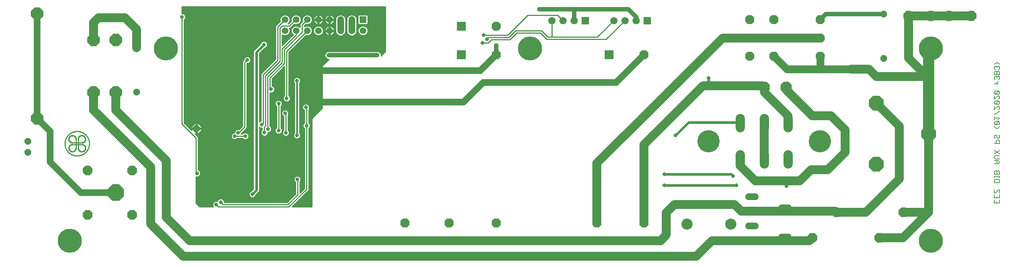
<source format=gbl>
G75*
%MOIN*%
%OFA0B0*%
%FSLAX25Y25*%
%IPPOS*%
%LPD*%
%AMOC8*
5,1,8,0,0,1.08239X$1,22.5*
%
%ADD10C,0.00500*%
%ADD11C,0.01000*%
%ADD12C,0.00100*%
%ADD13OC8,0.08850*%
%ADD14C,0.10000*%
%ADD15C,0.06000*%
%ADD16OC8,0.06000*%
%ADD17OC8,0.10000*%
%ADD18OC8,0.08268*%
%ADD19OC8,0.13386*%
%ADD20OC8,0.11268*%
%ADD21C,0.20000*%
%ADD22OC8,0.08600*%
%ADD23OC8,0.15000*%
%ADD24C,0.08250*%
%ADD25R,0.06600X0.06600*%
%ADD26C,0.06600*%
%ADD27R,0.05906X0.05906*%
%ADD28C,0.05906*%
%ADD29OC8,0.05906*%
%ADD30OC8,0.09055*%
%ADD31OC8,0.06496*%
%ADD32R,0.08268X0.08268*%
%ADD33C,0.21654*%
%ADD34C,0.08000*%
%ADD35C,0.02400*%
%ADD36OC8,0.03175*%
%ADD37C,0.01600*%
%ADD38C,0.04000*%
%ADD39C,0.07000*%
%ADD40C,0.10000*%
%ADD41R,0.03175X0.03175*%
D10*
X0987788Y0113753D02*
X0987788Y0116755D01*
X0987788Y0118357D02*
X0987788Y0121359D01*
X0987788Y0122961D02*
X0987788Y0125963D01*
X0987788Y0122961D02*
X0988539Y0122961D01*
X0991541Y0125963D01*
X0992292Y0125963D01*
X0992292Y0122961D01*
X0992292Y0121359D02*
X0992292Y0118357D01*
X0987788Y0118357D01*
X0990040Y0118357D02*
X0990040Y0119858D01*
X0992292Y0116755D02*
X0992292Y0113753D01*
X0987788Y0113753D01*
X0990040Y0113753D02*
X0990040Y0115254D01*
X0992292Y0132169D02*
X0987788Y0132169D01*
X0987788Y0134420D01*
X0988539Y0135171D01*
X0991541Y0135171D01*
X0992292Y0134420D01*
X0992292Y0132169D01*
X0992292Y0136772D02*
X0992292Y0138274D01*
X0992292Y0137523D02*
X0987788Y0137523D01*
X0987788Y0136772D02*
X0987788Y0138274D01*
X0987788Y0139842D02*
X0987788Y0142094D01*
X0988539Y0142844D01*
X0989289Y0142844D01*
X0990040Y0142094D01*
X0990040Y0139842D01*
X0990040Y0142094D02*
X0990791Y0142844D01*
X0991541Y0142844D01*
X0992292Y0142094D01*
X0992292Y0139842D01*
X0987788Y0139842D01*
X0987788Y0149050D02*
X0990791Y0149050D01*
X0992292Y0150551D01*
X0990791Y0152052D01*
X0987788Y0152052D01*
X0988539Y0153653D02*
X0987788Y0154404D01*
X0987788Y0155905D01*
X0988539Y0156656D01*
X0992292Y0156656D01*
X0992292Y0158257D02*
X0987788Y0161260D01*
X0987788Y0158257D02*
X0992292Y0161260D01*
X0992292Y0167465D02*
X0987788Y0167465D01*
X0989289Y0167465D02*
X0989289Y0169717D01*
X0990040Y0170468D01*
X0991541Y0170468D01*
X0992292Y0169717D01*
X0992292Y0167465D01*
X0991541Y0172069D02*
X0990791Y0172069D01*
X0990040Y0172820D01*
X0990040Y0174321D01*
X0989289Y0175072D01*
X0988539Y0175072D01*
X0987788Y0174321D01*
X0987788Y0172820D01*
X0988539Y0172069D01*
X0991541Y0172069D02*
X0992292Y0172820D01*
X0992292Y0174321D01*
X0991541Y0175072D01*
X0990791Y0181277D02*
X0992292Y0182778D01*
X0991541Y0184346D02*
X0992292Y0185097D01*
X0992292Y0186598D01*
X0991541Y0187349D01*
X0988539Y0184346D01*
X0987788Y0185097D01*
X0987788Y0186598D01*
X0988539Y0187349D01*
X0991541Y0187349D01*
X0990791Y0188950D02*
X0992292Y0190452D01*
X0987788Y0190452D01*
X0987788Y0191953D02*
X0987788Y0188950D01*
X0987788Y0193554D02*
X0992292Y0196557D01*
X0991541Y0198158D02*
X0992292Y0198909D01*
X0992292Y0200410D01*
X0991541Y0201161D01*
X0990791Y0201161D01*
X0987788Y0198158D01*
X0987788Y0201161D01*
X0988539Y0202762D02*
X0991541Y0205765D01*
X0988539Y0205765D01*
X0987788Y0205014D01*
X0987788Y0203513D01*
X0988539Y0202762D01*
X0991541Y0202762D01*
X0992292Y0203513D01*
X0992292Y0205014D01*
X0991541Y0205765D01*
X0991541Y0207366D02*
X0992292Y0208117D01*
X0992292Y0209618D01*
X0991541Y0210369D01*
X0990791Y0210369D01*
X0987788Y0207366D01*
X0987788Y0210369D01*
X0988539Y0211970D02*
X0991541Y0214972D01*
X0988539Y0214972D01*
X0987788Y0214222D01*
X0987788Y0212721D01*
X0988539Y0211970D01*
X0991541Y0211970D01*
X0992292Y0212721D01*
X0992292Y0214222D01*
X0991541Y0214972D01*
X0990791Y0221178D02*
X0987788Y0221178D01*
X0989289Y0221178D02*
X0990791Y0222679D01*
X0990791Y0223430D01*
X0991541Y0225014D02*
X0992292Y0225765D01*
X0992292Y0227266D01*
X0991541Y0228017D01*
X0990791Y0228017D01*
X0990040Y0227266D01*
X0989289Y0228017D01*
X0988539Y0228017D01*
X0987788Y0227266D01*
X0987788Y0225765D01*
X0988539Y0225014D01*
X0990040Y0226516D02*
X0990040Y0227266D01*
X0990040Y0229618D02*
X0990040Y0231870D01*
X0989289Y0232621D01*
X0988539Y0232621D01*
X0987788Y0231870D01*
X0987788Y0229618D01*
X0992292Y0229618D01*
X0992292Y0231870D01*
X0991541Y0232621D01*
X0990791Y0232621D01*
X0990040Y0231870D01*
X0991541Y0234222D02*
X0992292Y0234973D01*
X0992292Y0236474D01*
X0991541Y0237225D01*
X0990791Y0237225D01*
X0990040Y0236474D01*
X0989289Y0237225D01*
X0988539Y0237225D01*
X0987788Y0236474D01*
X0987788Y0234973D01*
X0988539Y0234222D01*
X0990040Y0235723D02*
X0990040Y0236474D01*
X0992292Y0238826D02*
X0990791Y0240327D01*
X0989289Y0240327D01*
X0987788Y0238826D01*
X0988539Y0184346D02*
X0991541Y0184346D01*
X0990791Y0181277D02*
X0989289Y0181277D01*
X0987788Y0182778D01*
X0988539Y0153653D02*
X0992292Y0153653D01*
X0990040Y0152052D02*
X0990040Y0149050D01*
D11*
X0655820Y0278146D02*
X0639070Y0261396D01*
X0585570Y0261396D01*
X0579820Y0267146D01*
X0558570Y0267146D01*
X0552570Y0261146D01*
X0535820Y0261146D01*
X0532820Y0258146D01*
X0527820Y0258146D01*
X0531820Y0261646D02*
X0533320Y0263146D01*
X0551570Y0263146D01*
X0557570Y0269146D01*
X0580820Y0269146D01*
X0586570Y0263396D01*
X0590320Y0263396D01*
X0631070Y0263396D01*
X0645820Y0278146D01*
X0600320Y0278146D02*
X0595320Y0283146D01*
X0568570Y0283146D01*
X0556570Y0271146D01*
X0552695Y0267271D01*
X0550570Y0265146D01*
X0529070Y0265146D01*
X0590320Y0263396D02*
X0590320Y0278146D01*
X0440570Y0277818D02*
X0425022Y0277818D01*
X0425022Y0276820D02*
X0440570Y0276820D01*
X0440570Y0275821D02*
X0425022Y0275821D01*
X0425022Y0275572D02*
X0425022Y0282720D01*
X0424144Y0283598D01*
X0416995Y0283598D01*
X0416117Y0282720D01*
X0416117Y0275572D01*
X0416995Y0274693D01*
X0424144Y0274693D01*
X0425022Y0275572D01*
X0424273Y0274823D02*
X0440570Y0274823D01*
X0440570Y0273824D02*
X0415070Y0273824D01*
X0415070Y0272826D02*
X0417952Y0272826D01*
X0418047Y0272921D02*
X0416795Y0271668D01*
X0416117Y0270031D01*
X0416117Y0268260D01*
X0416795Y0266623D01*
X0418047Y0265371D01*
X0419684Y0264693D01*
X0421455Y0264693D01*
X0423092Y0265371D01*
X0424344Y0266623D01*
X0425022Y0268260D01*
X0425022Y0270031D01*
X0424344Y0271668D01*
X0423092Y0272921D01*
X0421455Y0273598D01*
X0419684Y0273598D01*
X0418047Y0272921D01*
X0416954Y0271827D02*
X0415070Y0271827D01*
X0415070Y0270829D02*
X0416447Y0270829D01*
X0416117Y0269830D02*
X0415070Y0269830D01*
X0415070Y0268832D02*
X0416117Y0268832D01*
X0416294Y0267833D02*
X0414897Y0267833D01*
X0415070Y0268251D02*
X0414384Y0266597D01*
X0413119Y0265331D01*
X0411465Y0264646D01*
X0409674Y0264646D01*
X0408020Y0265331D01*
X0406755Y0266597D01*
X0406070Y0268251D01*
X0406070Y0280041D01*
X0406755Y0281695D01*
X0408020Y0282961D01*
X0409674Y0283646D01*
X0411465Y0283646D01*
X0413119Y0282961D01*
X0414384Y0281695D01*
X0415070Y0280041D01*
X0415070Y0268251D01*
X0414483Y0266835D02*
X0416707Y0266835D01*
X0417582Y0265836D02*
X0413624Y0265836D01*
X0411928Y0264838D02*
X0419335Y0264838D01*
X0421804Y0264838D02*
X0440570Y0264838D01*
X0440570Y0265836D02*
X0423557Y0265836D01*
X0424432Y0266835D02*
X0440570Y0266835D01*
X0440570Y0267833D02*
X0424845Y0267833D01*
X0425022Y0268832D02*
X0440570Y0268832D01*
X0440570Y0269830D02*
X0425022Y0269830D01*
X0424692Y0270829D02*
X0440570Y0270829D01*
X0440570Y0271827D02*
X0424185Y0271827D01*
X0423187Y0272826D02*
X0440570Y0272826D01*
X0440570Y0278817D02*
X0425022Y0278817D01*
X0425022Y0279815D02*
X0440570Y0279815D01*
X0440570Y0280814D02*
X0425022Y0280814D01*
X0425022Y0281812D02*
X0440570Y0281812D01*
X0440570Y0282811D02*
X0424931Y0282811D01*
X0416208Y0282811D02*
X0413268Y0282811D01*
X0414267Y0281812D02*
X0416117Y0281812D01*
X0416117Y0280814D02*
X0414749Y0280814D01*
X0415070Y0279815D02*
X0416117Y0279815D01*
X0416117Y0278817D02*
X0415070Y0278817D01*
X0415070Y0277818D02*
X0416117Y0277818D01*
X0416117Y0276820D02*
X0415070Y0276820D01*
X0415070Y0275821D02*
X0416117Y0275821D01*
X0416866Y0274823D02*
X0415070Y0274823D01*
X0406070Y0274823D02*
X0405070Y0274823D01*
X0405070Y0275821D02*
X0406070Y0275821D01*
X0406070Y0276820D02*
X0405070Y0276820D01*
X0405070Y0277818D02*
X0406070Y0277818D01*
X0406070Y0278817D02*
X0405070Y0278817D01*
X0405070Y0279815D02*
X0406070Y0279815D01*
X0405070Y0280041D02*
X0404384Y0281695D01*
X0403119Y0282961D01*
X0401465Y0283646D01*
X0399674Y0283646D01*
X0398020Y0282961D01*
X0396755Y0281695D01*
X0396070Y0280041D01*
X0396070Y0268251D01*
X0396755Y0266597D01*
X0398020Y0265331D01*
X0399674Y0264646D01*
X0401465Y0264646D01*
X0403119Y0265331D01*
X0404384Y0266597D01*
X0405070Y0268251D01*
X0405070Y0280041D01*
X0404749Y0280814D02*
X0406390Y0280814D01*
X0406872Y0281812D02*
X0404267Y0281812D01*
X0403268Y0282811D02*
X0407871Y0282811D01*
X0397871Y0282811D02*
X0392744Y0282811D01*
X0392798Y0282783D02*
X0392202Y0283087D01*
X0391565Y0283294D01*
X0391054Y0283375D01*
X0391054Y0279630D01*
X0394799Y0279630D01*
X0394718Y0280142D01*
X0394511Y0280778D01*
X0394207Y0281375D01*
X0393813Y0281916D01*
X0393340Y0282389D01*
X0392798Y0282783D01*
X0393889Y0281812D02*
X0396872Y0281812D01*
X0396390Y0280814D02*
X0394493Y0280814D01*
X0394769Y0279815D02*
X0396070Y0279815D01*
X0396070Y0278817D02*
X0391054Y0278817D01*
X0391054Y0278661D02*
X0391054Y0279630D01*
X0390085Y0279630D01*
X0390085Y0278661D01*
X0391054Y0278661D01*
X0391054Y0274917D01*
X0391565Y0274998D01*
X0392202Y0275204D01*
X0392798Y0275508D01*
X0393340Y0275902D01*
X0393813Y0276375D01*
X0394207Y0276917D01*
X0394511Y0277513D01*
X0394718Y0278150D01*
X0394799Y0278661D01*
X0391054Y0278661D01*
X0391054Y0277818D02*
X0390085Y0277818D01*
X0390085Y0278661D02*
X0390085Y0274917D01*
X0389574Y0274998D01*
X0388937Y0275204D01*
X0388341Y0275508D01*
X0387799Y0275902D01*
X0387326Y0276375D01*
X0386932Y0276917D01*
X0386628Y0277513D01*
X0386422Y0278150D01*
X0386340Y0278661D01*
X0390085Y0278661D01*
X0390085Y0278817D02*
X0381054Y0278817D01*
X0381054Y0278661D02*
X0381054Y0279630D01*
X0384799Y0279630D01*
X0384718Y0280142D01*
X0384511Y0280778D01*
X0384207Y0281375D01*
X0383813Y0281916D01*
X0383340Y0282389D01*
X0382798Y0282783D01*
X0382202Y0283087D01*
X0381565Y0283294D01*
X0381054Y0283375D01*
X0381054Y0279630D01*
X0380085Y0279630D01*
X0380085Y0278661D01*
X0381054Y0278661D01*
X0381054Y0274917D01*
X0381565Y0274998D01*
X0382202Y0275204D01*
X0382798Y0275508D01*
X0383340Y0275902D01*
X0383813Y0276375D01*
X0384207Y0276917D01*
X0384511Y0277513D01*
X0384718Y0278150D01*
X0384799Y0278661D01*
X0381054Y0278661D01*
X0381054Y0277818D02*
X0380085Y0277818D01*
X0380085Y0278661D02*
X0380085Y0274917D01*
X0379574Y0274998D01*
X0378937Y0275204D01*
X0378341Y0275508D01*
X0377799Y0275902D01*
X0377326Y0276375D01*
X0376932Y0276917D01*
X0376628Y0277513D01*
X0376422Y0278150D01*
X0376340Y0278661D01*
X0380085Y0278661D01*
X0380085Y0278817D02*
X0375022Y0278817D01*
X0375022Y0278260D02*
X0375022Y0280031D01*
X0374344Y0281668D01*
X0373092Y0282921D01*
X0371455Y0283598D01*
X0369684Y0283598D01*
X0368047Y0282921D01*
X0366795Y0281668D01*
X0366117Y0280031D01*
X0366117Y0278260D01*
X0366333Y0277738D01*
X0364991Y0276396D01*
X0363820Y0275224D01*
X0363820Y0272193D01*
X0363092Y0272921D01*
X0361455Y0273598D01*
X0359684Y0273598D01*
X0358047Y0272921D01*
X0356795Y0271668D01*
X0356117Y0270031D01*
X0356117Y0268260D01*
X0356795Y0266623D01*
X0357882Y0265536D01*
X0348070Y0255724D01*
X0348070Y0265362D01*
X0349684Y0264693D01*
X0351455Y0264693D01*
X0353092Y0265371D01*
X0354344Y0266623D01*
X0355022Y0268260D01*
X0355022Y0270031D01*
X0354354Y0271646D01*
X0355398Y0271646D01*
X0356570Y0272817D01*
X0358808Y0275056D01*
X0359684Y0274693D01*
X0361455Y0274693D01*
X0363092Y0275371D01*
X0364344Y0276623D01*
X0365022Y0278260D01*
X0365022Y0280031D01*
X0364344Y0281668D01*
X0363092Y0282921D01*
X0361455Y0283598D01*
X0359684Y0283598D01*
X0358047Y0282921D01*
X0356795Y0281668D01*
X0356117Y0280031D01*
X0356117Y0278260D01*
X0356187Y0278091D01*
X0353741Y0275646D01*
X0353367Y0275646D01*
X0354344Y0276623D01*
X0355022Y0278260D01*
X0355022Y0280031D01*
X0354344Y0281668D01*
X0353092Y0282921D01*
X0351455Y0283598D01*
X0349684Y0283598D01*
X0348047Y0282921D01*
X0346795Y0281668D01*
X0346117Y0280031D01*
X0346117Y0278260D01*
X0346333Y0277738D01*
X0342070Y0273474D01*
X0342070Y0243474D01*
X0329991Y0231396D01*
X0328820Y0230224D01*
X0328820Y0187733D01*
X0328291Y0187733D01*
X0327520Y0186962D01*
X0327520Y0248777D01*
X0332301Y0253558D01*
X0332848Y0253558D01*
X0334657Y0255367D01*
X0334657Y0257924D01*
X0332848Y0259733D01*
X0330291Y0259733D01*
X0328482Y0257924D01*
X0328482Y0257377D01*
X0322531Y0251425D01*
X0322120Y0250433D01*
X0322120Y0249359D01*
X0322120Y0126514D01*
X0320589Y0124983D01*
X0320041Y0124983D01*
X0318232Y0123174D01*
X0318232Y0120617D01*
X0320041Y0118808D01*
X0322598Y0118808D01*
X0324407Y0120617D01*
X0324407Y0121165D01*
X0327108Y0123866D01*
X0327520Y0124859D01*
X0327520Y0182329D01*
X0328291Y0181558D01*
X0330070Y0181558D01*
X0330070Y0179762D01*
X0328982Y0178674D01*
X0328982Y0176117D01*
X0330791Y0174308D01*
X0333348Y0174308D01*
X0335157Y0176117D01*
X0335157Y0177558D01*
X0336598Y0177558D01*
X0338407Y0179367D01*
X0338407Y0181924D01*
X0336820Y0183512D01*
X0336820Y0213308D01*
X0339348Y0213308D01*
X0341157Y0215117D01*
X0341157Y0217674D01*
X0339348Y0219483D01*
X0338820Y0219483D01*
X0338820Y0225817D01*
X0350070Y0237067D01*
X0350070Y0210512D01*
X0348982Y0209424D01*
X0348982Y0206867D01*
X0350791Y0205058D01*
X0353348Y0205058D01*
X0355157Y0206867D01*
X0355157Y0209424D01*
X0354070Y0210512D01*
X0354070Y0249817D01*
X0369162Y0264909D01*
X0369684Y0264693D01*
X0371455Y0264693D01*
X0373092Y0265371D01*
X0374344Y0266623D01*
X0375022Y0268260D01*
X0375022Y0270031D01*
X0374344Y0271668D01*
X0373092Y0272921D01*
X0371455Y0273598D01*
X0369684Y0273598D01*
X0368047Y0272921D01*
X0367820Y0272693D01*
X0367820Y0273567D01*
X0369162Y0274909D01*
X0369684Y0274693D01*
X0371455Y0274693D01*
X0373092Y0275371D01*
X0374344Y0276623D01*
X0375022Y0278260D01*
X0374839Y0277818D02*
X0376529Y0277818D01*
X0377003Y0276820D02*
X0374426Y0276820D01*
X0373542Y0275821D02*
X0377910Y0275821D01*
X0380085Y0275821D02*
X0381054Y0275821D01*
X0381054Y0276820D02*
X0380085Y0276820D01*
X0380085Y0279630D02*
X0376340Y0279630D01*
X0376422Y0280142D01*
X0376628Y0280778D01*
X0376932Y0281375D01*
X0377326Y0281916D01*
X0377799Y0282389D01*
X0378341Y0282783D01*
X0378937Y0283087D01*
X0379574Y0283294D01*
X0380085Y0283375D01*
X0380085Y0279630D01*
X0380085Y0279815D02*
X0381054Y0279815D01*
X0381054Y0280814D02*
X0380085Y0280814D01*
X0380085Y0281812D02*
X0381054Y0281812D01*
X0381054Y0282811D02*
X0380085Y0282811D01*
X0378395Y0282811D02*
X0373202Y0282811D01*
X0374200Y0281812D02*
X0377250Y0281812D01*
X0376646Y0280814D02*
X0374698Y0280814D01*
X0375022Y0279815D02*
X0376370Y0279815D01*
X0370570Y0279146D02*
X0365820Y0274396D01*
X0365820Y0267896D01*
X0350070Y0252146D01*
X0350070Y0239896D01*
X0336820Y0226646D01*
X0336820Y0217646D01*
X0338070Y0216396D01*
X0339954Y0213913D02*
X0350070Y0213913D01*
X0350070Y0212915D02*
X0336820Y0212915D01*
X0336820Y0211916D02*
X0350070Y0211916D01*
X0350070Y0210918D02*
X0336820Y0210918D01*
X0336820Y0209919D02*
X0349477Y0209919D01*
X0348982Y0208921D02*
X0336820Y0208921D01*
X0336820Y0207922D02*
X0348982Y0207922D01*
X0348982Y0206924D02*
X0336820Y0206924D01*
X0336820Y0205925D02*
X0342983Y0205925D01*
X0343541Y0206483D02*
X0341732Y0204674D01*
X0341732Y0202117D01*
X0342820Y0201029D01*
X0342820Y0181512D01*
X0341732Y0180424D01*
X0341732Y0177867D01*
X0343541Y0176058D01*
X0346098Y0176058D01*
X0347907Y0177867D01*
X0347907Y0180424D01*
X0346820Y0181512D01*
X0346820Y0201029D01*
X0347907Y0202117D01*
X0347907Y0204674D01*
X0346098Y0206483D01*
X0343541Y0206483D01*
X0341984Y0204927D02*
X0336820Y0204927D01*
X0336820Y0203928D02*
X0341732Y0203928D01*
X0341732Y0202930D02*
X0336820Y0202930D01*
X0336820Y0201931D02*
X0341918Y0201931D01*
X0342820Y0200933D02*
X0336820Y0200933D01*
X0336820Y0199934D02*
X0342820Y0199934D01*
X0342820Y0198936D02*
X0336820Y0198936D01*
X0336820Y0197937D02*
X0342820Y0197937D01*
X0342820Y0196939D02*
X0336820Y0196939D01*
X0336820Y0195940D02*
X0342820Y0195940D01*
X0342820Y0194942D02*
X0336820Y0194942D01*
X0336820Y0193943D02*
X0342820Y0193943D01*
X0342820Y0192945D02*
X0336820Y0192945D01*
X0336820Y0191946D02*
X0342820Y0191946D01*
X0342820Y0190948D02*
X0336820Y0190948D01*
X0336820Y0189949D02*
X0342820Y0189949D01*
X0342820Y0188951D02*
X0336820Y0188951D01*
X0336820Y0187952D02*
X0342820Y0187952D01*
X0342820Y0186954D02*
X0336820Y0186954D01*
X0336820Y0185955D02*
X0342820Y0185955D01*
X0342820Y0184957D02*
X0336820Y0184957D01*
X0336820Y0183958D02*
X0342820Y0183958D01*
X0342820Y0182960D02*
X0337372Y0182960D01*
X0338370Y0181961D02*
X0342820Y0181961D01*
X0342270Y0180963D02*
X0338407Y0180963D01*
X0338407Y0179964D02*
X0341732Y0179964D01*
X0341732Y0178966D02*
X0338006Y0178966D01*
X0337007Y0177967D02*
X0341732Y0177967D01*
X0342630Y0176969D02*
X0335157Y0176969D01*
X0335010Y0175970D02*
X0348232Y0175970D01*
X0348232Y0175867D02*
X0350041Y0174058D01*
X0352598Y0174058D01*
X0354407Y0175867D01*
X0354407Y0178424D01*
X0353320Y0179512D01*
X0353320Y0193279D01*
X0353657Y0193617D01*
X0353657Y0196174D01*
X0351848Y0197983D01*
X0349291Y0197983D01*
X0347482Y0196174D01*
X0347482Y0193617D01*
X0349291Y0191808D01*
X0349320Y0191808D01*
X0349320Y0179512D01*
X0348232Y0178424D01*
X0348232Y0175867D01*
X0348232Y0176969D02*
X0347009Y0176969D01*
X0347907Y0177967D02*
X0348232Y0177967D01*
X0347907Y0178966D02*
X0348773Y0178966D01*
X0349320Y0179964D02*
X0347907Y0179964D01*
X0347369Y0180963D02*
X0349320Y0180963D01*
X0349320Y0181961D02*
X0346820Y0181961D01*
X0346820Y0182960D02*
X0349320Y0182960D01*
X0349320Y0183958D02*
X0346820Y0183958D01*
X0346820Y0184957D02*
X0349320Y0184957D01*
X0349320Y0185955D02*
X0346820Y0185955D01*
X0346820Y0186954D02*
X0349320Y0186954D01*
X0349320Y0187952D02*
X0346820Y0187952D01*
X0346820Y0188951D02*
X0349320Y0188951D01*
X0349320Y0189949D02*
X0346820Y0189949D01*
X0346820Y0190948D02*
X0349320Y0190948D01*
X0349153Y0191946D02*
X0346820Y0191946D01*
X0346820Y0192945D02*
X0348154Y0192945D01*
X0347482Y0193943D02*
X0346820Y0193943D01*
X0346820Y0194942D02*
X0347482Y0194942D01*
X0347482Y0195940D02*
X0346820Y0195940D01*
X0346820Y0196939D02*
X0348246Y0196939D01*
X0349245Y0197937D02*
X0346820Y0197937D01*
X0346820Y0198936D02*
X0359020Y0198936D01*
X0359020Y0199934D02*
X0346820Y0199934D01*
X0346820Y0200933D02*
X0359020Y0200933D01*
X0359020Y0201931D02*
X0347721Y0201931D01*
X0347907Y0202930D02*
X0359020Y0202930D01*
X0359020Y0203928D02*
X0347907Y0203928D01*
X0347655Y0204927D02*
X0359020Y0204927D01*
X0359020Y0205925D02*
X0354215Y0205925D01*
X0355157Y0206924D02*
X0359020Y0206924D01*
X0359020Y0207922D02*
X0355157Y0207922D01*
X0355157Y0208921D02*
X0359020Y0208921D01*
X0359020Y0209919D02*
X0354662Y0209919D01*
X0354070Y0210918D02*
X0359020Y0210918D01*
X0359020Y0211916D02*
X0354070Y0211916D01*
X0354070Y0212915D02*
X0359020Y0212915D01*
X0359020Y0213913D02*
X0354070Y0213913D01*
X0354070Y0214912D02*
X0359020Y0214912D01*
X0359020Y0215910D02*
X0354070Y0215910D01*
X0354070Y0216909D02*
X0359020Y0216909D01*
X0359020Y0217907D02*
X0354070Y0217907D01*
X0354070Y0218906D02*
X0359020Y0218906D01*
X0359020Y0219905D02*
X0354070Y0219905D01*
X0354070Y0220903D02*
X0359020Y0220903D01*
X0359020Y0221902D02*
X0354070Y0221902D01*
X0354070Y0222900D02*
X0358232Y0222900D01*
X0358232Y0222867D02*
X0359020Y0222079D01*
X0359020Y0176962D01*
X0358232Y0176174D01*
X0358232Y0173617D01*
X0360041Y0171808D01*
X0362598Y0171808D01*
X0364407Y0173617D01*
X0364407Y0176174D01*
X0363620Y0176962D01*
X0363620Y0222079D01*
X0364407Y0222867D01*
X0364407Y0225424D01*
X0362598Y0227233D01*
X0360041Y0227233D01*
X0358232Y0225424D01*
X0358232Y0222867D01*
X0358232Y0223899D02*
X0354070Y0223899D01*
X0354070Y0224897D02*
X0358232Y0224897D01*
X0358703Y0225896D02*
X0354070Y0225896D01*
X0354070Y0226894D02*
X0359702Y0226894D01*
X0362937Y0226894D02*
X0384070Y0226894D01*
X0384070Y0225896D02*
X0363936Y0225896D01*
X0364407Y0224897D02*
X0384070Y0224897D01*
X0384070Y0223899D02*
X0364407Y0223899D01*
X0364407Y0222900D02*
X0384070Y0222900D01*
X0384070Y0221902D02*
X0363620Y0221902D01*
X0363620Y0220903D02*
X0384070Y0220903D01*
X0384070Y0219905D02*
X0363620Y0219905D01*
X0363620Y0218906D02*
X0384070Y0218906D01*
X0384070Y0217907D02*
X0363620Y0217907D01*
X0363620Y0216909D02*
X0384070Y0216909D01*
X0384070Y0215910D02*
X0363620Y0215910D01*
X0363620Y0214912D02*
X0384070Y0214912D01*
X0384070Y0213913D02*
X0363620Y0213913D01*
X0363620Y0212915D02*
X0384070Y0212915D01*
X0384070Y0211916D02*
X0363620Y0211916D01*
X0363620Y0210918D02*
X0384070Y0210918D01*
X0384070Y0209919D02*
X0363620Y0209919D01*
X0363620Y0208921D02*
X0384070Y0208921D01*
X0384070Y0207922D02*
X0363620Y0207922D01*
X0363620Y0206924D02*
X0384070Y0206924D01*
X0384070Y0205925D02*
X0363620Y0205925D01*
X0363620Y0204927D02*
X0384070Y0204927D01*
X0384070Y0203928D02*
X0363620Y0203928D01*
X0363620Y0202930D02*
X0367737Y0202930D01*
X0368041Y0203233D02*
X0366232Y0201424D01*
X0366232Y0198867D01*
X0367820Y0197279D01*
X0367820Y0186012D01*
X0366732Y0184924D01*
X0366732Y0182367D01*
X0367820Y0181279D01*
X0367820Y0126974D01*
X0363820Y0122974D01*
X0363820Y0133029D01*
X0364657Y0133867D01*
X0364657Y0136424D01*
X0362848Y0138233D01*
X0360291Y0138233D01*
X0358482Y0136424D01*
X0358482Y0133867D01*
X0359820Y0132529D01*
X0359820Y0121974D01*
X0352241Y0114396D01*
X0295907Y0114396D01*
X0295907Y0115924D01*
X0294098Y0117733D01*
X0291541Y0117733D01*
X0289732Y0115924D01*
X0289732Y0115483D01*
X0287291Y0115483D01*
X0285482Y0113674D01*
X0285482Y0111117D01*
X0286253Y0110346D01*
X0274120Y0110346D01*
X0270570Y0113896D01*
X0270570Y0137558D01*
X0272848Y0137558D01*
X0274657Y0139367D01*
X0274657Y0141924D01*
X0272848Y0143733D01*
X0272570Y0143733D01*
X0272570Y0173474D01*
X0269696Y0176348D01*
X0270570Y0176348D01*
X0270570Y0180396D01*
X0271570Y0180396D01*
X0271570Y0181396D01*
X0275618Y0181396D01*
X0275618Y0182780D01*
X0272953Y0185444D01*
X0271570Y0185444D01*
X0271570Y0181396D01*
X0270570Y0181396D01*
X0270570Y0185444D01*
X0269186Y0185444D01*
X0266522Y0182780D01*
X0266522Y0181396D01*
X0270569Y0181396D01*
X0270569Y0180396D01*
X0266522Y0180396D01*
X0266522Y0179522D01*
X0260070Y0185974D01*
X0260070Y0279029D01*
X0261157Y0280117D01*
X0261157Y0282674D01*
X0259348Y0284483D01*
X0258070Y0284483D01*
X0258070Y0290669D01*
X0440570Y0290669D01*
X0440570Y0250146D01*
X0436781Y0246358D01*
X0436820Y0246449D01*
X0436820Y0247842D01*
X0436287Y0249128D01*
X0435302Y0250113D01*
X0434016Y0250646D01*
X0389123Y0250646D01*
X0387837Y0250113D01*
X0386852Y0249128D01*
X0386320Y0247842D01*
X0386320Y0246449D01*
X0386852Y0245163D01*
X0387837Y0244179D01*
X0389123Y0243646D01*
X0390070Y0243646D01*
X0384070Y0237646D01*
X0384070Y0199396D01*
X0374570Y0189896D01*
X0374570Y0110346D01*
X0356848Y0110346D01*
X0370648Y0124146D01*
X0371820Y0125317D01*
X0371820Y0181279D01*
X0372907Y0182367D01*
X0372907Y0184924D01*
X0371820Y0186012D01*
X0371820Y0198279D01*
X0372407Y0198867D01*
X0372407Y0201424D01*
X0370598Y0203233D01*
X0368041Y0203233D01*
X0366739Y0201931D02*
X0363620Y0201931D01*
X0363620Y0200933D02*
X0366232Y0200933D01*
X0366232Y0199934D02*
X0363620Y0199934D01*
X0363620Y0198936D02*
X0366232Y0198936D01*
X0367162Y0197937D02*
X0363620Y0197937D01*
X0363620Y0196939D02*
X0367820Y0196939D01*
X0367820Y0195940D02*
X0363620Y0195940D01*
X0363620Y0194942D02*
X0367820Y0194942D01*
X0367820Y0193943D02*
X0363620Y0193943D01*
X0363620Y0192945D02*
X0367820Y0192945D01*
X0367820Y0191946D02*
X0363620Y0191946D01*
X0363620Y0190948D02*
X0367820Y0190948D01*
X0367820Y0189949D02*
X0363620Y0189949D01*
X0363620Y0188951D02*
X0367820Y0188951D01*
X0367820Y0187952D02*
X0363620Y0187952D01*
X0363620Y0186954D02*
X0367820Y0186954D01*
X0367763Y0185955D02*
X0363620Y0185955D01*
X0363620Y0184957D02*
X0366764Y0184957D01*
X0366732Y0183958D02*
X0363620Y0183958D01*
X0363620Y0182960D02*
X0366732Y0182960D01*
X0367138Y0181961D02*
X0363620Y0181961D01*
X0363620Y0180963D02*
X0367820Y0180963D01*
X0367820Y0179964D02*
X0363620Y0179964D01*
X0363620Y0178966D02*
X0367820Y0178966D01*
X0367820Y0177967D02*
X0363620Y0177967D01*
X0363620Y0176969D02*
X0367820Y0176969D01*
X0367820Y0175970D02*
X0364407Y0175970D01*
X0364407Y0174971D02*
X0367820Y0174971D01*
X0367820Y0173973D02*
X0364407Y0173973D01*
X0363765Y0172974D02*
X0367820Y0172974D01*
X0367820Y0171976D02*
X0362766Y0171976D01*
X0359873Y0171976D02*
X0327520Y0171976D01*
X0327520Y0172974D02*
X0358875Y0172974D01*
X0358232Y0173973D02*
X0327520Y0173973D01*
X0327520Y0174971D02*
X0330127Y0174971D01*
X0329129Y0175970D02*
X0327520Y0175970D01*
X0327520Y0176969D02*
X0328982Y0176969D01*
X0328982Y0177967D02*
X0327520Y0177967D01*
X0327520Y0178966D02*
X0329273Y0178966D01*
X0330070Y0179964D02*
X0327520Y0179964D01*
X0327520Y0180963D02*
X0330070Y0180963D01*
X0327888Y0181961D02*
X0327520Y0181961D01*
X0329570Y0184646D02*
X0329820Y0184646D01*
X0330820Y0185646D01*
X0330820Y0229396D01*
X0344070Y0242646D01*
X0344070Y0272646D01*
X0350570Y0279146D01*
X0354698Y0280814D02*
X0356441Y0280814D01*
X0356117Y0279815D02*
X0355022Y0279815D01*
X0355022Y0278817D02*
X0356117Y0278817D01*
X0355914Y0277818D02*
X0354839Y0277818D01*
X0354915Y0276820D02*
X0354426Y0276820D01*
X0353917Y0275821D02*
X0353542Y0275821D01*
X0354570Y0273646D02*
X0348070Y0273646D01*
X0346070Y0271646D01*
X0346070Y0241646D01*
X0332820Y0228396D01*
X0332820Y0183146D01*
X0332070Y0182396D01*
X0332070Y0177396D01*
X0334012Y0174971D02*
X0349127Y0174971D01*
X0351320Y0177146D02*
X0351320Y0194146D01*
X0350570Y0194896D01*
X0353657Y0194942D02*
X0359020Y0194942D01*
X0359020Y0195940D02*
X0353657Y0195940D01*
X0352893Y0196939D02*
X0359020Y0196939D01*
X0359020Y0197937D02*
X0351894Y0197937D01*
X0344820Y0203396D02*
X0344820Y0179146D01*
X0353320Y0179964D02*
X0359020Y0179964D01*
X0359020Y0178966D02*
X0353866Y0178966D01*
X0354407Y0177967D02*
X0359020Y0177967D01*
X0359020Y0176969D02*
X0354407Y0176969D01*
X0354407Y0175970D02*
X0358232Y0175970D01*
X0358232Y0174971D02*
X0353512Y0174971D01*
X0353320Y0180963D02*
X0359020Y0180963D01*
X0359020Y0181961D02*
X0353320Y0181961D01*
X0353320Y0182960D02*
X0359020Y0182960D01*
X0359020Y0183958D02*
X0353320Y0183958D01*
X0353320Y0184957D02*
X0359020Y0184957D01*
X0359020Y0185955D02*
X0353320Y0185955D01*
X0353320Y0186954D02*
X0359020Y0186954D01*
X0359020Y0187952D02*
X0353320Y0187952D01*
X0353320Y0188951D02*
X0359020Y0188951D01*
X0359020Y0189949D02*
X0353320Y0189949D01*
X0353320Y0190948D02*
X0359020Y0190948D01*
X0359020Y0191946D02*
X0353320Y0191946D01*
X0353320Y0192945D02*
X0359020Y0192945D01*
X0359020Y0193943D02*
X0353657Y0193943D01*
X0369320Y0200146D02*
X0369820Y0199646D01*
X0369820Y0183646D01*
X0369820Y0126146D01*
X0354070Y0110396D01*
X0290570Y0110396D01*
X0288570Y0112396D01*
X0285482Y0112065D02*
X0272400Y0112065D01*
X0273398Y0111067D02*
X0285532Y0111067D01*
X0285482Y0113064D02*
X0271401Y0113064D01*
X0270570Y0114062D02*
X0285870Y0114062D01*
X0286868Y0115061D02*
X0270570Y0115061D01*
X0270570Y0116059D02*
X0289867Y0116059D01*
X0290865Y0117058D02*
X0270570Y0117058D01*
X0270570Y0118056D02*
X0355902Y0118056D01*
X0354903Y0117058D02*
X0294774Y0117058D01*
X0295772Y0116059D02*
X0353905Y0116059D01*
X0352906Y0115061D02*
X0295907Y0115061D01*
X0295070Y0112396D02*
X0292820Y0114646D01*
X0295070Y0112396D02*
X0353070Y0112396D01*
X0361820Y0121146D01*
X0361820Y0134896D01*
X0361570Y0135146D01*
X0363824Y0133034D02*
X0367820Y0133034D01*
X0367820Y0132036D02*
X0363820Y0132036D01*
X0363820Y0131037D02*
X0367820Y0131037D01*
X0367820Y0130038D02*
X0363820Y0130038D01*
X0363820Y0129040D02*
X0367820Y0129040D01*
X0367820Y0128041D02*
X0363820Y0128041D01*
X0363820Y0127043D02*
X0367820Y0127043D01*
X0366890Y0126044D02*
X0363820Y0126044D01*
X0363820Y0125046D02*
X0365891Y0125046D01*
X0364893Y0124047D02*
X0363820Y0124047D01*
X0363820Y0123049D02*
X0363894Y0123049D01*
X0366556Y0120053D02*
X0374570Y0120053D01*
X0374570Y0119055D02*
X0365557Y0119055D01*
X0364559Y0118056D02*
X0374570Y0118056D01*
X0374570Y0117058D02*
X0363560Y0117058D01*
X0362562Y0116059D02*
X0374570Y0116059D01*
X0374570Y0115061D02*
X0361563Y0115061D01*
X0360565Y0114062D02*
X0374570Y0114062D01*
X0374570Y0113064D02*
X0359566Y0113064D01*
X0358568Y0112065D02*
X0374570Y0112065D01*
X0374570Y0111067D02*
X0357569Y0111067D01*
X0356900Y0119055D02*
X0322845Y0119055D01*
X0323843Y0120053D02*
X0357899Y0120053D01*
X0358897Y0121052D02*
X0324407Y0121052D01*
X0325293Y0122050D02*
X0359820Y0122050D01*
X0359820Y0123049D02*
X0326291Y0123049D01*
X0327184Y0124047D02*
X0359820Y0124047D01*
X0359820Y0125046D02*
X0327520Y0125046D01*
X0327520Y0126044D02*
X0359820Y0126044D01*
X0359820Y0127043D02*
X0327520Y0127043D01*
X0327520Y0128041D02*
X0359820Y0128041D01*
X0359820Y0129040D02*
X0327520Y0129040D01*
X0327520Y0130038D02*
X0359820Y0130038D01*
X0359820Y0131037D02*
X0327520Y0131037D01*
X0327520Y0132036D02*
X0359820Y0132036D01*
X0359315Y0133034D02*
X0327520Y0133034D01*
X0327520Y0134033D02*
X0358482Y0134033D01*
X0358482Y0135031D02*
X0327520Y0135031D01*
X0327520Y0136030D02*
X0358482Y0136030D01*
X0359086Y0137028D02*
X0327520Y0137028D01*
X0327520Y0138027D02*
X0360084Y0138027D01*
X0363055Y0138027D02*
X0367820Y0138027D01*
X0367820Y0139025D02*
X0327520Y0139025D01*
X0327520Y0140024D02*
X0367820Y0140024D01*
X0367820Y0141022D02*
X0327520Y0141022D01*
X0327520Y0142021D02*
X0367820Y0142021D01*
X0367820Y0143019D02*
X0327520Y0143019D01*
X0327520Y0144018D02*
X0367820Y0144018D01*
X0367820Y0145016D02*
X0327520Y0145016D01*
X0327520Y0146015D02*
X0367820Y0146015D01*
X0367820Y0147013D02*
X0327520Y0147013D01*
X0327520Y0148012D02*
X0367820Y0148012D01*
X0367820Y0149010D02*
X0327520Y0149010D01*
X0327520Y0150009D02*
X0367820Y0150009D01*
X0367820Y0151007D02*
X0327520Y0151007D01*
X0327520Y0152006D02*
X0367820Y0152006D01*
X0367820Y0153004D02*
X0327520Y0153004D01*
X0327520Y0154003D02*
X0367820Y0154003D01*
X0367820Y0155001D02*
X0327520Y0155001D01*
X0327520Y0156000D02*
X0367820Y0156000D01*
X0367820Y0156998D02*
X0327520Y0156998D01*
X0327520Y0157997D02*
X0367820Y0157997D01*
X0367820Y0158995D02*
X0327520Y0158995D01*
X0327520Y0159994D02*
X0367820Y0159994D01*
X0367820Y0160992D02*
X0327520Y0160992D01*
X0327520Y0161991D02*
X0367820Y0161991D01*
X0367820Y0162989D02*
X0327520Y0162989D01*
X0327520Y0163988D02*
X0367820Y0163988D01*
X0367820Y0164986D02*
X0327520Y0164986D01*
X0327520Y0165985D02*
X0367820Y0165985D01*
X0367820Y0166983D02*
X0327520Y0166983D01*
X0327520Y0167982D02*
X0367820Y0167982D01*
X0367820Y0168980D02*
X0327520Y0168980D01*
X0327520Y0169979D02*
X0367820Y0169979D01*
X0367820Y0170977D02*
X0327520Y0170977D01*
X0322120Y0170977D02*
X0272570Y0170977D01*
X0272570Y0169979D02*
X0322120Y0169979D01*
X0322120Y0168980D02*
X0272570Y0168980D01*
X0272570Y0167982D02*
X0322120Y0167982D01*
X0322120Y0166983D02*
X0272570Y0166983D01*
X0272570Y0165985D02*
X0322120Y0165985D01*
X0322120Y0164986D02*
X0272570Y0164986D01*
X0272570Y0163988D02*
X0322120Y0163988D01*
X0322120Y0162989D02*
X0272570Y0162989D01*
X0272570Y0161991D02*
X0322120Y0161991D01*
X0322120Y0160992D02*
X0272570Y0160992D01*
X0272570Y0159994D02*
X0322120Y0159994D01*
X0322120Y0158995D02*
X0272570Y0158995D01*
X0272570Y0157997D02*
X0322120Y0157997D01*
X0322120Y0156998D02*
X0272570Y0156998D01*
X0272570Y0156000D02*
X0322120Y0156000D01*
X0322120Y0155001D02*
X0272570Y0155001D01*
X0272570Y0154003D02*
X0322120Y0154003D01*
X0322120Y0153004D02*
X0272570Y0153004D01*
X0272570Y0152006D02*
X0322120Y0152006D01*
X0322120Y0151007D02*
X0272570Y0151007D01*
X0272570Y0150009D02*
X0322120Y0150009D01*
X0322120Y0149010D02*
X0272570Y0149010D01*
X0272570Y0148012D02*
X0322120Y0148012D01*
X0322120Y0147013D02*
X0272570Y0147013D01*
X0272570Y0146015D02*
X0322120Y0146015D01*
X0322120Y0145016D02*
X0272570Y0145016D01*
X0272570Y0144018D02*
X0322120Y0144018D01*
X0322120Y0143019D02*
X0273562Y0143019D01*
X0274561Y0142021D02*
X0322120Y0142021D01*
X0322120Y0141022D02*
X0274657Y0141022D01*
X0274657Y0140024D02*
X0322120Y0140024D01*
X0322120Y0139025D02*
X0274315Y0139025D01*
X0273317Y0138027D02*
X0322120Y0138027D01*
X0322120Y0137028D02*
X0270570Y0137028D01*
X0270570Y0136030D02*
X0322120Y0136030D01*
X0322120Y0135031D02*
X0270570Y0135031D01*
X0270570Y0134033D02*
X0322120Y0134033D01*
X0322120Y0133034D02*
X0270570Y0133034D01*
X0270570Y0132036D02*
X0322120Y0132036D01*
X0322120Y0131037D02*
X0270570Y0131037D01*
X0270570Y0130038D02*
X0322120Y0130038D01*
X0322120Y0129040D02*
X0270570Y0129040D01*
X0270570Y0128041D02*
X0322120Y0128041D01*
X0322120Y0127043D02*
X0270570Y0127043D01*
X0270570Y0126044D02*
X0321650Y0126044D01*
X0320651Y0125046D02*
X0270570Y0125046D01*
X0270570Y0124047D02*
X0319105Y0124047D01*
X0318232Y0123049D02*
X0270570Y0123049D01*
X0270570Y0122050D02*
X0318232Y0122050D01*
X0318232Y0121052D02*
X0270570Y0121052D01*
X0270570Y0120053D02*
X0318796Y0120053D01*
X0319794Y0119055D02*
X0270570Y0119055D01*
X0271570Y0140646D02*
X0270570Y0141646D01*
X0270570Y0172646D01*
X0258070Y0185146D01*
X0258070Y0281396D01*
X0260022Y0283809D02*
X0440570Y0283809D01*
X0440570Y0284808D02*
X0258070Y0284808D01*
X0258070Y0285806D02*
X0440570Y0285806D01*
X0440570Y0286805D02*
X0258070Y0286805D01*
X0258070Y0287803D02*
X0440570Y0287803D01*
X0440570Y0288802D02*
X0258070Y0288802D01*
X0258070Y0289800D02*
X0440570Y0289800D01*
X0406070Y0273824D02*
X0405070Y0273824D01*
X0405070Y0272826D02*
X0406070Y0272826D01*
X0406070Y0271827D02*
X0405070Y0271827D01*
X0405070Y0270829D02*
X0406070Y0270829D01*
X0406070Y0269830D02*
X0405070Y0269830D01*
X0405070Y0268832D02*
X0406070Y0268832D01*
X0406242Y0267833D02*
X0404897Y0267833D01*
X0404483Y0266835D02*
X0406656Y0266835D01*
X0407515Y0265836D02*
X0403624Y0265836D01*
X0401928Y0264838D02*
X0409211Y0264838D01*
X0399211Y0264838D02*
X0381804Y0264838D01*
X0381455Y0264693D02*
X0383092Y0265371D01*
X0384344Y0266623D01*
X0385022Y0268260D01*
X0385022Y0270031D01*
X0384344Y0271668D01*
X0383092Y0272921D01*
X0381455Y0273598D01*
X0379684Y0273598D01*
X0378047Y0272921D01*
X0376795Y0271668D01*
X0376117Y0270031D01*
X0376117Y0268260D01*
X0376795Y0266623D01*
X0378047Y0265371D01*
X0379684Y0264693D01*
X0381455Y0264693D01*
X0379335Y0264838D02*
X0371804Y0264838D01*
X0373557Y0265836D02*
X0377582Y0265836D01*
X0376707Y0266835D02*
X0374432Y0266835D01*
X0374845Y0267833D02*
X0376294Y0267833D01*
X0376117Y0268832D02*
X0375022Y0268832D01*
X0375022Y0269830D02*
X0376117Y0269830D01*
X0376447Y0270829D02*
X0374692Y0270829D01*
X0374185Y0271827D02*
X0376954Y0271827D01*
X0377952Y0272826D02*
X0373187Y0272826D01*
X0371768Y0274823D02*
X0396070Y0274823D01*
X0396070Y0275821D02*
X0393229Y0275821D01*
X0394136Y0276820D02*
X0396070Y0276820D01*
X0396070Y0277818D02*
X0394610Y0277818D01*
X0391054Y0276820D02*
X0390085Y0276820D01*
X0390085Y0275821D02*
X0391054Y0275821D01*
X0391054Y0273375D02*
X0391565Y0273294D01*
X0392202Y0273087D01*
X0392798Y0272783D01*
X0393340Y0272389D01*
X0393813Y0271916D01*
X0394207Y0271375D01*
X0394511Y0270778D01*
X0394718Y0270142D01*
X0394799Y0269630D01*
X0391054Y0269630D01*
X0391054Y0268661D01*
X0391054Y0264917D01*
X0391565Y0264998D01*
X0392202Y0265204D01*
X0392798Y0265508D01*
X0393340Y0265902D01*
X0393813Y0266375D01*
X0394207Y0266917D01*
X0394511Y0267513D01*
X0394718Y0268150D01*
X0394799Y0268661D01*
X0391054Y0268661D01*
X0390085Y0268661D01*
X0390085Y0264917D01*
X0389574Y0264998D01*
X0388937Y0265204D01*
X0388341Y0265508D01*
X0387799Y0265902D01*
X0387326Y0266375D01*
X0386932Y0266917D01*
X0386628Y0267513D01*
X0386422Y0268150D01*
X0386340Y0268661D01*
X0390085Y0268661D01*
X0390085Y0269630D01*
X0386340Y0269630D01*
X0386422Y0270142D01*
X0386628Y0270778D01*
X0386932Y0271375D01*
X0387326Y0271916D01*
X0387799Y0272389D01*
X0388341Y0272783D01*
X0388937Y0273087D01*
X0389574Y0273294D01*
X0390085Y0273375D01*
X0390085Y0269630D01*
X0391054Y0269630D01*
X0391054Y0273375D01*
X0391054Y0272826D02*
X0390085Y0272826D01*
X0390085Y0271827D02*
X0391054Y0271827D01*
X0391054Y0270829D02*
X0390085Y0270829D01*
X0390085Y0269830D02*
X0391054Y0269830D01*
X0391054Y0268832D02*
X0396070Y0268832D01*
X0396070Y0269830D02*
X0394767Y0269830D01*
X0394485Y0270829D02*
X0396070Y0270829D01*
X0396070Y0271827D02*
X0393878Y0271827D01*
X0392715Y0272826D02*
X0396070Y0272826D01*
X0396070Y0273824D02*
X0368076Y0273824D01*
X0367952Y0272826D02*
X0367820Y0272826D01*
X0369075Y0274823D02*
X0369371Y0274823D01*
X0366300Y0277818D02*
X0364839Y0277818D01*
X0365022Y0278817D02*
X0366117Y0278817D01*
X0366117Y0279815D02*
X0365022Y0279815D01*
X0364698Y0280814D02*
X0366441Y0280814D01*
X0366939Y0281812D02*
X0364200Y0281812D01*
X0363202Y0282811D02*
X0367937Y0282811D01*
X0360570Y0279146D02*
X0360070Y0279146D01*
X0354570Y0273646D01*
X0355579Y0271827D02*
X0356954Y0271827D01*
X0356578Y0272826D02*
X0357952Y0272826D01*
X0357576Y0273824D02*
X0363820Y0273824D01*
X0363820Y0272826D02*
X0363187Y0272826D01*
X0363820Y0274823D02*
X0361768Y0274823D01*
X0363542Y0275821D02*
X0364417Y0275821D01*
X0364426Y0276820D02*
X0365415Y0276820D01*
X0359371Y0274823D02*
X0358575Y0274823D01*
X0356447Y0270829D02*
X0354692Y0270829D01*
X0355022Y0269830D02*
X0356117Y0269830D01*
X0356117Y0268832D02*
X0355022Y0268832D01*
X0354845Y0267833D02*
X0356294Y0267833D01*
X0356707Y0266835D02*
X0354432Y0266835D01*
X0353557Y0265836D02*
X0357582Y0265836D01*
X0357183Y0264838D02*
X0351804Y0264838D01*
X0349335Y0264838D02*
X0348070Y0264838D01*
X0348070Y0263839D02*
X0356184Y0263839D01*
X0355186Y0262840D02*
X0348070Y0262840D01*
X0348070Y0261842D02*
X0354187Y0261842D01*
X0353189Y0260843D02*
X0348070Y0260843D01*
X0348070Y0259845D02*
X0352190Y0259845D01*
X0351192Y0258846D02*
X0348070Y0258846D01*
X0348070Y0257848D02*
X0350193Y0257848D01*
X0349195Y0256849D02*
X0348070Y0256849D01*
X0348070Y0255851D02*
X0348196Y0255851D01*
X0348070Y0252896D02*
X0348070Y0240646D01*
X0334820Y0227396D01*
X0334820Y0181146D01*
X0335320Y0180646D01*
X0322120Y0180963D02*
X0315715Y0180963D01*
X0315148Y0180396D02*
X0316320Y0181567D01*
X0316320Y0239808D01*
X0317848Y0239808D01*
X0319657Y0241617D01*
X0319657Y0244174D01*
X0317848Y0245983D01*
X0315291Y0245983D01*
X0313482Y0244174D01*
X0313482Y0242637D01*
X0312320Y0241474D01*
X0312320Y0183224D01*
X0309329Y0180233D01*
X0307041Y0180233D01*
X0305232Y0178424D01*
X0305232Y0177233D01*
X0304041Y0177233D01*
X0302232Y0175424D01*
X0302232Y0172867D01*
X0304041Y0171058D01*
X0306598Y0171058D01*
X0307686Y0172146D01*
X0312453Y0172146D01*
X0313541Y0171058D01*
X0316098Y0171058D01*
X0317907Y0172867D01*
X0317907Y0175424D01*
X0316098Y0177233D01*
X0313541Y0177233D01*
X0312453Y0176146D01*
X0311407Y0176146D01*
X0311407Y0176655D01*
X0315148Y0180396D01*
X0314716Y0179964D02*
X0322120Y0179964D01*
X0322120Y0178966D02*
X0313718Y0178966D01*
X0312719Y0177967D02*
X0322120Y0177967D01*
X0322120Y0176969D02*
X0316363Y0176969D01*
X0317361Y0175970D02*
X0322120Y0175970D01*
X0322120Y0174971D02*
X0317907Y0174971D01*
X0317907Y0173973D02*
X0322120Y0173973D01*
X0322120Y0172974D02*
X0317907Y0172974D01*
X0317016Y0171976D02*
X0322120Y0171976D01*
X0314820Y0174146D02*
X0305320Y0174146D01*
X0307516Y0171976D02*
X0312623Y0171976D01*
X0313276Y0176969D02*
X0311721Y0176969D01*
X0309070Y0177146D02*
X0314320Y0182396D01*
X0314320Y0240646D01*
X0316570Y0242896D01*
X0319657Y0242870D02*
X0322120Y0242870D01*
X0322120Y0241872D02*
X0319657Y0241872D01*
X0318913Y0240873D02*
X0322120Y0240873D01*
X0322120Y0239875D02*
X0317915Y0239875D01*
X0316320Y0238876D02*
X0322120Y0238876D01*
X0322120Y0237878D02*
X0316320Y0237878D01*
X0316320Y0236879D02*
X0322120Y0236879D01*
X0322120Y0235881D02*
X0316320Y0235881D01*
X0316320Y0234882D02*
X0322120Y0234882D01*
X0322120Y0233884D02*
X0316320Y0233884D01*
X0316320Y0232885D02*
X0322120Y0232885D01*
X0322120Y0231887D02*
X0316320Y0231887D01*
X0316320Y0230888D02*
X0322120Y0230888D01*
X0322120Y0229890D02*
X0316320Y0229890D01*
X0316320Y0228891D02*
X0322120Y0228891D01*
X0322120Y0227893D02*
X0316320Y0227893D01*
X0316320Y0226894D02*
X0322120Y0226894D01*
X0322120Y0225896D02*
X0316320Y0225896D01*
X0316320Y0224897D02*
X0322120Y0224897D01*
X0322120Y0223899D02*
X0316320Y0223899D01*
X0316320Y0222900D02*
X0322120Y0222900D01*
X0322120Y0221902D02*
X0316320Y0221902D01*
X0316320Y0220903D02*
X0322120Y0220903D01*
X0322120Y0219905D02*
X0316320Y0219905D01*
X0316320Y0218906D02*
X0322120Y0218906D01*
X0322120Y0217907D02*
X0316320Y0217907D01*
X0316320Y0216909D02*
X0322120Y0216909D01*
X0322120Y0215910D02*
X0316320Y0215910D01*
X0316320Y0214912D02*
X0322120Y0214912D01*
X0322120Y0213913D02*
X0316320Y0213913D01*
X0316320Y0212915D02*
X0322120Y0212915D01*
X0322120Y0211916D02*
X0316320Y0211916D01*
X0316320Y0210918D02*
X0322120Y0210918D01*
X0322120Y0209919D02*
X0316320Y0209919D01*
X0316320Y0208921D02*
X0322120Y0208921D01*
X0322120Y0207922D02*
X0316320Y0207922D01*
X0316320Y0206924D02*
X0322120Y0206924D01*
X0322120Y0205925D02*
X0316320Y0205925D01*
X0316320Y0204927D02*
X0322120Y0204927D01*
X0322120Y0203928D02*
X0316320Y0203928D01*
X0316320Y0202930D02*
X0322120Y0202930D01*
X0322120Y0201931D02*
X0316320Y0201931D01*
X0316320Y0200933D02*
X0322120Y0200933D01*
X0322120Y0199934D02*
X0316320Y0199934D01*
X0316320Y0198936D02*
X0322120Y0198936D01*
X0322120Y0197937D02*
X0316320Y0197937D01*
X0316320Y0196939D02*
X0322120Y0196939D01*
X0322120Y0195940D02*
X0316320Y0195940D01*
X0316320Y0194942D02*
X0322120Y0194942D01*
X0322120Y0193943D02*
X0316320Y0193943D01*
X0316320Y0192945D02*
X0322120Y0192945D01*
X0322120Y0191946D02*
X0316320Y0191946D01*
X0316320Y0190948D02*
X0322120Y0190948D01*
X0322120Y0189949D02*
X0316320Y0189949D01*
X0316320Y0188951D02*
X0322120Y0188951D01*
X0322120Y0187952D02*
X0316320Y0187952D01*
X0316320Y0186954D02*
X0322120Y0186954D01*
X0322120Y0185955D02*
X0316320Y0185955D01*
X0316320Y0184957D02*
X0322120Y0184957D01*
X0322120Y0183958D02*
X0316320Y0183958D01*
X0316320Y0182960D02*
X0322120Y0182960D01*
X0322120Y0181961D02*
X0316320Y0181961D01*
X0312055Y0182960D02*
X0275438Y0182960D01*
X0275618Y0181961D02*
X0311057Y0181961D01*
X0310058Y0180963D02*
X0271570Y0180963D01*
X0271570Y0180396D02*
X0275618Y0180396D01*
X0275618Y0179012D01*
X0272953Y0176348D01*
X0271570Y0176348D01*
X0271570Y0180396D01*
X0271570Y0179964D02*
X0270570Y0179964D01*
X0270570Y0178966D02*
X0271570Y0178966D01*
X0271570Y0177967D02*
X0270570Y0177967D01*
X0270570Y0176969D02*
X0271570Y0176969D01*
X0270074Y0175970D02*
X0302778Y0175970D01*
X0302232Y0174971D02*
X0271072Y0174971D01*
X0272071Y0173973D02*
X0302232Y0173973D01*
X0302232Y0172974D02*
X0272570Y0172974D01*
X0272570Y0171976D02*
X0303123Y0171976D01*
X0303776Y0176969D02*
X0273574Y0176969D01*
X0274573Y0177967D02*
X0305232Y0177967D01*
X0305773Y0178966D02*
X0275571Y0178966D01*
X0275618Y0179964D02*
X0306772Y0179964D01*
X0308320Y0177146D02*
X0309070Y0177146D01*
X0312320Y0183958D02*
X0274439Y0183958D01*
X0273440Y0184957D02*
X0312320Y0184957D01*
X0312320Y0185955D02*
X0260089Y0185955D01*
X0260070Y0186954D02*
X0312320Y0186954D01*
X0312320Y0187952D02*
X0260070Y0187952D01*
X0260070Y0188951D02*
X0312320Y0188951D01*
X0312320Y0189949D02*
X0260070Y0189949D01*
X0260070Y0190948D02*
X0312320Y0190948D01*
X0312320Y0191946D02*
X0260070Y0191946D01*
X0260070Y0192945D02*
X0312320Y0192945D01*
X0312320Y0193943D02*
X0260070Y0193943D01*
X0260070Y0194942D02*
X0312320Y0194942D01*
X0312320Y0195940D02*
X0260070Y0195940D01*
X0260070Y0196939D02*
X0312320Y0196939D01*
X0312320Y0197937D02*
X0260070Y0197937D01*
X0260070Y0198936D02*
X0312320Y0198936D01*
X0312320Y0199934D02*
X0260070Y0199934D01*
X0260070Y0200933D02*
X0312320Y0200933D01*
X0312320Y0201931D02*
X0260070Y0201931D01*
X0260070Y0202930D02*
X0312320Y0202930D01*
X0312320Y0203928D02*
X0260070Y0203928D01*
X0260070Y0204927D02*
X0312320Y0204927D01*
X0312320Y0205925D02*
X0260070Y0205925D01*
X0260070Y0206924D02*
X0312320Y0206924D01*
X0312320Y0207922D02*
X0260070Y0207922D01*
X0260070Y0208921D02*
X0312320Y0208921D01*
X0312320Y0209919D02*
X0260070Y0209919D01*
X0260070Y0210918D02*
X0312320Y0210918D01*
X0312320Y0211916D02*
X0260070Y0211916D01*
X0260070Y0212915D02*
X0312320Y0212915D01*
X0312320Y0213913D02*
X0260070Y0213913D01*
X0260070Y0214912D02*
X0312320Y0214912D01*
X0312320Y0215910D02*
X0260070Y0215910D01*
X0260070Y0216909D02*
X0312320Y0216909D01*
X0312320Y0217907D02*
X0260070Y0217907D01*
X0260070Y0218906D02*
X0312320Y0218906D01*
X0312320Y0219905D02*
X0260070Y0219905D01*
X0260070Y0220903D02*
X0312320Y0220903D01*
X0312320Y0221902D02*
X0260070Y0221902D01*
X0260070Y0222900D02*
X0312320Y0222900D01*
X0312320Y0223899D02*
X0260070Y0223899D01*
X0260070Y0224897D02*
X0312320Y0224897D01*
X0312320Y0225896D02*
X0260070Y0225896D01*
X0260070Y0226894D02*
X0312320Y0226894D01*
X0312320Y0227893D02*
X0260070Y0227893D01*
X0260070Y0228891D02*
X0312320Y0228891D01*
X0312320Y0229890D02*
X0260070Y0229890D01*
X0260070Y0230888D02*
X0312320Y0230888D01*
X0312320Y0231887D02*
X0260070Y0231887D01*
X0260070Y0232885D02*
X0312320Y0232885D01*
X0312320Y0233884D02*
X0260070Y0233884D01*
X0260070Y0234882D02*
X0312320Y0234882D01*
X0312320Y0235881D02*
X0260070Y0235881D01*
X0260070Y0236879D02*
X0312320Y0236879D01*
X0312320Y0237878D02*
X0260070Y0237878D01*
X0260070Y0238876D02*
X0312320Y0238876D01*
X0312320Y0239875D02*
X0260070Y0239875D01*
X0260070Y0240873D02*
X0312320Y0240873D01*
X0312717Y0241872D02*
X0260070Y0241872D01*
X0260070Y0242870D02*
X0313482Y0242870D01*
X0313482Y0243869D02*
X0260070Y0243869D01*
X0260070Y0244867D02*
X0314175Y0244867D01*
X0315173Y0245866D02*
X0260070Y0245866D01*
X0260070Y0246864D02*
X0322120Y0246864D01*
X0322120Y0245866D02*
X0317966Y0245866D01*
X0318964Y0244867D02*
X0322120Y0244867D01*
X0322120Y0243869D02*
X0319657Y0243869D01*
X0322120Y0247863D02*
X0260070Y0247863D01*
X0260070Y0248861D02*
X0322120Y0248861D01*
X0322120Y0249860D02*
X0260070Y0249860D01*
X0260070Y0250858D02*
X0322296Y0250858D01*
X0322962Y0251857D02*
X0260070Y0251857D01*
X0260070Y0252855D02*
X0323961Y0252855D01*
X0324959Y0253854D02*
X0260070Y0253854D01*
X0260070Y0254852D02*
X0325958Y0254852D01*
X0326956Y0255851D02*
X0260070Y0255851D01*
X0260070Y0256849D02*
X0327955Y0256849D01*
X0328482Y0257848D02*
X0260070Y0257848D01*
X0260070Y0258846D02*
X0329404Y0258846D01*
X0333735Y0258846D02*
X0342070Y0258846D01*
X0342070Y0257848D02*
X0334657Y0257848D01*
X0334657Y0256849D02*
X0342070Y0256849D01*
X0342070Y0255851D02*
X0334657Y0255851D01*
X0334143Y0254852D02*
X0342070Y0254852D01*
X0342070Y0253854D02*
X0333144Y0253854D01*
X0331598Y0252855D02*
X0342070Y0252855D01*
X0342070Y0251857D02*
X0330599Y0251857D01*
X0329601Y0250858D02*
X0342070Y0250858D01*
X0342070Y0249860D02*
X0328602Y0249860D01*
X0327604Y0248861D02*
X0342070Y0248861D01*
X0342070Y0247863D02*
X0327520Y0247863D01*
X0327520Y0246864D02*
X0342070Y0246864D01*
X0342070Y0245866D02*
X0327520Y0245866D01*
X0327520Y0244867D02*
X0342070Y0244867D01*
X0342070Y0243869D02*
X0327520Y0243869D01*
X0327520Y0242870D02*
X0341466Y0242870D01*
X0340467Y0241872D02*
X0327520Y0241872D01*
X0327520Y0240873D02*
X0339469Y0240873D01*
X0338470Y0239875D02*
X0327520Y0239875D01*
X0327520Y0238876D02*
X0337472Y0238876D01*
X0336473Y0237878D02*
X0327520Y0237878D01*
X0327520Y0236879D02*
X0335475Y0236879D01*
X0334476Y0235881D02*
X0327520Y0235881D01*
X0327520Y0234882D02*
X0333478Y0234882D01*
X0332479Y0233884D02*
X0327520Y0233884D01*
X0327520Y0232885D02*
X0331481Y0232885D01*
X0330482Y0231887D02*
X0327520Y0231887D01*
X0327520Y0230888D02*
X0329484Y0230888D01*
X0329991Y0231396D02*
X0329991Y0231396D01*
X0328820Y0229890D02*
X0327520Y0229890D01*
X0327520Y0228891D02*
X0328820Y0228891D01*
X0328820Y0227893D02*
X0327520Y0227893D01*
X0327520Y0226894D02*
X0328820Y0226894D01*
X0328820Y0225896D02*
X0327520Y0225896D01*
X0327520Y0224897D02*
X0328820Y0224897D01*
X0328820Y0223899D02*
X0327520Y0223899D01*
X0327520Y0222900D02*
X0328820Y0222900D01*
X0328820Y0221902D02*
X0327520Y0221902D01*
X0327520Y0220903D02*
X0328820Y0220903D01*
X0328820Y0219905D02*
X0327520Y0219905D01*
X0327520Y0218906D02*
X0328820Y0218906D01*
X0328820Y0217907D02*
X0327520Y0217907D01*
X0327520Y0216909D02*
X0328820Y0216909D01*
X0328820Y0215910D02*
X0327520Y0215910D01*
X0327520Y0214912D02*
X0328820Y0214912D01*
X0328820Y0213913D02*
X0327520Y0213913D01*
X0327520Y0212915D02*
X0328820Y0212915D01*
X0328820Y0211916D02*
X0327520Y0211916D01*
X0327520Y0210918D02*
X0328820Y0210918D01*
X0328820Y0209919D02*
X0327520Y0209919D01*
X0327520Y0208921D02*
X0328820Y0208921D01*
X0328820Y0207922D02*
X0327520Y0207922D01*
X0327520Y0206924D02*
X0328820Y0206924D01*
X0328820Y0205925D02*
X0327520Y0205925D01*
X0327520Y0204927D02*
X0328820Y0204927D01*
X0328820Y0203928D02*
X0327520Y0203928D01*
X0327520Y0202930D02*
X0328820Y0202930D01*
X0328820Y0201931D02*
X0327520Y0201931D01*
X0327520Y0200933D02*
X0328820Y0200933D01*
X0328820Y0199934D02*
X0327520Y0199934D01*
X0327520Y0198936D02*
X0328820Y0198936D01*
X0328820Y0197937D02*
X0327520Y0197937D01*
X0327520Y0196939D02*
X0328820Y0196939D01*
X0328820Y0195940D02*
X0327520Y0195940D01*
X0327520Y0194942D02*
X0328820Y0194942D01*
X0328820Y0193943D02*
X0327520Y0193943D01*
X0327520Y0192945D02*
X0328820Y0192945D01*
X0328820Y0191946D02*
X0327520Y0191946D01*
X0327520Y0190948D02*
X0328820Y0190948D01*
X0328820Y0189949D02*
X0327520Y0189949D01*
X0327520Y0188951D02*
X0328820Y0188951D01*
X0328820Y0187952D02*
X0327520Y0187952D01*
X0371820Y0187952D02*
X0374570Y0187952D01*
X0374570Y0186954D02*
X0371820Y0186954D01*
X0371876Y0185955D02*
X0374570Y0185955D01*
X0374570Y0184957D02*
X0372875Y0184957D01*
X0372907Y0183958D02*
X0374570Y0183958D01*
X0374570Y0182960D02*
X0372907Y0182960D01*
X0372501Y0181961D02*
X0374570Y0181961D01*
X0374570Y0180963D02*
X0371820Y0180963D01*
X0371820Y0179964D02*
X0374570Y0179964D01*
X0374570Y0178966D02*
X0371820Y0178966D01*
X0371820Y0177967D02*
X0374570Y0177967D01*
X0374570Y0176969D02*
X0371820Y0176969D01*
X0371820Y0175970D02*
X0374570Y0175970D01*
X0374570Y0174971D02*
X0371820Y0174971D01*
X0371820Y0173973D02*
X0374570Y0173973D01*
X0374570Y0172974D02*
X0371820Y0172974D01*
X0371820Y0171976D02*
X0374570Y0171976D01*
X0374570Y0170977D02*
X0371820Y0170977D01*
X0371820Y0169979D02*
X0374570Y0169979D01*
X0374570Y0168980D02*
X0371820Y0168980D01*
X0371820Y0167982D02*
X0374570Y0167982D01*
X0374570Y0166983D02*
X0371820Y0166983D01*
X0371820Y0165985D02*
X0374570Y0165985D01*
X0374570Y0164986D02*
X0371820Y0164986D01*
X0371820Y0163988D02*
X0374570Y0163988D01*
X0374570Y0162989D02*
X0371820Y0162989D01*
X0371820Y0161991D02*
X0374570Y0161991D01*
X0374570Y0160992D02*
X0371820Y0160992D01*
X0371820Y0159994D02*
X0374570Y0159994D01*
X0374570Y0158995D02*
X0371820Y0158995D01*
X0371820Y0157997D02*
X0374570Y0157997D01*
X0374570Y0156998D02*
X0371820Y0156998D01*
X0371820Y0156000D02*
X0374570Y0156000D01*
X0374570Y0155001D02*
X0371820Y0155001D01*
X0371820Y0154003D02*
X0374570Y0154003D01*
X0374570Y0153004D02*
X0371820Y0153004D01*
X0371820Y0152006D02*
X0374570Y0152006D01*
X0374570Y0151007D02*
X0371820Y0151007D01*
X0371820Y0150009D02*
X0374570Y0150009D01*
X0374570Y0149010D02*
X0371820Y0149010D01*
X0371820Y0148012D02*
X0374570Y0148012D01*
X0374570Y0147013D02*
X0371820Y0147013D01*
X0371820Y0146015D02*
X0374570Y0146015D01*
X0374570Y0145016D02*
X0371820Y0145016D01*
X0371820Y0144018D02*
X0374570Y0144018D01*
X0374570Y0143019D02*
X0371820Y0143019D01*
X0371820Y0142021D02*
X0374570Y0142021D01*
X0374570Y0141022D02*
X0371820Y0141022D01*
X0371820Y0140024D02*
X0374570Y0140024D01*
X0374570Y0139025D02*
X0371820Y0139025D01*
X0371820Y0138027D02*
X0374570Y0138027D01*
X0374570Y0137028D02*
X0371820Y0137028D01*
X0371820Y0136030D02*
X0374570Y0136030D01*
X0374570Y0135031D02*
X0371820Y0135031D01*
X0371820Y0134033D02*
X0374570Y0134033D01*
X0374570Y0133034D02*
X0371820Y0133034D01*
X0371820Y0132036D02*
X0374570Y0132036D01*
X0374570Y0131037D02*
X0371820Y0131037D01*
X0371820Y0130038D02*
X0374570Y0130038D01*
X0374570Y0129040D02*
X0371820Y0129040D01*
X0371820Y0128041D02*
X0374570Y0128041D01*
X0374570Y0127043D02*
X0371820Y0127043D01*
X0371820Y0126044D02*
X0374570Y0126044D01*
X0374570Y0125046D02*
X0371548Y0125046D01*
X0370648Y0124146D02*
X0370648Y0124146D01*
X0370550Y0124047D02*
X0374570Y0124047D01*
X0374570Y0123049D02*
X0369551Y0123049D01*
X0368553Y0122050D02*
X0374570Y0122050D01*
X0374570Y0121052D02*
X0367554Y0121052D01*
X0367820Y0134033D02*
X0364657Y0134033D01*
X0364657Y0135031D02*
X0367820Y0135031D01*
X0367820Y0136030D02*
X0364657Y0136030D01*
X0364053Y0137028D02*
X0367820Y0137028D01*
X0270569Y0180963D02*
X0265081Y0180963D01*
X0264083Y0181961D02*
X0266522Y0181961D01*
X0266702Y0182960D02*
X0263084Y0182960D01*
X0262086Y0183958D02*
X0267700Y0183958D01*
X0268699Y0184957D02*
X0261087Y0184957D01*
X0270570Y0184957D02*
X0271570Y0184957D01*
X0271570Y0183958D02*
X0270570Y0183958D01*
X0270570Y0182960D02*
X0271570Y0182960D01*
X0271570Y0181961D02*
X0270570Y0181961D01*
X0266522Y0179964D02*
X0266080Y0179964D01*
X0346656Y0205925D02*
X0349924Y0205925D01*
X0352070Y0208146D02*
X0352070Y0250646D01*
X0370570Y0269146D01*
X0369335Y0264838D02*
X0369090Y0264838D01*
X0368091Y0263839D02*
X0440570Y0263839D01*
X0440570Y0262840D02*
X0367093Y0262840D01*
X0366094Y0261842D02*
X0440570Y0261842D01*
X0440570Y0260843D02*
X0365096Y0260843D01*
X0364097Y0259845D02*
X0440570Y0259845D01*
X0440570Y0258846D02*
X0363099Y0258846D01*
X0362100Y0257848D02*
X0440570Y0257848D01*
X0440570Y0256849D02*
X0361102Y0256849D01*
X0360103Y0255851D02*
X0440570Y0255851D01*
X0440570Y0254852D02*
X0359105Y0254852D01*
X0358106Y0253854D02*
X0440570Y0253854D01*
X0440570Y0252855D02*
X0357108Y0252855D01*
X0356109Y0251857D02*
X0440570Y0251857D01*
X0440570Y0250858D02*
X0355111Y0250858D01*
X0354112Y0249860D02*
X0387584Y0249860D01*
X0386742Y0248861D02*
X0354070Y0248861D01*
X0354070Y0247863D02*
X0386328Y0247863D01*
X0386320Y0246864D02*
X0354070Y0246864D01*
X0354070Y0245866D02*
X0386561Y0245866D01*
X0387148Y0244867D02*
X0354070Y0244867D01*
X0354070Y0243869D02*
X0388585Y0243869D01*
X0389294Y0242870D02*
X0354070Y0242870D01*
X0354070Y0241872D02*
X0388296Y0241872D01*
X0387297Y0240873D02*
X0354070Y0240873D01*
X0354070Y0239875D02*
X0386299Y0239875D01*
X0385300Y0238876D02*
X0354070Y0238876D01*
X0354070Y0237878D02*
X0384302Y0237878D01*
X0384070Y0236879D02*
X0354070Y0236879D01*
X0354070Y0235881D02*
X0384070Y0235881D01*
X0384070Y0234882D02*
X0354070Y0234882D01*
X0354070Y0233884D02*
X0384070Y0233884D01*
X0384070Y0232885D02*
X0354070Y0232885D01*
X0354070Y0231887D02*
X0384070Y0231887D01*
X0384070Y0230888D02*
X0354070Y0230888D01*
X0354070Y0229890D02*
X0384070Y0229890D01*
X0384070Y0228891D02*
X0354070Y0228891D01*
X0354070Y0227893D02*
X0384070Y0227893D01*
X0350070Y0227893D02*
X0340895Y0227893D01*
X0341893Y0228891D02*
X0350070Y0228891D01*
X0350070Y0229890D02*
X0342892Y0229890D01*
X0343890Y0230888D02*
X0350070Y0230888D01*
X0350070Y0231887D02*
X0344889Y0231887D01*
X0345887Y0232885D02*
X0350070Y0232885D01*
X0350070Y0233884D02*
X0346886Y0233884D01*
X0347884Y0234882D02*
X0350070Y0234882D01*
X0350070Y0235881D02*
X0348883Y0235881D01*
X0349881Y0236879D02*
X0350070Y0236879D01*
X0350070Y0226894D02*
X0339896Y0226894D01*
X0338898Y0225896D02*
X0350070Y0225896D01*
X0350070Y0224897D02*
X0338820Y0224897D01*
X0338820Y0223899D02*
X0350070Y0223899D01*
X0350070Y0222900D02*
X0338820Y0222900D01*
X0338820Y0221902D02*
X0350070Y0221902D01*
X0350070Y0220903D02*
X0338820Y0220903D01*
X0338820Y0219905D02*
X0350070Y0219905D01*
X0350070Y0218906D02*
X0339925Y0218906D01*
X0340924Y0217907D02*
X0350070Y0217907D01*
X0350070Y0216909D02*
X0341157Y0216909D01*
X0341157Y0215910D02*
X0350070Y0215910D01*
X0350070Y0214912D02*
X0340952Y0214912D01*
X0370902Y0202930D02*
X0384070Y0202930D01*
X0384070Y0201931D02*
X0371900Y0201931D01*
X0372407Y0200933D02*
X0384070Y0200933D01*
X0384070Y0199934D02*
X0372407Y0199934D01*
X0372407Y0198936D02*
X0383610Y0198936D01*
X0382611Y0197937D02*
X0371820Y0197937D01*
X0371820Y0196939D02*
X0381613Y0196939D01*
X0380614Y0195940D02*
X0371820Y0195940D01*
X0371820Y0194942D02*
X0379616Y0194942D01*
X0378617Y0193943D02*
X0371820Y0193943D01*
X0371820Y0192945D02*
X0377619Y0192945D01*
X0376620Y0191946D02*
X0371820Y0191946D01*
X0371820Y0190948D02*
X0375622Y0190948D01*
X0374623Y0189949D02*
X0371820Y0189949D01*
X0371820Y0188951D02*
X0374570Y0188951D01*
X0436820Y0246864D02*
X0437288Y0246864D01*
X0436811Y0247863D02*
X0438287Y0247863D01*
X0439285Y0248861D02*
X0436397Y0248861D01*
X0435555Y0249860D02*
X0440284Y0249860D01*
X0397515Y0265836D02*
X0393249Y0265836D01*
X0394147Y0266835D02*
X0396656Y0266835D01*
X0396242Y0267833D02*
X0394615Y0267833D01*
X0391054Y0267833D02*
X0390085Y0267833D01*
X0390085Y0266835D02*
X0391054Y0266835D01*
X0391054Y0265836D02*
X0390085Y0265836D01*
X0387890Y0265836D02*
X0383557Y0265836D01*
X0384432Y0266835D02*
X0386992Y0266835D01*
X0386524Y0267833D02*
X0384845Y0267833D01*
X0385022Y0268832D02*
X0390085Y0268832D01*
X0386372Y0269830D02*
X0385022Y0269830D01*
X0384692Y0270829D02*
X0386654Y0270829D01*
X0387261Y0271827D02*
X0384185Y0271827D01*
X0383187Y0272826D02*
X0388424Y0272826D01*
X0387910Y0275821D02*
X0383229Y0275821D01*
X0384136Y0276820D02*
X0387003Y0276820D01*
X0386529Y0277818D02*
X0384610Y0277818D01*
X0384769Y0279815D02*
X0386370Y0279815D01*
X0386340Y0279630D02*
X0390085Y0279630D01*
X0390085Y0283375D01*
X0389574Y0283294D01*
X0388937Y0283087D01*
X0388341Y0282783D01*
X0387799Y0282389D01*
X0387326Y0281916D01*
X0386932Y0281375D01*
X0386628Y0280778D01*
X0386422Y0280142D01*
X0386340Y0279630D01*
X0386646Y0280814D02*
X0384493Y0280814D01*
X0383889Y0281812D02*
X0387250Y0281812D01*
X0388395Y0282811D02*
X0382744Y0282811D01*
X0390085Y0282811D02*
X0391054Y0282811D01*
X0391054Y0281812D02*
X0390085Y0281812D01*
X0390085Y0280814D02*
X0391054Y0280814D01*
X0391054Y0279815D02*
X0390085Y0279815D01*
X0360570Y0269146D02*
X0360570Y0265396D01*
X0348070Y0252896D01*
X0342070Y0259845D02*
X0260070Y0259845D01*
X0260070Y0260843D02*
X0342070Y0260843D01*
X0342070Y0261842D02*
X0260070Y0261842D01*
X0260070Y0262840D02*
X0342070Y0262840D01*
X0342070Y0263839D02*
X0260070Y0263839D01*
X0260070Y0264838D02*
X0342070Y0264838D01*
X0342070Y0265836D02*
X0260070Y0265836D01*
X0260070Y0266835D02*
X0342070Y0266835D01*
X0342070Y0267833D02*
X0260070Y0267833D01*
X0260070Y0268832D02*
X0342070Y0268832D01*
X0342070Y0269830D02*
X0260070Y0269830D01*
X0260070Y0270829D02*
X0342070Y0270829D01*
X0342070Y0271827D02*
X0260070Y0271827D01*
X0260070Y0272826D02*
X0342070Y0272826D01*
X0342420Y0273824D02*
X0260070Y0273824D01*
X0260070Y0274823D02*
X0343418Y0274823D01*
X0344417Y0275821D02*
X0260070Y0275821D01*
X0260070Y0276820D02*
X0345415Y0276820D01*
X0346300Y0277818D02*
X0260070Y0277818D01*
X0260070Y0278817D02*
X0346117Y0278817D01*
X0346117Y0279815D02*
X0260855Y0279815D01*
X0261157Y0280814D02*
X0346441Y0280814D01*
X0346939Y0281812D02*
X0261157Y0281812D01*
X0261021Y0282811D02*
X0347937Y0282811D01*
X0353202Y0282811D02*
X0357937Y0282811D01*
X0356939Y0281812D02*
X0354200Y0281812D01*
X0164831Y0171372D02*
X0164831Y0163498D01*
X0162863Y0163498D02*
X0162863Y0171372D01*
X0152847Y0167435D02*
X0152850Y0167705D01*
X0152860Y0167975D01*
X0152877Y0168244D01*
X0152900Y0168513D01*
X0152930Y0168782D01*
X0152966Y0169049D01*
X0153009Y0169316D01*
X0153058Y0169581D01*
X0153114Y0169845D01*
X0153177Y0170108D01*
X0153245Y0170369D01*
X0153321Y0170628D01*
X0153402Y0170885D01*
X0153490Y0171141D01*
X0153584Y0171394D01*
X0153684Y0171645D01*
X0153791Y0171893D01*
X0153903Y0172138D01*
X0154022Y0172381D01*
X0154146Y0172620D01*
X0154276Y0172857D01*
X0154412Y0173090D01*
X0154554Y0173320D01*
X0154701Y0173546D01*
X0154854Y0173769D01*
X0155012Y0173988D01*
X0155175Y0174203D01*
X0155344Y0174413D01*
X0155518Y0174620D01*
X0155697Y0174822D01*
X0155880Y0175020D01*
X0156069Y0175213D01*
X0156262Y0175402D01*
X0156460Y0175585D01*
X0156662Y0175764D01*
X0156869Y0175938D01*
X0157079Y0176107D01*
X0157294Y0176270D01*
X0157513Y0176428D01*
X0157736Y0176581D01*
X0157962Y0176728D01*
X0158192Y0176870D01*
X0158425Y0177006D01*
X0158662Y0177136D01*
X0158901Y0177260D01*
X0159144Y0177379D01*
X0159389Y0177491D01*
X0159637Y0177598D01*
X0159888Y0177698D01*
X0160141Y0177792D01*
X0160397Y0177880D01*
X0160654Y0177961D01*
X0160913Y0178037D01*
X0161174Y0178105D01*
X0161437Y0178168D01*
X0161701Y0178224D01*
X0161966Y0178273D01*
X0162233Y0178316D01*
X0162500Y0178352D01*
X0162769Y0178382D01*
X0163038Y0178405D01*
X0163307Y0178422D01*
X0163577Y0178432D01*
X0163847Y0178435D01*
X0164117Y0178432D01*
X0164387Y0178422D01*
X0164656Y0178405D01*
X0164925Y0178382D01*
X0165194Y0178352D01*
X0165461Y0178316D01*
X0165728Y0178273D01*
X0165993Y0178224D01*
X0166257Y0178168D01*
X0166520Y0178105D01*
X0166781Y0178037D01*
X0167040Y0177961D01*
X0167297Y0177880D01*
X0167553Y0177792D01*
X0167806Y0177698D01*
X0168057Y0177598D01*
X0168305Y0177491D01*
X0168550Y0177379D01*
X0168793Y0177260D01*
X0169032Y0177136D01*
X0169269Y0177006D01*
X0169502Y0176870D01*
X0169732Y0176728D01*
X0169958Y0176581D01*
X0170181Y0176428D01*
X0170400Y0176270D01*
X0170615Y0176107D01*
X0170825Y0175938D01*
X0171032Y0175764D01*
X0171234Y0175585D01*
X0171432Y0175402D01*
X0171625Y0175213D01*
X0171814Y0175020D01*
X0171997Y0174822D01*
X0172176Y0174620D01*
X0172350Y0174413D01*
X0172519Y0174203D01*
X0172682Y0173988D01*
X0172840Y0173769D01*
X0172993Y0173546D01*
X0173140Y0173320D01*
X0173282Y0173090D01*
X0173418Y0172857D01*
X0173548Y0172620D01*
X0173672Y0172381D01*
X0173791Y0172138D01*
X0173903Y0171893D01*
X0174010Y0171645D01*
X0174110Y0171394D01*
X0174204Y0171141D01*
X0174292Y0170885D01*
X0174373Y0170628D01*
X0174449Y0170369D01*
X0174517Y0170108D01*
X0174580Y0169845D01*
X0174636Y0169581D01*
X0174685Y0169316D01*
X0174728Y0169049D01*
X0174764Y0168782D01*
X0174794Y0168513D01*
X0174817Y0168244D01*
X0174834Y0167975D01*
X0174844Y0167705D01*
X0174847Y0167435D01*
X0174844Y0167165D01*
X0174834Y0166895D01*
X0174817Y0166626D01*
X0174794Y0166357D01*
X0174764Y0166088D01*
X0174728Y0165821D01*
X0174685Y0165554D01*
X0174636Y0165289D01*
X0174580Y0165025D01*
X0174517Y0164762D01*
X0174449Y0164501D01*
X0174373Y0164242D01*
X0174292Y0163985D01*
X0174204Y0163729D01*
X0174110Y0163476D01*
X0174010Y0163225D01*
X0173903Y0162977D01*
X0173791Y0162732D01*
X0173672Y0162489D01*
X0173548Y0162250D01*
X0173418Y0162013D01*
X0173282Y0161780D01*
X0173140Y0161550D01*
X0172993Y0161324D01*
X0172840Y0161101D01*
X0172682Y0160882D01*
X0172519Y0160667D01*
X0172350Y0160457D01*
X0172176Y0160250D01*
X0171997Y0160048D01*
X0171814Y0159850D01*
X0171625Y0159657D01*
X0171432Y0159468D01*
X0171234Y0159285D01*
X0171032Y0159106D01*
X0170825Y0158932D01*
X0170615Y0158763D01*
X0170400Y0158600D01*
X0170181Y0158442D01*
X0169958Y0158289D01*
X0169732Y0158142D01*
X0169502Y0158000D01*
X0169269Y0157864D01*
X0169032Y0157734D01*
X0168793Y0157610D01*
X0168550Y0157491D01*
X0168305Y0157379D01*
X0168057Y0157272D01*
X0167806Y0157172D01*
X0167553Y0157078D01*
X0167297Y0156990D01*
X0167040Y0156909D01*
X0166781Y0156833D01*
X0166520Y0156765D01*
X0166257Y0156702D01*
X0165993Y0156646D01*
X0165728Y0156597D01*
X0165461Y0156554D01*
X0165194Y0156518D01*
X0164925Y0156488D01*
X0164656Y0156465D01*
X0164387Y0156448D01*
X0164117Y0156438D01*
X0163847Y0156435D01*
X0163577Y0156438D01*
X0163307Y0156448D01*
X0163038Y0156465D01*
X0162769Y0156488D01*
X0162500Y0156518D01*
X0162233Y0156554D01*
X0161966Y0156597D01*
X0161701Y0156646D01*
X0161437Y0156702D01*
X0161174Y0156765D01*
X0160913Y0156833D01*
X0160654Y0156909D01*
X0160397Y0156990D01*
X0160141Y0157078D01*
X0159888Y0157172D01*
X0159637Y0157272D01*
X0159389Y0157379D01*
X0159144Y0157491D01*
X0158901Y0157610D01*
X0158662Y0157734D01*
X0158425Y0157864D01*
X0158192Y0158000D01*
X0157962Y0158142D01*
X0157736Y0158289D01*
X0157513Y0158442D01*
X0157294Y0158600D01*
X0157079Y0158763D01*
X0156869Y0158932D01*
X0156662Y0159106D01*
X0156460Y0159285D01*
X0156262Y0159468D01*
X0156069Y0159657D01*
X0155880Y0159850D01*
X0155697Y0160048D01*
X0155518Y0160250D01*
X0155344Y0160457D01*
X0155175Y0160667D01*
X0155012Y0160882D01*
X0154854Y0161101D01*
X0154701Y0161324D01*
X0154554Y0161550D01*
X0154412Y0161780D01*
X0154276Y0162013D01*
X0154146Y0162250D01*
X0154022Y0162489D01*
X0153903Y0162732D01*
X0153791Y0162977D01*
X0153684Y0163225D01*
X0153584Y0163476D01*
X0153490Y0163729D01*
X0153402Y0163985D01*
X0153321Y0164242D01*
X0153245Y0164501D01*
X0153177Y0164762D01*
X0153114Y0165025D01*
X0153058Y0165289D01*
X0153009Y0165554D01*
X0152966Y0165821D01*
X0152930Y0166088D01*
X0152900Y0166357D01*
X0152877Y0166626D01*
X0152860Y0166895D01*
X0152850Y0167165D01*
X0152847Y0167435D01*
X0159713Y0166648D02*
X0167981Y0166648D01*
X0167981Y0168222D02*
X0159713Y0168222D01*
D12*
X0163314Y0171408D02*
X0162414Y0171436D01*
X0162415Y0171435D02*
X0162414Y0171540D01*
X0162409Y0171646D01*
X0162401Y0171751D01*
X0162388Y0171855D01*
X0162372Y0171959D01*
X0162352Y0172062D01*
X0162327Y0172165D01*
X0162299Y0172266D01*
X0162268Y0172367D01*
X0162232Y0172466D01*
X0162193Y0172563D01*
X0162150Y0172659D01*
X0162103Y0172754D01*
X0162053Y0172846D01*
X0162000Y0172937D01*
X0161943Y0173026D01*
X0161883Y0173112D01*
X0161820Y0173196D01*
X0161753Y0173278D01*
X0161684Y0173357D01*
X0161611Y0173433D01*
X0161536Y0173507D01*
X0161458Y0173578D01*
X0161378Y0173646D01*
X0161295Y0173710D01*
X0161209Y0173772D01*
X0161121Y0173830D01*
X0161032Y0173885D01*
X0160940Y0173937D01*
X0160846Y0173985D01*
X0160751Y0174029D01*
X0160654Y0174070D01*
X0160555Y0174107D01*
X0160456Y0174141D01*
X0160355Y0174171D01*
X0160253Y0174196D01*
X0160150Y0174218D01*
X0160046Y0174237D01*
X0159942Y0174251D01*
X0159837Y0174261D01*
X0159732Y0174268D01*
X0159627Y0174270D01*
X0159521Y0174268D01*
X0159416Y0174263D01*
X0159311Y0174253D01*
X0159207Y0174240D01*
X0159103Y0174223D01*
X0159000Y0174202D01*
X0158898Y0174177D01*
X0158797Y0174148D01*
X0158696Y0174115D01*
X0158598Y0174079D01*
X0158500Y0174039D01*
X0158405Y0173995D01*
X0158311Y0173948D01*
X0158218Y0173897D01*
X0158128Y0173843D01*
X0158040Y0173785D01*
X0157954Y0173724D01*
X0157871Y0173660D01*
X0157789Y0173593D01*
X0157711Y0173523D01*
X0157635Y0173450D01*
X0157562Y0173374D01*
X0157492Y0173296D01*
X0157425Y0173214D01*
X0157361Y0173131D01*
X0157300Y0173045D01*
X0157242Y0172957D01*
X0157188Y0172867D01*
X0157137Y0172774D01*
X0157090Y0172680D01*
X0157046Y0172585D01*
X0157006Y0172487D01*
X0156970Y0172389D01*
X0156937Y0172288D01*
X0156908Y0172187D01*
X0156883Y0172085D01*
X0156862Y0171982D01*
X0156845Y0171878D01*
X0156832Y0171774D01*
X0156822Y0171669D01*
X0156817Y0171564D01*
X0156815Y0171458D01*
X0156817Y0171353D01*
X0156824Y0171248D01*
X0156834Y0171143D01*
X0156848Y0171039D01*
X0156867Y0170935D01*
X0156889Y0170832D01*
X0156914Y0170730D01*
X0156944Y0170629D01*
X0156978Y0170530D01*
X0157015Y0170431D01*
X0157056Y0170334D01*
X0157100Y0170239D01*
X0157148Y0170145D01*
X0157200Y0170053D01*
X0157255Y0169964D01*
X0157313Y0169876D01*
X0157375Y0169790D01*
X0157439Y0169707D01*
X0157507Y0169627D01*
X0157578Y0169549D01*
X0157652Y0169474D01*
X0157728Y0169401D01*
X0157807Y0169332D01*
X0157889Y0169265D01*
X0157973Y0169202D01*
X0158059Y0169142D01*
X0158148Y0169085D01*
X0158239Y0169032D01*
X0158331Y0168982D01*
X0158426Y0168935D01*
X0158522Y0168892D01*
X0158619Y0168853D01*
X0158718Y0168817D01*
X0158819Y0168786D01*
X0158920Y0168758D01*
X0159023Y0168733D01*
X0159126Y0168713D01*
X0159230Y0168697D01*
X0159334Y0168684D01*
X0159439Y0168676D01*
X0159545Y0168671D01*
X0159650Y0168670D01*
X0159677Y0167771D01*
X0159557Y0167770D01*
X0159437Y0167774D01*
X0159317Y0167782D01*
X0159197Y0167794D01*
X0159078Y0167809D01*
X0158959Y0167829D01*
X0158841Y0167852D01*
X0158724Y0167879D01*
X0158607Y0167910D01*
X0158492Y0167944D01*
X0158378Y0167983D01*
X0158266Y0168025D01*
X0158154Y0168070D01*
X0158045Y0168120D01*
X0157937Y0168173D01*
X0157830Y0168229D01*
X0157726Y0168289D01*
X0157624Y0168352D01*
X0157523Y0168418D01*
X0157425Y0168488D01*
X0157329Y0168560D01*
X0157236Y0168636D01*
X0157145Y0168715D01*
X0157057Y0168797D01*
X0156971Y0168881D01*
X0156889Y0168969D01*
X0156809Y0169058D01*
X0156732Y0169151D01*
X0156658Y0169246D01*
X0156587Y0169343D01*
X0156520Y0169443D01*
X0156456Y0169544D01*
X0156395Y0169648D01*
X0156337Y0169754D01*
X0156283Y0169861D01*
X0156233Y0169970D01*
X0156186Y0170081D01*
X0156142Y0170193D01*
X0156103Y0170307D01*
X0156067Y0170422D01*
X0156034Y0170537D01*
X0156006Y0170654D01*
X0155981Y0170772D01*
X0155961Y0170890D01*
X0155944Y0171010D01*
X0155931Y0171129D01*
X0155922Y0171249D01*
X0155916Y0171369D01*
X0155915Y0171489D01*
X0155918Y0171610D01*
X0155924Y0171730D01*
X0155935Y0171850D01*
X0155949Y0171969D01*
X0155967Y0172088D01*
X0155989Y0172206D01*
X0156015Y0172324D01*
X0156044Y0172440D01*
X0156078Y0172556D01*
X0156115Y0172670D01*
X0156156Y0172783D01*
X0156200Y0172895D01*
X0156248Y0173005D01*
X0156300Y0173114D01*
X0156355Y0173221D01*
X0156414Y0173326D01*
X0156476Y0173429D01*
X0156541Y0173530D01*
X0156610Y0173628D01*
X0156682Y0173725D01*
X0156756Y0173819D01*
X0156834Y0173911D01*
X0156915Y0174000D01*
X0156999Y0174086D01*
X0157085Y0174170D01*
X0157174Y0174251D01*
X0157266Y0174329D01*
X0157360Y0174403D01*
X0157457Y0174475D01*
X0157555Y0174544D01*
X0157656Y0174609D01*
X0157759Y0174671D01*
X0157864Y0174730D01*
X0157971Y0174785D01*
X0158080Y0174837D01*
X0158190Y0174885D01*
X0158302Y0174929D01*
X0158415Y0174970D01*
X0158529Y0175007D01*
X0158645Y0175041D01*
X0158761Y0175070D01*
X0158879Y0175096D01*
X0158997Y0175118D01*
X0159116Y0175136D01*
X0159235Y0175150D01*
X0159355Y0175161D01*
X0159475Y0175167D01*
X0159596Y0175170D01*
X0159716Y0175169D01*
X0159836Y0175163D01*
X0159956Y0175154D01*
X0160075Y0175141D01*
X0160195Y0175124D01*
X0160313Y0175104D01*
X0160431Y0175079D01*
X0160548Y0175051D01*
X0160663Y0175018D01*
X0160778Y0174982D01*
X0160892Y0174943D01*
X0161004Y0174899D01*
X0161115Y0174852D01*
X0161224Y0174802D01*
X0161331Y0174748D01*
X0161437Y0174690D01*
X0161541Y0174629D01*
X0161642Y0174565D01*
X0161742Y0174498D01*
X0161839Y0174427D01*
X0161934Y0174353D01*
X0162027Y0174276D01*
X0162116Y0174196D01*
X0162204Y0174114D01*
X0162288Y0174028D01*
X0162370Y0173940D01*
X0162449Y0173849D01*
X0162525Y0173756D01*
X0162597Y0173660D01*
X0162667Y0173562D01*
X0162733Y0173461D01*
X0162796Y0173359D01*
X0162856Y0173255D01*
X0162912Y0173148D01*
X0162965Y0173040D01*
X0163015Y0172931D01*
X0163060Y0172819D01*
X0163102Y0172707D01*
X0163141Y0172593D01*
X0163175Y0172478D01*
X0163206Y0172361D01*
X0163233Y0172244D01*
X0163256Y0172126D01*
X0163276Y0172007D01*
X0163291Y0171888D01*
X0163303Y0171768D01*
X0163311Y0171648D01*
X0163315Y0171528D01*
X0163314Y0171408D01*
X0163221Y0171411D01*
X0163220Y0171530D01*
X0163217Y0171650D01*
X0163209Y0171769D01*
X0163197Y0171888D01*
X0163181Y0172007D01*
X0163161Y0172125D01*
X0163137Y0172242D01*
X0163110Y0172359D01*
X0163078Y0172474D01*
X0163043Y0172589D01*
X0163004Y0172702D01*
X0162961Y0172813D01*
X0162915Y0172924D01*
X0162865Y0173032D01*
X0162811Y0173139D01*
X0162754Y0173245D01*
X0162694Y0173348D01*
X0162630Y0173449D01*
X0162562Y0173548D01*
X0162492Y0173644D01*
X0162418Y0173739D01*
X0162341Y0173830D01*
X0162261Y0173920D01*
X0162179Y0174006D01*
X0162093Y0174090D01*
X0162005Y0174170D01*
X0161914Y0174248D01*
X0161820Y0174323D01*
X0161725Y0174395D01*
X0161626Y0174463D01*
X0161526Y0174528D01*
X0161423Y0174590D01*
X0161319Y0174648D01*
X0161213Y0174703D01*
X0161104Y0174754D01*
X0160995Y0174802D01*
X0160883Y0174846D01*
X0160771Y0174886D01*
X0160657Y0174922D01*
X0160542Y0174955D01*
X0160425Y0174984D01*
X0160308Y0175009D01*
X0160191Y0175030D01*
X0160072Y0175047D01*
X0159953Y0175060D01*
X0159834Y0175069D01*
X0159715Y0175075D01*
X0159595Y0175076D01*
X0159475Y0175073D01*
X0159356Y0175067D01*
X0159237Y0175056D01*
X0159118Y0175042D01*
X0159000Y0175023D01*
X0158882Y0175001D01*
X0158765Y0174974D01*
X0158650Y0174944D01*
X0158535Y0174910D01*
X0158421Y0174873D01*
X0158309Y0174831D01*
X0158198Y0174786D01*
X0158089Y0174737D01*
X0157981Y0174685D01*
X0157876Y0174629D01*
X0157772Y0174569D01*
X0157670Y0174506D01*
X0157570Y0174440D01*
X0157473Y0174371D01*
X0157378Y0174298D01*
X0157285Y0174222D01*
X0157195Y0174144D01*
X0157108Y0174062D01*
X0157023Y0173977D01*
X0156941Y0173890D01*
X0156863Y0173800D01*
X0156787Y0173707D01*
X0156714Y0173612D01*
X0156645Y0173515D01*
X0156579Y0173415D01*
X0156516Y0173313D01*
X0156456Y0173209D01*
X0156400Y0173104D01*
X0156348Y0172996D01*
X0156299Y0172887D01*
X0156254Y0172776D01*
X0156212Y0172664D01*
X0156175Y0172550D01*
X0156141Y0172435D01*
X0156111Y0172320D01*
X0156084Y0172203D01*
X0156062Y0172085D01*
X0156043Y0171967D01*
X0156029Y0171848D01*
X0156018Y0171729D01*
X0156012Y0171610D01*
X0156009Y0171490D01*
X0156010Y0171370D01*
X0156016Y0171251D01*
X0156025Y0171132D01*
X0156038Y0171013D01*
X0156055Y0170894D01*
X0156076Y0170777D01*
X0156101Y0170660D01*
X0156130Y0170543D01*
X0156163Y0170428D01*
X0156199Y0170314D01*
X0156239Y0170202D01*
X0156283Y0170090D01*
X0156331Y0169981D01*
X0156382Y0169872D01*
X0156437Y0169766D01*
X0156495Y0169662D01*
X0156557Y0169559D01*
X0156622Y0169459D01*
X0156690Y0169360D01*
X0156762Y0169265D01*
X0156837Y0169171D01*
X0156915Y0169080D01*
X0156995Y0168992D01*
X0157079Y0168906D01*
X0157165Y0168824D01*
X0157255Y0168744D01*
X0157346Y0168667D01*
X0157441Y0168593D01*
X0157537Y0168523D01*
X0157636Y0168455D01*
X0157737Y0168391D01*
X0157840Y0168331D01*
X0157946Y0168274D01*
X0158053Y0168220D01*
X0158161Y0168170D01*
X0158272Y0168124D01*
X0158383Y0168081D01*
X0158496Y0168042D01*
X0158611Y0168007D01*
X0158726Y0167975D01*
X0158843Y0167948D01*
X0158960Y0167924D01*
X0159078Y0167904D01*
X0159197Y0167888D01*
X0159316Y0167876D01*
X0159435Y0167868D01*
X0159555Y0167865D01*
X0159674Y0167864D01*
X0159671Y0167958D01*
X0159554Y0167959D01*
X0159437Y0167963D01*
X0159320Y0167970D01*
X0159203Y0167982D01*
X0159087Y0167998D01*
X0158971Y0168018D01*
X0158856Y0168041D01*
X0158742Y0168068D01*
X0158629Y0168099D01*
X0158517Y0168134D01*
X0158406Y0168173D01*
X0158296Y0168215D01*
X0158188Y0168261D01*
X0158082Y0168310D01*
X0157977Y0168363D01*
X0157874Y0168420D01*
X0157773Y0168480D01*
X0157675Y0168543D01*
X0157578Y0168609D01*
X0157483Y0168679D01*
X0157391Y0168752D01*
X0157302Y0168827D01*
X0157215Y0168906D01*
X0157131Y0168988D01*
X0157049Y0169072D01*
X0156970Y0169159D01*
X0156895Y0169249D01*
X0156822Y0169341D01*
X0156752Y0169435D01*
X0156686Y0169532D01*
X0156623Y0169631D01*
X0156563Y0169732D01*
X0156507Y0169835D01*
X0156454Y0169940D01*
X0156405Y0170046D01*
X0156359Y0170154D01*
X0156317Y0170264D01*
X0156278Y0170375D01*
X0156243Y0170487D01*
X0156213Y0170600D01*
X0156185Y0170714D01*
X0156162Y0170829D01*
X0156143Y0170945D01*
X0156127Y0171061D01*
X0156115Y0171178D01*
X0156107Y0171295D01*
X0156103Y0171412D01*
X0156104Y0171529D01*
X0156107Y0171647D01*
X0156115Y0171764D01*
X0156127Y0171881D01*
X0156143Y0171997D01*
X0156162Y0172113D01*
X0156186Y0172227D01*
X0156213Y0172342D01*
X0156244Y0172455D01*
X0156279Y0172567D01*
X0156317Y0172678D01*
X0156359Y0172787D01*
X0156405Y0172895D01*
X0156455Y0173002D01*
X0156508Y0173106D01*
X0156564Y0173209D01*
X0156624Y0173310D01*
X0156687Y0173409D01*
X0156753Y0173506D01*
X0156823Y0173600D01*
X0156896Y0173692D01*
X0156971Y0173782D01*
X0157050Y0173869D01*
X0157132Y0173953D01*
X0157216Y0174035D01*
X0157303Y0174114D01*
X0157393Y0174189D01*
X0157485Y0174262D01*
X0157579Y0174332D01*
X0157676Y0174398D01*
X0157775Y0174461D01*
X0157876Y0174521D01*
X0157979Y0174577D01*
X0158083Y0174630D01*
X0158190Y0174680D01*
X0158298Y0174726D01*
X0158407Y0174768D01*
X0158518Y0174806D01*
X0158630Y0174841D01*
X0158743Y0174872D01*
X0158858Y0174899D01*
X0158972Y0174923D01*
X0159088Y0174942D01*
X0159204Y0174958D01*
X0159321Y0174970D01*
X0159438Y0174978D01*
X0159556Y0174981D01*
X0159673Y0174982D01*
X0159790Y0174978D01*
X0159907Y0174970D01*
X0160024Y0174958D01*
X0160140Y0174942D01*
X0160256Y0174923D01*
X0160371Y0174900D01*
X0160485Y0174872D01*
X0160598Y0174842D01*
X0160710Y0174807D01*
X0160821Y0174768D01*
X0160931Y0174726D01*
X0161039Y0174680D01*
X0161145Y0174631D01*
X0161250Y0174578D01*
X0161353Y0174522D01*
X0161454Y0174462D01*
X0161553Y0174399D01*
X0161650Y0174333D01*
X0161744Y0174263D01*
X0161836Y0174190D01*
X0161926Y0174115D01*
X0162013Y0174036D01*
X0162097Y0173954D01*
X0162179Y0173870D01*
X0162258Y0173783D01*
X0162333Y0173694D01*
X0162406Y0173602D01*
X0162476Y0173507D01*
X0162542Y0173410D01*
X0162605Y0173312D01*
X0162665Y0173211D01*
X0162722Y0173108D01*
X0162775Y0173003D01*
X0162824Y0172897D01*
X0162870Y0172789D01*
X0162912Y0172679D01*
X0162951Y0172568D01*
X0162986Y0172456D01*
X0163017Y0172343D01*
X0163044Y0172229D01*
X0163067Y0172114D01*
X0163087Y0171998D01*
X0163103Y0171882D01*
X0163115Y0171765D01*
X0163122Y0171648D01*
X0163126Y0171531D01*
X0163127Y0171414D01*
X0163033Y0171416D01*
X0163032Y0171533D01*
X0163028Y0171650D01*
X0163020Y0171766D01*
X0163008Y0171882D01*
X0162992Y0171998D01*
X0162972Y0172113D01*
X0162948Y0172227D01*
X0162920Y0172340D01*
X0162889Y0172452D01*
X0162853Y0172563D01*
X0162814Y0172673D01*
X0162771Y0172782D01*
X0162725Y0172889D01*
X0162674Y0172994D01*
X0162621Y0173097D01*
X0162563Y0173199D01*
X0162503Y0173299D01*
X0162439Y0173396D01*
X0162371Y0173491D01*
X0162301Y0173584D01*
X0162227Y0173675D01*
X0162150Y0173762D01*
X0162071Y0173848D01*
X0161988Y0173930D01*
X0161903Y0174010D01*
X0161815Y0174086D01*
X0161724Y0174160D01*
X0161631Y0174230D01*
X0161536Y0174297D01*
X0161438Y0174361D01*
X0161339Y0174422D01*
X0161237Y0174479D01*
X0161133Y0174532D01*
X0161028Y0174582D01*
X0160921Y0174629D01*
X0160812Y0174671D01*
X0160702Y0174710D01*
X0160591Y0174746D01*
X0160479Y0174777D01*
X0160365Y0174805D01*
X0160251Y0174828D01*
X0160136Y0174848D01*
X0160021Y0174864D01*
X0159905Y0174876D01*
X0159788Y0174884D01*
X0159672Y0174888D01*
X0159555Y0174887D01*
X0159439Y0174883D01*
X0159322Y0174875D01*
X0159206Y0174863D01*
X0159091Y0174848D01*
X0158976Y0174828D01*
X0158861Y0174804D01*
X0158748Y0174776D01*
X0158636Y0174745D01*
X0158525Y0174709D01*
X0158415Y0174670D01*
X0158306Y0174628D01*
X0158199Y0174581D01*
X0158094Y0174531D01*
X0157990Y0174477D01*
X0157889Y0174420D01*
X0157789Y0174359D01*
X0157692Y0174295D01*
X0157596Y0174228D01*
X0157503Y0174158D01*
X0157413Y0174084D01*
X0157325Y0174007D01*
X0157240Y0173928D01*
X0157157Y0173845D01*
X0157078Y0173760D01*
X0157001Y0173672D01*
X0156927Y0173582D01*
X0156857Y0173489D01*
X0156790Y0173393D01*
X0156726Y0173296D01*
X0156665Y0173196D01*
X0156608Y0173095D01*
X0156554Y0172991D01*
X0156504Y0172886D01*
X0156457Y0172779D01*
X0156415Y0172670D01*
X0156376Y0172560D01*
X0156340Y0172449D01*
X0156309Y0172337D01*
X0156281Y0172224D01*
X0156257Y0172109D01*
X0156237Y0171994D01*
X0156222Y0171879D01*
X0156210Y0171763D01*
X0156202Y0171646D01*
X0156198Y0171530D01*
X0156197Y0171413D01*
X0156201Y0171297D01*
X0156209Y0171180D01*
X0156221Y0171064D01*
X0156237Y0170949D01*
X0156257Y0170834D01*
X0156280Y0170720D01*
X0156308Y0170606D01*
X0156339Y0170494D01*
X0156375Y0170383D01*
X0156414Y0170273D01*
X0156456Y0170164D01*
X0156503Y0170057D01*
X0156553Y0169952D01*
X0156606Y0169848D01*
X0156663Y0169746D01*
X0156724Y0169647D01*
X0156788Y0169549D01*
X0156855Y0169454D01*
X0156925Y0169361D01*
X0156999Y0169270D01*
X0157075Y0169182D01*
X0157155Y0169097D01*
X0157237Y0169014D01*
X0157323Y0168935D01*
X0157410Y0168858D01*
X0157501Y0168784D01*
X0157594Y0168714D01*
X0157689Y0168646D01*
X0157786Y0168582D01*
X0157886Y0168522D01*
X0157988Y0168464D01*
X0158091Y0168411D01*
X0158196Y0168360D01*
X0158303Y0168314D01*
X0158412Y0168271D01*
X0158522Y0168232D01*
X0158633Y0168196D01*
X0158745Y0168165D01*
X0158858Y0168137D01*
X0158972Y0168113D01*
X0159087Y0168093D01*
X0159203Y0168077D01*
X0159319Y0168065D01*
X0159435Y0168057D01*
X0159552Y0168053D01*
X0159669Y0168052D01*
X0159666Y0168146D01*
X0159551Y0168147D01*
X0159437Y0168151D01*
X0159323Y0168159D01*
X0159210Y0168171D01*
X0159097Y0168187D01*
X0158984Y0168206D01*
X0158872Y0168230D01*
X0158761Y0168257D01*
X0158652Y0168289D01*
X0158543Y0168324D01*
X0158435Y0168362D01*
X0158329Y0168405D01*
X0158225Y0168451D01*
X0158122Y0168500D01*
X0158021Y0168553D01*
X0157921Y0168610D01*
X0157824Y0168670D01*
X0157729Y0168733D01*
X0157636Y0168799D01*
X0157545Y0168869D01*
X0157457Y0168942D01*
X0157372Y0169017D01*
X0157289Y0169096D01*
X0157208Y0169177D01*
X0157131Y0169261D01*
X0157057Y0169348D01*
X0156985Y0169437D01*
X0156917Y0169529D01*
X0156852Y0169622D01*
X0156790Y0169718D01*
X0156731Y0169817D01*
X0156676Y0169917D01*
X0156625Y0170019D01*
X0156577Y0170122D01*
X0156532Y0170227D01*
X0156491Y0170334D01*
X0156454Y0170442D01*
X0156420Y0170551D01*
X0156391Y0170662D01*
X0156365Y0170773D01*
X0156343Y0170885D01*
X0156325Y0170998D01*
X0156310Y0171111D01*
X0156300Y0171225D01*
X0156294Y0171339D01*
X0156291Y0171453D01*
X0156292Y0171567D01*
X0156298Y0171681D01*
X0156307Y0171795D01*
X0156320Y0171909D01*
X0156337Y0172022D01*
X0156358Y0172134D01*
X0156383Y0172246D01*
X0156411Y0172356D01*
X0156444Y0172466D01*
X0156480Y0172574D01*
X0156520Y0172681D01*
X0156563Y0172787D01*
X0156610Y0172891D01*
X0156661Y0172993D01*
X0156715Y0173094D01*
X0156772Y0173193D01*
X0156833Y0173289D01*
X0156897Y0173384D01*
X0156965Y0173476D01*
X0157035Y0173566D01*
X0157109Y0173653D01*
X0157185Y0173738D01*
X0157265Y0173820D01*
X0157347Y0173900D01*
X0157432Y0173976D01*
X0157519Y0174050D01*
X0157609Y0174120D01*
X0157701Y0174188D01*
X0157796Y0174252D01*
X0157892Y0174313D01*
X0157991Y0174370D01*
X0158092Y0174424D01*
X0158194Y0174475D01*
X0158298Y0174522D01*
X0158404Y0174565D01*
X0158511Y0174605D01*
X0158619Y0174641D01*
X0158729Y0174674D01*
X0158839Y0174702D01*
X0158951Y0174727D01*
X0159063Y0174748D01*
X0159176Y0174765D01*
X0159290Y0174778D01*
X0159404Y0174787D01*
X0159518Y0174793D01*
X0159632Y0174794D01*
X0159746Y0174791D01*
X0159860Y0174785D01*
X0159974Y0174775D01*
X0160087Y0174760D01*
X0160200Y0174742D01*
X0160312Y0174720D01*
X0160423Y0174694D01*
X0160534Y0174665D01*
X0160643Y0174631D01*
X0160751Y0174594D01*
X0160858Y0174553D01*
X0160963Y0174508D01*
X0161066Y0174460D01*
X0161168Y0174409D01*
X0161268Y0174354D01*
X0161367Y0174295D01*
X0161463Y0174233D01*
X0161556Y0174168D01*
X0161648Y0174100D01*
X0161737Y0174028D01*
X0161824Y0173954D01*
X0161908Y0173877D01*
X0161989Y0173796D01*
X0162068Y0173713D01*
X0162143Y0173628D01*
X0162216Y0173540D01*
X0162286Y0173449D01*
X0162352Y0173356D01*
X0162415Y0173261D01*
X0162475Y0173164D01*
X0162532Y0173064D01*
X0162585Y0172963D01*
X0162634Y0172860D01*
X0162680Y0172756D01*
X0162723Y0172650D01*
X0162761Y0172542D01*
X0162796Y0172433D01*
X0162828Y0172324D01*
X0162855Y0172213D01*
X0162879Y0172101D01*
X0162898Y0171988D01*
X0162914Y0171875D01*
X0162926Y0171762D01*
X0162934Y0171648D01*
X0162938Y0171534D01*
X0162939Y0171419D01*
X0162845Y0171422D01*
X0162844Y0171535D01*
X0162840Y0171647D01*
X0162832Y0171760D01*
X0162820Y0171872D01*
X0162804Y0171983D01*
X0162784Y0172094D01*
X0162760Y0172204D01*
X0162733Y0172313D01*
X0162702Y0172421D01*
X0162667Y0172528D01*
X0162628Y0172634D01*
X0162585Y0172739D01*
X0162539Y0172841D01*
X0162490Y0172942D01*
X0162437Y0173042D01*
X0162380Y0173139D01*
X0162320Y0173235D01*
X0162257Y0173328D01*
X0162191Y0173419D01*
X0162121Y0173507D01*
X0162049Y0173594D01*
X0161973Y0173677D01*
X0161895Y0173758D01*
X0161814Y0173836D01*
X0161730Y0173911D01*
X0161644Y0173983D01*
X0161555Y0174053D01*
X0161464Y0174119D01*
X0161370Y0174182D01*
X0161274Y0174241D01*
X0161177Y0174297D01*
X0161077Y0174350D01*
X0160976Y0174399D01*
X0160873Y0174445D01*
X0160769Y0174487D01*
X0160663Y0174525D01*
X0160556Y0174560D01*
X0160447Y0174591D01*
X0160338Y0174618D01*
X0160228Y0174641D01*
X0160117Y0174661D01*
X0160005Y0174676D01*
X0159893Y0174688D01*
X0159781Y0174696D01*
X0159668Y0174700D01*
X0159556Y0174699D01*
X0159443Y0174695D01*
X0159331Y0174687D01*
X0159219Y0174676D01*
X0159107Y0174660D01*
X0158997Y0174640D01*
X0158886Y0174617D01*
X0158777Y0174589D01*
X0158669Y0174558D01*
X0158562Y0174523D01*
X0158456Y0174485D01*
X0158352Y0174443D01*
X0158249Y0174397D01*
X0158148Y0174347D01*
X0158048Y0174295D01*
X0157951Y0174238D01*
X0157855Y0174178D01*
X0157762Y0174116D01*
X0157671Y0174049D01*
X0157582Y0173980D01*
X0157496Y0173908D01*
X0157412Y0173832D01*
X0157331Y0173754D01*
X0157253Y0173673D01*
X0157177Y0173589D01*
X0157105Y0173503D01*
X0157036Y0173414D01*
X0156969Y0173323D01*
X0156907Y0173230D01*
X0156847Y0173134D01*
X0156790Y0173037D01*
X0156738Y0172937D01*
X0156688Y0172836D01*
X0156642Y0172733D01*
X0156600Y0172629D01*
X0156562Y0172523D01*
X0156527Y0172416D01*
X0156496Y0172308D01*
X0156468Y0172199D01*
X0156445Y0172088D01*
X0156425Y0171978D01*
X0156409Y0171866D01*
X0156398Y0171754D01*
X0156390Y0171642D01*
X0156386Y0171529D01*
X0156385Y0171417D01*
X0156389Y0171304D01*
X0156397Y0171192D01*
X0156409Y0171080D01*
X0156424Y0170968D01*
X0156444Y0170857D01*
X0156467Y0170747D01*
X0156494Y0170638D01*
X0156525Y0170529D01*
X0156560Y0170422D01*
X0156598Y0170316D01*
X0156640Y0170212D01*
X0156686Y0170109D01*
X0156735Y0170008D01*
X0156788Y0169908D01*
X0156844Y0169811D01*
X0156903Y0169715D01*
X0156966Y0169621D01*
X0157032Y0169530D01*
X0157102Y0169441D01*
X0157174Y0169355D01*
X0157249Y0169271D01*
X0157327Y0169190D01*
X0157408Y0169112D01*
X0157491Y0169036D01*
X0157578Y0168964D01*
X0157666Y0168894D01*
X0157757Y0168828D01*
X0157850Y0168765D01*
X0157946Y0168705D01*
X0158043Y0168648D01*
X0158143Y0168595D01*
X0158244Y0168546D01*
X0158346Y0168500D01*
X0158451Y0168457D01*
X0158557Y0168418D01*
X0158664Y0168383D01*
X0158772Y0168352D01*
X0158881Y0168325D01*
X0158991Y0168301D01*
X0159102Y0168281D01*
X0159213Y0168265D01*
X0159325Y0168253D01*
X0159438Y0168245D01*
X0159550Y0168241D01*
X0159663Y0168240D01*
X0159660Y0168334D01*
X0159548Y0168335D01*
X0159437Y0168339D01*
X0159325Y0168347D01*
X0159214Y0168360D01*
X0159103Y0168376D01*
X0158993Y0168396D01*
X0158884Y0168420D01*
X0158776Y0168448D01*
X0158669Y0168480D01*
X0158563Y0168516D01*
X0158458Y0168555D01*
X0158355Y0168598D01*
X0158254Y0168645D01*
X0158154Y0168695D01*
X0158056Y0168749D01*
X0157960Y0168806D01*
X0157866Y0168867D01*
X0157774Y0168931D01*
X0157685Y0168998D01*
X0157598Y0169069D01*
X0157514Y0169142D01*
X0157432Y0169218D01*
X0157353Y0169298D01*
X0157277Y0169380D01*
X0157204Y0169464D01*
X0157134Y0169551D01*
X0157068Y0169641D01*
X0157004Y0169733D01*
X0156944Y0169827D01*
X0156887Y0169923D01*
X0156833Y0170022D01*
X0156784Y0170122D01*
X0156737Y0170223D01*
X0156695Y0170327D01*
X0156656Y0170432D01*
X0156621Y0170538D01*
X0156589Y0170645D01*
X0156562Y0170753D01*
X0156538Y0170863D01*
X0156519Y0170973D01*
X0156503Y0171083D01*
X0156491Y0171195D01*
X0156483Y0171306D01*
X0156479Y0171418D01*
X0156480Y0171530D01*
X0156484Y0171641D01*
X0156492Y0171753D01*
X0156504Y0171864D01*
X0156520Y0171974D01*
X0156540Y0172084D01*
X0156564Y0172194D01*
X0156591Y0172302D01*
X0156623Y0172409D01*
X0156658Y0172515D01*
X0156697Y0172620D01*
X0156740Y0172723D01*
X0156787Y0172825D01*
X0156837Y0172925D01*
X0156890Y0173023D01*
X0156948Y0173119D01*
X0157008Y0173213D01*
X0157072Y0173305D01*
X0157139Y0173394D01*
X0157209Y0173481D01*
X0157282Y0173566D01*
X0157358Y0173648D01*
X0157437Y0173727D01*
X0157519Y0173803D01*
X0157604Y0173876D01*
X0157691Y0173946D01*
X0157780Y0174013D01*
X0157872Y0174077D01*
X0157966Y0174137D01*
X0158062Y0174195D01*
X0158160Y0174248D01*
X0158260Y0174298D01*
X0158362Y0174345D01*
X0158465Y0174388D01*
X0158570Y0174427D01*
X0158676Y0174462D01*
X0158783Y0174494D01*
X0158891Y0174521D01*
X0159001Y0174545D01*
X0159111Y0174565D01*
X0159221Y0174581D01*
X0159332Y0174593D01*
X0159444Y0174601D01*
X0159555Y0174605D01*
X0159667Y0174606D01*
X0159779Y0174602D01*
X0159890Y0174594D01*
X0160002Y0174582D01*
X0160112Y0174566D01*
X0160222Y0174547D01*
X0160332Y0174523D01*
X0160440Y0174496D01*
X0160547Y0174464D01*
X0160653Y0174429D01*
X0160758Y0174390D01*
X0160862Y0174348D01*
X0160963Y0174301D01*
X0161063Y0174252D01*
X0161162Y0174198D01*
X0161258Y0174141D01*
X0161352Y0174081D01*
X0161444Y0174017D01*
X0161534Y0173951D01*
X0161621Y0173881D01*
X0161705Y0173808D01*
X0161787Y0173732D01*
X0161867Y0173653D01*
X0161943Y0173571D01*
X0162016Y0173487D01*
X0162087Y0173400D01*
X0162154Y0173311D01*
X0162218Y0173219D01*
X0162279Y0173125D01*
X0162336Y0173029D01*
X0162390Y0172931D01*
X0162440Y0172831D01*
X0162487Y0172730D01*
X0162530Y0172627D01*
X0162569Y0172522D01*
X0162605Y0172416D01*
X0162637Y0172309D01*
X0162665Y0172201D01*
X0162689Y0172092D01*
X0162709Y0171982D01*
X0162725Y0171871D01*
X0162738Y0171760D01*
X0162746Y0171648D01*
X0162750Y0171537D01*
X0162751Y0171425D01*
X0162657Y0171428D01*
X0162656Y0171537D01*
X0162652Y0171646D01*
X0162644Y0171755D01*
X0162631Y0171864D01*
X0162615Y0171972D01*
X0162595Y0172079D01*
X0162572Y0172186D01*
X0162544Y0172291D01*
X0162513Y0172396D01*
X0162477Y0172499D01*
X0162439Y0172602D01*
X0162396Y0172702D01*
X0162350Y0172801D01*
X0162301Y0172899D01*
X0162248Y0172994D01*
X0162191Y0173088D01*
X0162131Y0173179D01*
X0162068Y0173268D01*
X0162002Y0173355D01*
X0161933Y0173440D01*
X0161861Y0173522D01*
X0161786Y0173601D01*
X0161708Y0173678D01*
X0161627Y0173751D01*
X0161544Y0173822D01*
X0161458Y0173890D01*
X0161370Y0173954D01*
X0161280Y0174016D01*
X0161188Y0174074D01*
X0161093Y0174129D01*
X0160997Y0174180D01*
X0160898Y0174228D01*
X0160799Y0174272D01*
X0160697Y0174313D01*
X0160594Y0174350D01*
X0160490Y0174383D01*
X0160385Y0174413D01*
X0160279Y0174439D01*
X0160172Y0174461D01*
X0160064Y0174479D01*
X0159956Y0174493D01*
X0159847Y0174503D01*
X0159738Y0174510D01*
X0159629Y0174512D01*
X0159520Y0174511D01*
X0159411Y0174505D01*
X0159302Y0174496D01*
X0159193Y0174483D01*
X0159086Y0174466D01*
X0158978Y0174445D01*
X0158872Y0174420D01*
X0158767Y0174391D01*
X0158662Y0174359D01*
X0158559Y0174323D01*
X0158457Y0174283D01*
X0158357Y0174240D01*
X0158258Y0174193D01*
X0158162Y0174142D01*
X0158067Y0174088D01*
X0157974Y0174031D01*
X0157883Y0173971D01*
X0157794Y0173907D01*
X0157708Y0173840D01*
X0157624Y0173770D01*
X0157543Y0173697D01*
X0157464Y0173621D01*
X0157388Y0173542D01*
X0157315Y0173461D01*
X0157245Y0173377D01*
X0157178Y0173291D01*
X0157114Y0173202D01*
X0157054Y0173111D01*
X0156997Y0173018D01*
X0156943Y0172923D01*
X0156892Y0172827D01*
X0156845Y0172728D01*
X0156802Y0172628D01*
X0156762Y0172526D01*
X0156726Y0172423D01*
X0156694Y0172318D01*
X0156665Y0172213D01*
X0156640Y0172107D01*
X0156619Y0171999D01*
X0156602Y0171892D01*
X0156589Y0171783D01*
X0156580Y0171674D01*
X0156574Y0171565D01*
X0156573Y0171456D01*
X0156575Y0171347D01*
X0156582Y0171238D01*
X0156592Y0171129D01*
X0156606Y0171021D01*
X0156624Y0170913D01*
X0156646Y0170806D01*
X0156672Y0170700D01*
X0156702Y0170595D01*
X0156735Y0170491D01*
X0156772Y0170388D01*
X0156813Y0170286D01*
X0156857Y0170187D01*
X0156905Y0170088D01*
X0156956Y0169992D01*
X0157011Y0169897D01*
X0157069Y0169805D01*
X0157131Y0169715D01*
X0157195Y0169627D01*
X0157263Y0169541D01*
X0157334Y0169458D01*
X0157407Y0169377D01*
X0157484Y0169299D01*
X0157563Y0169224D01*
X0157645Y0169152D01*
X0157730Y0169083D01*
X0157817Y0169017D01*
X0157906Y0168954D01*
X0157997Y0168894D01*
X0158091Y0168837D01*
X0158186Y0168784D01*
X0158284Y0168735D01*
X0158383Y0168689D01*
X0158483Y0168646D01*
X0158586Y0168608D01*
X0158689Y0168572D01*
X0158794Y0168541D01*
X0158899Y0168513D01*
X0159006Y0168490D01*
X0159113Y0168470D01*
X0159221Y0168454D01*
X0159330Y0168441D01*
X0159439Y0168433D01*
X0159548Y0168429D01*
X0159657Y0168428D01*
X0159654Y0168522D01*
X0159546Y0168523D01*
X0159438Y0168527D01*
X0159330Y0168536D01*
X0159222Y0168548D01*
X0159115Y0168565D01*
X0159009Y0168585D01*
X0158903Y0168609D01*
X0158799Y0168637D01*
X0158695Y0168669D01*
X0158593Y0168705D01*
X0158492Y0168744D01*
X0158393Y0168787D01*
X0158295Y0168834D01*
X0158199Y0168884D01*
X0158105Y0168938D01*
X0158013Y0168995D01*
X0157923Y0169056D01*
X0157836Y0169119D01*
X0157751Y0169186D01*
X0157668Y0169256D01*
X0157588Y0169329D01*
X0157511Y0169405D01*
X0157436Y0169484D01*
X0157365Y0169565D01*
X0157296Y0169649D01*
X0157231Y0169736D01*
X0157169Y0169824D01*
X0157110Y0169915D01*
X0157055Y0170008D01*
X0157003Y0170103D01*
X0156954Y0170200D01*
X0156910Y0170299D01*
X0156868Y0170399D01*
X0156831Y0170501D01*
X0156797Y0170603D01*
X0156767Y0170708D01*
X0156741Y0170813D01*
X0156719Y0170919D01*
X0156701Y0171025D01*
X0156686Y0171133D01*
X0156676Y0171241D01*
X0156669Y0171349D01*
X0156667Y0171457D01*
X0156669Y0171565D01*
X0156674Y0171673D01*
X0156683Y0171781D01*
X0156697Y0171889D01*
X0156714Y0171996D01*
X0156735Y0172102D01*
X0156761Y0172207D01*
X0156790Y0172311D01*
X0156822Y0172415D01*
X0156859Y0172517D01*
X0156899Y0172617D01*
X0156943Y0172716D01*
X0156991Y0172813D01*
X0157042Y0172909D01*
X0157097Y0173002D01*
X0157155Y0173094D01*
X0157216Y0173183D01*
X0157280Y0173270D01*
X0157348Y0173355D01*
X0157419Y0173437D01*
X0157493Y0173516D01*
X0157569Y0173592D01*
X0157648Y0173666D01*
X0157730Y0173737D01*
X0157815Y0173805D01*
X0157902Y0173869D01*
X0157991Y0173930D01*
X0158083Y0173988D01*
X0158176Y0174043D01*
X0158272Y0174094D01*
X0158369Y0174142D01*
X0158468Y0174186D01*
X0158568Y0174226D01*
X0158670Y0174263D01*
X0158774Y0174295D01*
X0158878Y0174324D01*
X0158983Y0174350D01*
X0159089Y0174371D01*
X0159196Y0174388D01*
X0159304Y0174402D01*
X0159412Y0174411D01*
X0159520Y0174416D01*
X0159628Y0174418D01*
X0159736Y0174416D01*
X0159844Y0174409D01*
X0159952Y0174399D01*
X0160060Y0174384D01*
X0160166Y0174366D01*
X0160272Y0174344D01*
X0160377Y0174318D01*
X0160482Y0174288D01*
X0160584Y0174254D01*
X0160686Y0174217D01*
X0160786Y0174175D01*
X0160885Y0174131D01*
X0160982Y0174082D01*
X0161077Y0174030D01*
X0161170Y0173975D01*
X0161261Y0173916D01*
X0161349Y0173854D01*
X0161436Y0173789D01*
X0161520Y0173720D01*
X0161601Y0173649D01*
X0161680Y0173574D01*
X0161756Y0173497D01*
X0161829Y0173417D01*
X0161899Y0173334D01*
X0161966Y0173249D01*
X0162029Y0173162D01*
X0162090Y0173072D01*
X0162147Y0172980D01*
X0162201Y0172886D01*
X0162251Y0172790D01*
X0162298Y0172692D01*
X0162341Y0172593D01*
X0162380Y0172492D01*
X0162416Y0172390D01*
X0162448Y0172286D01*
X0162476Y0172182D01*
X0162500Y0172076D01*
X0162520Y0171970D01*
X0162537Y0171863D01*
X0162549Y0171755D01*
X0162558Y0171647D01*
X0162562Y0171539D01*
X0162563Y0171431D01*
X0162469Y0171434D01*
X0162468Y0171540D01*
X0162464Y0171646D01*
X0162455Y0171753D01*
X0162442Y0171858D01*
X0162426Y0171963D01*
X0162406Y0172068D01*
X0162381Y0172172D01*
X0162353Y0172274D01*
X0162321Y0172376D01*
X0162286Y0172476D01*
X0162246Y0172575D01*
X0162203Y0172672D01*
X0162157Y0172768D01*
X0162106Y0172862D01*
X0162053Y0172954D01*
X0161996Y0173044D01*
X0161935Y0173132D01*
X0161872Y0173217D01*
X0161805Y0173300D01*
X0161735Y0173380D01*
X0161663Y0173458D01*
X0161587Y0173533D01*
X0161509Y0173605D01*
X0161428Y0173674D01*
X0161344Y0173740D01*
X0161258Y0173803D01*
X0161170Y0173863D01*
X0161080Y0173919D01*
X0160987Y0173972D01*
X0160893Y0174022D01*
X0160797Y0174068D01*
X0160699Y0174110D01*
X0160600Y0174149D01*
X0160500Y0174183D01*
X0160398Y0174215D01*
X0160295Y0174242D01*
X0160191Y0174265D01*
X0160086Y0174285D01*
X0159981Y0174300D01*
X0159875Y0174312D01*
X0159769Y0174320D01*
X0159663Y0174324D01*
X0159556Y0174323D01*
X0159450Y0174319D01*
X0159344Y0174311D01*
X0159238Y0174299D01*
X0159133Y0174283D01*
X0159028Y0174263D01*
X0158924Y0174239D01*
X0158821Y0174211D01*
X0158720Y0174180D01*
X0158619Y0174145D01*
X0158520Y0174106D01*
X0158423Y0174063D01*
X0158327Y0174017D01*
X0158233Y0173967D01*
X0158141Y0173914D01*
X0158050Y0173857D01*
X0157962Y0173797D01*
X0157877Y0173734D01*
X0157794Y0173667D01*
X0157713Y0173598D01*
X0157635Y0173525D01*
X0157560Y0173450D01*
X0157487Y0173372D01*
X0157418Y0173291D01*
X0157351Y0173208D01*
X0157288Y0173123D01*
X0157228Y0173035D01*
X0157171Y0172944D01*
X0157118Y0172852D01*
X0157068Y0172758D01*
X0157022Y0172662D01*
X0156979Y0172565D01*
X0156940Y0172466D01*
X0156905Y0172365D01*
X0156874Y0172264D01*
X0156846Y0172161D01*
X0156822Y0172057D01*
X0156802Y0171952D01*
X0156786Y0171847D01*
X0156774Y0171741D01*
X0156766Y0171635D01*
X0156762Y0171529D01*
X0156761Y0171422D01*
X0156765Y0171316D01*
X0156773Y0171210D01*
X0156785Y0171104D01*
X0156800Y0170999D01*
X0156820Y0170894D01*
X0156843Y0170790D01*
X0156870Y0170687D01*
X0156902Y0170585D01*
X0156936Y0170485D01*
X0156975Y0170386D01*
X0157017Y0170288D01*
X0157063Y0170192D01*
X0157113Y0170098D01*
X0157166Y0170005D01*
X0157222Y0169915D01*
X0157282Y0169827D01*
X0157345Y0169741D01*
X0157411Y0169657D01*
X0157480Y0169576D01*
X0157552Y0169498D01*
X0157627Y0169422D01*
X0157705Y0169350D01*
X0157785Y0169280D01*
X0157868Y0169213D01*
X0157953Y0169150D01*
X0158041Y0169089D01*
X0158131Y0169032D01*
X0158223Y0168979D01*
X0158317Y0168928D01*
X0158413Y0168882D01*
X0158510Y0168839D01*
X0158609Y0168799D01*
X0158709Y0168764D01*
X0158811Y0168732D01*
X0158913Y0168704D01*
X0159017Y0168679D01*
X0159122Y0168659D01*
X0159227Y0168643D01*
X0159332Y0168630D01*
X0159439Y0168621D01*
X0159545Y0168617D01*
X0159651Y0168616D01*
X0159677Y0167099D02*
X0159649Y0166199D01*
X0159650Y0166200D02*
X0159545Y0166199D01*
X0159439Y0166194D01*
X0159334Y0166186D01*
X0159230Y0166173D01*
X0159126Y0166157D01*
X0159023Y0166137D01*
X0158920Y0166112D01*
X0158819Y0166084D01*
X0158718Y0166053D01*
X0158619Y0166017D01*
X0158522Y0165978D01*
X0158426Y0165935D01*
X0158331Y0165888D01*
X0158239Y0165838D01*
X0158148Y0165785D01*
X0158059Y0165728D01*
X0157973Y0165668D01*
X0157889Y0165605D01*
X0157807Y0165538D01*
X0157728Y0165469D01*
X0157652Y0165396D01*
X0157578Y0165321D01*
X0157507Y0165243D01*
X0157439Y0165163D01*
X0157375Y0165080D01*
X0157313Y0164994D01*
X0157255Y0164906D01*
X0157200Y0164817D01*
X0157148Y0164725D01*
X0157100Y0164631D01*
X0157056Y0164536D01*
X0157015Y0164439D01*
X0156978Y0164340D01*
X0156944Y0164241D01*
X0156914Y0164140D01*
X0156889Y0164038D01*
X0156867Y0163935D01*
X0156848Y0163831D01*
X0156834Y0163727D01*
X0156824Y0163622D01*
X0156817Y0163517D01*
X0156815Y0163412D01*
X0156817Y0163306D01*
X0156822Y0163201D01*
X0156832Y0163096D01*
X0156845Y0162992D01*
X0156862Y0162888D01*
X0156883Y0162785D01*
X0156908Y0162683D01*
X0156937Y0162582D01*
X0156970Y0162481D01*
X0157006Y0162383D01*
X0157046Y0162285D01*
X0157090Y0162190D01*
X0157137Y0162096D01*
X0157188Y0162003D01*
X0157242Y0161913D01*
X0157300Y0161825D01*
X0157361Y0161739D01*
X0157425Y0161656D01*
X0157492Y0161574D01*
X0157562Y0161496D01*
X0157635Y0161420D01*
X0157711Y0161347D01*
X0157789Y0161277D01*
X0157871Y0161210D01*
X0157954Y0161146D01*
X0158040Y0161085D01*
X0158128Y0161027D01*
X0158218Y0160973D01*
X0158311Y0160922D01*
X0158405Y0160875D01*
X0158500Y0160831D01*
X0158598Y0160791D01*
X0158696Y0160755D01*
X0158797Y0160722D01*
X0158898Y0160693D01*
X0159000Y0160668D01*
X0159103Y0160647D01*
X0159207Y0160630D01*
X0159311Y0160617D01*
X0159416Y0160607D01*
X0159521Y0160602D01*
X0159627Y0160600D01*
X0159732Y0160602D01*
X0159837Y0160609D01*
X0159942Y0160619D01*
X0160046Y0160633D01*
X0160150Y0160652D01*
X0160253Y0160674D01*
X0160355Y0160699D01*
X0160456Y0160729D01*
X0160555Y0160763D01*
X0160654Y0160800D01*
X0160751Y0160841D01*
X0160846Y0160885D01*
X0160940Y0160933D01*
X0161032Y0160985D01*
X0161121Y0161040D01*
X0161209Y0161098D01*
X0161295Y0161160D01*
X0161378Y0161224D01*
X0161458Y0161292D01*
X0161536Y0161363D01*
X0161611Y0161437D01*
X0161684Y0161513D01*
X0161753Y0161592D01*
X0161820Y0161674D01*
X0161883Y0161758D01*
X0161943Y0161844D01*
X0162000Y0161933D01*
X0162053Y0162024D01*
X0162103Y0162116D01*
X0162150Y0162211D01*
X0162193Y0162307D01*
X0162232Y0162404D01*
X0162268Y0162503D01*
X0162299Y0162604D01*
X0162327Y0162705D01*
X0162352Y0162808D01*
X0162372Y0162911D01*
X0162388Y0163015D01*
X0162401Y0163119D01*
X0162409Y0163224D01*
X0162414Y0163330D01*
X0162415Y0163435D01*
X0163314Y0163462D01*
X0163315Y0163342D01*
X0163311Y0163222D01*
X0163303Y0163102D01*
X0163291Y0162982D01*
X0163276Y0162863D01*
X0163256Y0162744D01*
X0163233Y0162626D01*
X0163206Y0162509D01*
X0163175Y0162392D01*
X0163141Y0162277D01*
X0163102Y0162163D01*
X0163060Y0162051D01*
X0163015Y0161939D01*
X0162965Y0161830D01*
X0162912Y0161722D01*
X0162856Y0161615D01*
X0162796Y0161511D01*
X0162733Y0161409D01*
X0162667Y0161308D01*
X0162597Y0161210D01*
X0162525Y0161114D01*
X0162449Y0161021D01*
X0162370Y0160930D01*
X0162288Y0160842D01*
X0162204Y0160756D01*
X0162116Y0160674D01*
X0162027Y0160594D01*
X0161934Y0160517D01*
X0161839Y0160443D01*
X0161742Y0160372D01*
X0161642Y0160305D01*
X0161541Y0160241D01*
X0161437Y0160180D01*
X0161331Y0160122D01*
X0161224Y0160068D01*
X0161115Y0160018D01*
X0161004Y0159971D01*
X0160892Y0159927D01*
X0160778Y0159888D01*
X0160663Y0159852D01*
X0160548Y0159819D01*
X0160431Y0159791D01*
X0160313Y0159766D01*
X0160195Y0159746D01*
X0160075Y0159729D01*
X0159956Y0159716D01*
X0159836Y0159707D01*
X0159716Y0159701D01*
X0159596Y0159700D01*
X0159475Y0159703D01*
X0159355Y0159709D01*
X0159235Y0159720D01*
X0159116Y0159734D01*
X0158997Y0159752D01*
X0158879Y0159774D01*
X0158761Y0159800D01*
X0158645Y0159829D01*
X0158529Y0159863D01*
X0158415Y0159900D01*
X0158302Y0159941D01*
X0158190Y0159985D01*
X0158080Y0160033D01*
X0157971Y0160085D01*
X0157864Y0160140D01*
X0157759Y0160199D01*
X0157656Y0160261D01*
X0157555Y0160326D01*
X0157457Y0160395D01*
X0157360Y0160467D01*
X0157266Y0160541D01*
X0157174Y0160619D01*
X0157085Y0160700D01*
X0156999Y0160784D01*
X0156915Y0160870D01*
X0156834Y0160959D01*
X0156756Y0161051D01*
X0156682Y0161145D01*
X0156610Y0161242D01*
X0156541Y0161340D01*
X0156476Y0161441D01*
X0156414Y0161544D01*
X0156355Y0161649D01*
X0156300Y0161756D01*
X0156248Y0161865D01*
X0156200Y0161975D01*
X0156156Y0162087D01*
X0156115Y0162200D01*
X0156078Y0162314D01*
X0156044Y0162430D01*
X0156015Y0162546D01*
X0155989Y0162664D01*
X0155967Y0162782D01*
X0155949Y0162901D01*
X0155935Y0163020D01*
X0155924Y0163140D01*
X0155918Y0163260D01*
X0155915Y0163381D01*
X0155916Y0163501D01*
X0155922Y0163621D01*
X0155931Y0163741D01*
X0155944Y0163860D01*
X0155961Y0163980D01*
X0155981Y0164098D01*
X0156006Y0164216D01*
X0156034Y0164333D01*
X0156067Y0164448D01*
X0156103Y0164563D01*
X0156142Y0164677D01*
X0156186Y0164789D01*
X0156233Y0164900D01*
X0156283Y0165009D01*
X0156337Y0165116D01*
X0156395Y0165222D01*
X0156456Y0165326D01*
X0156520Y0165427D01*
X0156587Y0165527D01*
X0156658Y0165624D01*
X0156732Y0165719D01*
X0156809Y0165812D01*
X0156889Y0165901D01*
X0156971Y0165989D01*
X0157057Y0166073D01*
X0157145Y0166155D01*
X0157236Y0166234D01*
X0157329Y0166310D01*
X0157425Y0166382D01*
X0157523Y0166452D01*
X0157624Y0166518D01*
X0157726Y0166581D01*
X0157830Y0166641D01*
X0157937Y0166697D01*
X0158045Y0166750D01*
X0158154Y0166800D01*
X0158266Y0166845D01*
X0158378Y0166887D01*
X0158492Y0166926D01*
X0158607Y0166960D01*
X0158724Y0166991D01*
X0158841Y0167018D01*
X0158959Y0167041D01*
X0159078Y0167061D01*
X0159197Y0167076D01*
X0159317Y0167088D01*
X0159437Y0167096D01*
X0159557Y0167100D01*
X0159677Y0167099D01*
X0159674Y0167006D01*
X0159555Y0167005D01*
X0159435Y0167002D01*
X0159316Y0166994D01*
X0159197Y0166982D01*
X0159078Y0166966D01*
X0158960Y0166946D01*
X0158843Y0166922D01*
X0158726Y0166895D01*
X0158611Y0166863D01*
X0158496Y0166828D01*
X0158383Y0166789D01*
X0158272Y0166746D01*
X0158161Y0166700D01*
X0158053Y0166650D01*
X0157946Y0166596D01*
X0157840Y0166539D01*
X0157737Y0166479D01*
X0157636Y0166415D01*
X0157537Y0166347D01*
X0157441Y0166277D01*
X0157346Y0166203D01*
X0157255Y0166126D01*
X0157165Y0166046D01*
X0157079Y0165964D01*
X0156995Y0165878D01*
X0156915Y0165790D01*
X0156837Y0165699D01*
X0156762Y0165605D01*
X0156690Y0165510D01*
X0156622Y0165411D01*
X0156557Y0165311D01*
X0156495Y0165208D01*
X0156437Y0165104D01*
X0156382Y0164998D01*
X0156331Y0164889D01*
X0156283Y0164780D01*
X0156239Y0164668D01*
X0156199Y0164556D01*
X0156163Y0164442D01*
X0156130Y0164327D01*
X0156101Y0164210D01*
X0156076Y0164093D01*
X0156055Y0163976D01*
X0156038Y0163857D01*
X0156025Y0163738D01*
X0156016Y0163619D01*
X0156010Y0163500D01*
X0156009Y0163380D01*
X0156012Y0163260D01*
X0156018Y0163141D01*
X0156029Y0163022D01*
X0156043Y0162903D01*
X0156062Y0162785D01*
X0156084Y0162667D01*
X0156111Y0162550D01*
X0156141Y0162435D01*
X0156175Y0162320D01*
X0156212Y0162206D01*
X0156254Y0162094D01*
X0156299Y0161983D01*
X0156348Y0161874D01*
X0156400Y0161766D01*
X0156456Y0161661D01*
X0156516Y0161557D01*
X0156579Y0161455D01*
X0156645Y0161355D01*
X0156714Y0161258D01*
X0156787Y0161163D01*
X0156863Y0161070D01*
X0156941Y0160980D01*
X0157023Y0160893D01*
X0157108Y0160808D01*
X0157195Y0160726D01*
X0157285Y0160648D01*
X0157378Y0160572D01*
X0157473Y0160499D01*
X0157570Y0160430D01*
X0157670Y0160364D01*
X0157772Y0160301D01*
X0157876Y0160241D01*
X0157981Y0160185D01*
X0158089Y0160133D01*
X0158198Y0160084D01*
X0158309Y0160039D01*
X0158421Y0159997D01*
X0158535Y0159960D01*
X0158650Y0159926D01*
X0158765Y0159896D01*
X0158882Y0159869D01*
X0159000Y0159847D01*
X0159118Y0159828D01*
X0159237Y0159814D01*
X0159356Y0159803D01*
X0159475Y0159797D01*
X0159595Y0159794D01*
X0159715Y0159795D01*
X0159834Y0159801D01*
X0159953Y0159810D01*
X0160072Y0159823D01*
X0160191Y0159840D01*
X0160308Y0159861D01*
X0160425Y0159886D01*
X0160542Y0159915D01*
X0160657Y0159948D01*
X0160771Y0159984D01*
X0160883Y0160024D01*
X0160995Y0160068D01*
X0161104Y0160116D01*
X0161213Y0160167D01*
X0161319Y0160222D01*
X0161423Y0160280D01*
X0161526Y0160342D01*
X0161626Y0160407D01*
X0161725Y0160475D01*
X0161820Y0160547D01*
X0161914Y0160622D01*
X0162005Y0160700D01*
X0162093Y0160780D01*
X0162179Y0160864D01*
X0162261Y0160950D01*
X0162341Y0161040D01*
X0162418Y0161131D01*
X0162492Y0161226D01*
X0162562Y0161322D01*
X0162630Y0161421D01*
X0162694Y0161522D01*
X0162754Y0161625D01*
X0162811Y0161731D01*
X0162865Y0161838D01*
X0162915Y0161946D01*
X0162961Y0162057D01*
X0163004Y0162168D01*
X0163043Y0162281D01*
X0163078Y0162396D01*
X0163110Y0162511D01*
X0163137Y0162628D01*
X0163161Y0162745D01*
X0163181Y0162863D01*
X0163197Y0162982D01*
X0163209Y0163101D01*
X0163217Y0163220D01*
X0163220Y0163340D01*
X0163221Y0163459D01*
X0163127Y0163456D01*
X0163126Y0163339D01*
X0163122Y0163222D01*
X0163115Y0163105D01*
X0163103Y0162988D01*
X0163087Y0162872D01*
X0163067Y0162756D01*
X0163044Y0162641D01*
X0163017Y0162527D01*
X0162986Y0162414D01*
X0162951Y0162302D01*
X0162912Y0162191D01*
X0162870Y0162081D01*
X0162824Y0161973D01*
X0162775Y0161867D01*
X0162722Y0161762D01*
X0162665Y0161659D01*
X0162605Y0161558D01*
X0162542Y0161460D01*
X0162476Y0161363D01*
X0162406Y0161268D01*
X0162333Y0161176D01*
X0162258Y0161087D01*
X0162179Y0161000D01*
X0162097Y0160916D01*
X0162013Y0160834D01*
X0161926Y0160755D01*
X0161836Y0160680D01*
X0161744Y0160607D01*
X0161650Y0160537D01*
X0161553Y0160471D01*
X0161454Y0160408D01*
X0161353Y0160348D01*
X0161250Y0160292D01*
X0161145Y0160239D01*
X0161039Y0160190D01*
X0160931Y0160144D01*
X0160821Y0160102D01*
X0160710Y0160063D01*
X0160598Y0160028D01*
X0160485Y0159998D01*
X0160371Y0159970D01*
X0160256Y0159947D01*
X0160140Y0159928D01*
X0160024Y0159912D01*
X0159907Y0159900D01*
X0159790Y0159892D01*
X0159673Y0159888D01*
X0159556Y0159889D01*
X0159438Y0159892D01*
X0159321Y0159900D01*
X0159204Y0159912D01*
X0159088Y0159928D01*
X0158972Y0159947D01*
X0158858Y0159971D01*
X0158743Y0159998D01*
X0158630Y0160029D01*
X0158518Y0160064D01*
X0158407Y0160102D01*
X0158298Y0160144D01*
X0158190Y0160190D01*
X0158083Y0160240D01*
X0157979Y0160293D01*
X0157876Y0160349D01*
X0157775Y0160409D01*
X0157676Y0160472D01*
X0157579Y0160538D01*
X0157485Y0160608D01*
X0157393Y0160681D01*
X0157303Y0160756D01*
X0157216Y0160835D01*
X0157132Y0160917D01*
X0157050Y0161001D01*
X0156971Y0161088D01*
X0156896Y0161178D01*
X0156823Y0161270D01*
X0156753Y0161364D01*
X0156687Y0161461D01*
X0156624Y0161560D01*
X0156564Y0161661D01*
X0156508Y0161764D01*
X0156455Y0161868D01*
X0156405Y0161975D01*
X0156359Y0162083D01*
X0156317Y0162192D01*
X0156279Y0162303D01*
X0156244Y0162415D01*
X0156213Y0162528D01*
X0156186Y0162643D01*
X0156162Y0162757D01*
X0156143Y0162873D01*
X0156127Y0162989D01*
X0156115Y0163106D01*
X0156107Y0163223D01*
X0156104Y0163341D01*
X0156103Y0163458D01*
X0156107Y0163575D01*
X0156115Y0163692D01*
X0156127Y0163809D01*
X0156143Y0163925D01*
X0156162Y0164041D01*
X0156185Y0164156D01*
X0156213Y0164270D01*
X0156243Y0164383D01*
X0156278Y0164495D01*
X0156317Y0164606D01*
X0156359Y0164716D01*
X0156405Y0164824D01*
X0156454Y0164930D01*
X0156507Y0165035D01*
X0156563Y0165138D01*
X0156623Y0165239D01*
X0156686Y0165338D01*
X0156752Y0165435D01*
X0156822Y0165529D01*
X0156895Y0165621D01*
X0156970Y0165711D01*
X0157049Y0165798D01*
X0157131Y0165882D01*
X0157215Y0165964D01*
X0157302Y0166043D01*
X0157391Y0166118D01*
X0157483Y0166191D01*
X0157578Y0166261D01*
X0157675Y0166327D01*
X0157773Y0166390D01*
X0157874Y0166450D01*
X0157977Y0166507D01*
X0158082Y0166560D01*
X0158188Y0166609D01*
X0158296Y0166655D01*
X0158406Y0166697D01*
X0158517Y0166736D01*
X0158629Y0166771D01*
X0158742Y0166802D01*
X0158856Y0166829D01*
X0158971Y0166852D01*
X0159087Y0166872D01*
X0159203Y0166888D01*
X0159320Y0166900D01*
X0159437Y0166907D01*
X0159554Y0166911D01*
X0159671Y0166912D01*
X0159669Y0166818D01*
X0159552Y0166817D01*
X0159435Y0166813D01*
X0159319Y0166805D01*
X0159203Y0166793D01*
X0159087Y0166777D01*
X0158972Y0166757D01*
X0158858Y0166733D01*
X0158745Y0166705D01*
X0158633Y0166674D01*
X0158522Y0166638D01*
X0158412Y0166599D01*
X0158303Y0166556D01*
X0158196Y0166510D01*
X0158091Y0166459D01*
X0157988Y0166406D01*
X0157886Y0166348D01*
X0157786Y0166288D01*
X0157689Y0166224D01*
X0157594Y0166156D01*
X0157501Y0166086D01*
X0157410Y0166012D01*
X0157323Y0165935D01*
X0157237Y0165856D01*
X0157155Y0165773D01*
X0157075Y0165688D01*
X0156999Y0165600D01*
X0156925Y0165509D01*
X0156855Y0165416D01*
X0156788Y0165321D01*
X0156724Y0165223D01*
X0156663Y0165124D01*
X0156606Y0165022D01*
X0156553Y0164918D01*
X0156503Y0164813D01*
X0156456Y0164706D01*
X0156414Y0164597D01*
X0156375Y0164487D01*
X0156339Y0164376D01*
X0156308Y0164264D01*
X0156280Y0164150D01*
X0156257Y0164036D01*
X0156237Y0163921D01*
X0156221Y0163806D01*
X0156209Y0163690D01*
X0156201Y0163573D01*
X0156197Y0163457D01*
X0156198Y0163340D01*
X0156202Y0163224D01*
X0156210Y0163107D01*
X0156222Y0162991D01*
X0156237Y0162876D01*
X0156257Y0162761D01*
X0156281Y0162646D01*
X0156309Y0162533D01*
X0156340Y0162421D01*
X0156376Y0162310D01*
X0156415Y0162200D01*
X0156457Y0162091D01*
X0156504Y0161984D01*
X0156554Y0161879D01*
X0156608Y0161775D01*
X0156665Y0161674D01*
X0156726Y0161574D01*
X0156790Y0161477D01*
X0156857Y0161381D01*
X0156927Y0161288D01*
X0157001Y0161198D01*
X0157078Y0161110D01*
X0157157Y0161025D01*
X0157240Y0160942D01*
X0157325Y0160863D01*
X0157413Y0160786D01*
X0157503Y0160712D01*
X0157596Y0160642D01*
X0157692Y0160575D01*
X0157789Y0160511D01*
X0157889Y0160450D01*
X0157990Y0160393D01*
X0158094Y0160339D01*
X0158199Y0160289D01*
X0158306Y0160242D01*
X0158415Y0160200D01*
X0158525Y0160161D01*
X0158636Y0160125D01*
X0158748Y0160094D01*
X0158861Y0160066D01*
X0158976Y0160042D01*
X0159091Y0160022D01*
X0159206Y0160007D01*
X0159322Y0159995D01*
X0159439Y0159987D01*
X0159555Y0159983D01*
X0159672Y0159982D01*
X0159788Y0159986D01*
X0159905Y0159994D01*
X0160021Y0160006D01*
X0160136Y0160022D01*
X0160251Y0160042D01*
X0160365Y0160065D01*
X0160479Y0160093D01*
X0160591Y0160124D01*
X0160702Y0160160D01*
X0160812Y0160199D01*
X0160921Y0160241D01*
X0161028Y0160288D01*
X0161133Y0160338D01*
X0161237Y0160391D01*
X0161339Y0160448D01*
X0161438Y0160509D01*
X0161536Y0160573D01*
X0161631Y0160640D01*
X0161724Y0160710D01*
X0161815Y0160784D01*
X0161903Y0160860D01*
X0161988Y0160940D01*
X0162071Y0161022D01*
X0162150Y0161108D01*
X0162227Y0161195D01*
X0162301Y0161286D01*
X0162371Y0161379D01*
X0162439Y0161474D01*
X0162503Y0161571D01*
X0162563Y0161671D01*
X0162621Y0161773D01*
X0162674Y0161876D01*
X0162725Y0161981D01*
X0162771Y0162088D01*
X0162814Y0162197D01*
X0162853Y0162307D01*
X0162889Y0162418D01*
X0162920Y0162530D01*
X0162948Y0162643D01*
X0162972Y0162757D01*
X0162992Y0162872D01*
X0163008Y0162988D01*
X0163020Y0163104D01*
X0163028Y0163220D01*
X0163032Y0163337D01*
X0163033Y0163454D01*
X0162939Y0163451D01*
X0162938Y0163336D01*
X0162934Y0163222D01*
X0162926Y0163108D01*
X0162914Y0162995D01*
X0162898Y0162882D01*
X0162879Y0162769D01*
X0162855Y0162657D01*
X0162828Y0162546D01*
X0162796Y0162437D01*
X0162761Y0162328D01*
X0162723Y0162220D01*
X0162680Y0162114D01*
X0162634Y0162010D01*
X0162585Y0161907D01*
X0162532Y0161806D01*
X0162475Y0161706D01*
X0162415Y0161609D01*
X0162352Y0161514D01*
X0162286Y0161421D01*
X0162216Y0161330D01*
X0162143Y0161242D01*
X0162068Y0161157D01*
X0161989Y0161074D01*
X0161908Y0160993D01*
X0161824Y0160916D01*
X0161737Y0160842D01*
X0161648Y0160770D01*
X0161556Y0160702D01*
X0161463Y0160637D01*
X0161367Y0160575D01*
X0161268Y0160516D01*
X0161168Y0160461D01*
X0161066Y0160410D01*
X0160963Y0160362D01*
X0160858Y0160317D01*
X0160751Y0160276D01*
X0160643Y0160239D01*
X0160534Y0160205D01*
X0160423Y0160176D01*
X0160312Y0160150D01*
X0160200Y0160128D01*
X0160087Y0160110D01*
X0159974Y0160095D01*
X0159860Y0160085D01*
X0159746Y0160079D01*
X0159632Y0160076D01*
X0159518Y0160077D01*
X0159404Y0160083D01*
X0159290Y0160092D01*
X0159176Y0160105D01*
X0159063Y0160122D01*
X0158951Y0160143D01*
X0158839Y0160168D01*
X0158729Y0160196D01*
X0158619Y0160229D01*
X0158511Y0160265D01*
X0158404Y0160305D01*
X0158298Y0160348D01*
X0158194Y0160395D01*
X0158092Y0160446D01*
X0157991Y0160500D01*
X0157892Y0160557D01*
X0157796Y0160618D01*
X0157701Y0160682D01*
X0157609Y0160750D01*
X0157519Y0160820D01*
X0157432Y0160894D01*
X0157347Y0160970D01*
X0157265Y0161050D01*
X0157185Y0161132D01*
X0157109Y0161217D01*
X0157035Y0161304D01*
X0156965Y0161394D01*
X0156897Y0161486D01*
X0156833Y0161581D01*
X0156772Y0161677D01*
X0156715Y0161776D01*
X0156661Y0161877D01*
X0156610Y0161979D01*
X0156563Y0162083D01*
X0156520Y0162189D01*
X0156480Y0162296D01*
X0156444Y0162404D01*
X0156411Y0162514D01*
X0156383Y0162624D01*
X0156358Y0162736D01*
X0156337Y0162848D01*
X0156320Y0162961D01*
X0156307Y0163075D01*
X0156298Y0163189D01*
X0156292Y0163303D01*
X0156291Y0163417D01*
X0156294Y0163531D01*
X0156300Y0163645D01*
X0156310Y0163759D01*
X0156325Y0163872D01*
X0156343Y0163985D01*
X0156365Y0164097D01*
X0156391Y0164208D01*
X0156420Y0164319D01*
X0156454Y0164428D01*
X0156491Y0164536D01*
X0156532Y0164643D01*
X0156577Y0164748D01*
X0156625Y0164851D01*
X0156676Y0164953D01*
X0156731Y0165053D01*
X0156790Y0165152D01*
X0156852Y0165248D01*
X0156917Y0165341D01*
X0156985Y0165433D01*
X0157057Y0165522D01*
X0157131Y0165609D01*
X0157208Y0165693D01*
X0157289Y0165774D01*
X0157372Y0165853D01*
X0157457Y0165928D01*
X0157545Y0166001D01*
X0157636Y0166071D01*
X0157729Y0166137D01*
X0157824Y0166200D01*
X0157921Y0166260D01*
X0158021Y0166317D01*
X0158122Y0166370D01*
X0158225Y0166419D01*
X0158329Y0166465D01*
X0158435Y0166508D01*
X0158543Y0166546D01*
X0158652Y0166581D01*
X0158761Y0166613D01*
X0158872Y0166640D01*
X0158984Y0166664D01*
X0159097Y0166683D01*
X0159210Y0166699D01*
X0159323Y0166711D01*
X0159437Y0166719D01*
X0159551Y0166723D01*
X0159666Y0166724D01*
X0159663Y0166630D01*
X0159550Y0166629D01*
X0159438Y0166625D01*
X0159325Y0166617D01*
X0159213Y0166605D01*
X0159102Y0166589D01*
X0158991Y0166569D01*
X0158881Y0166545D01*
X0158772Y0166518D01*
X0158664Y0166487D01*
X0158557Y0166452D01*
X0158451Y0166413D01*
X0158346Y0166370D01*
X0158244Y0166324D01*
X0158143Y0166275D01*
X0158043Y0166222D01*
X0157946Y0166165D01*
X0157850Y0166105D01*
X0157757Y0166042D01*
X0157666Y0165976D01*
X0157578Y0165906D01*
X0157491Y0165834D01*
X0157408Y0165758D01*
X0157327Y0165680D01*
X0157249Y0165599D01*
X0157174Y0165515D01*
X0157102Y0165429D01*
X0157032Y0165340D01*
X0156966Y0165249D01*
X0156903Y0165155D01*
X0156844Y0165059D01*
X0156788Y0164962D01*
X0156735Y0164862D01*
X0156686Y0164761D01*
X0156640Y0164658D01*
X0156598Y0164554D01*
X0156560Y0164448D01*
X0156525Y0164341D01*
X0156494Y0164232D01*
X0156467Y0164123D01*
X0156444Y0164013D01*
X0156424Y0163902D01*
X0156409Y0163790D01*
X0156397Y0163678D01*
X0156389Y0163566D01*
X0156385Y0163453D01*
X0156386Y0163341D01*
X0156390Y0163228D01*
X0156398Y0163116D01*
X0156409Y0163004D01*
X0156425Y0162892D01*
X0156445Y0162782D01*
X0156468Y0162671D01*
X0156496Y0162562D01*
X0156527Y0162454D01*
X0156562Y0162347D01*
X0156600Y0162241D01*
X0156642Y0162137D01*
X0156688Y0162034D01*
X0156738Y0161933D01*
X0156790Y0161833D01*
X0156847Y0161736D01*
X0156907Y0161640D01*
X0156969Y0161547D01*
X0157036Y0161456D01*
X0157105Y0161367D01*
X0157177Y0161281D01*
X0157253Y0161197D01*
X0157331Y0161116D01*
X0157412Y0161038D01*
X0157496Y0160962D01*
X0157582Y0160890D01*
X0157671Y0160821D01*
X0157762Y0160754D01*
X0157855Y0160692D01*
X0157951Y0160632D01*
X0158048Y0160575D01*
X0158148Y0160523D01*
X0158249Y0160473D01*
X0158352Y0160427D01*
X0158456Y0160385D01*
X0158562Y0160347D01*
X0158669Y0160312D01*
X0158777Y0160281D01*
X0158886Y0160253D01*
X0158997Y0160230D01*
X0159107Y0160210D01*
X0159219Y0160194D01*
X0159331Y0160183D01*
X0159443Y0160175D01*
X0159556Y0160171D01*
X0159668Y0160170D01*
X0159781Y0160174D01*
X0159893Y0160182D01*
X0160005Y0160194D01*
X0160117Y0160209D01*
X0160228Y0160229D01*
X0160338Y0160252D01*
X0160447Y0160279D01*
X0160556Y0160310D01*
X0160663Y0160345D01*
X0160769Y0160383D01*
X0160873Y0160425D01*
X0160976Y0160471D01*
X0161077Y0160520D01*
X0161177Y0160573D01*
X0161274Y0160629D01*
X0161370Y0160688D01*
X0161464Y0160751D01*
X0161555Y0160817D01*
X0161644Y0160887D01*
X0161730Y0160959D01*
X0161814Y0161034D01*
X0161895Y0161112D01*
X0161973Y0161193D01*
X0162049Y0161276D01*
X0162121Y0161363D01*
X0162191Y0161451D01*
X0162257Y0161542D01*
X0162320Y0161635D01*
X0162380Y0161731D01*
X0162437Y0161828D01*
X0162490Y0161928D01*
X0162539Y0162029D01*
X0162585Y0162131D01*
X0162628Y0162236D01*
X0162667Y0162342D01*
X0162702Y0162449D01*
X0162733Y0162557D01*
X0162760Y0162666D01*
X0162784Y0162776D01*
X0162804Y0162887D01*
X0162820Y0162998D01*
X0162832Y0163110D01*
X0162840Y0163223D01*
X0162844Y0163335D01*
X0162845Y0163448D01*
X0162751Y0163445D01*
X0162750Y0163333D01*
X0162746Y0163222D01*
X0162738Y0163110D01*
X0162725Y0162999D01*
X0162709Y0162888D01*
X0162689Y0162778D01*
X0162665Y0162669D01*
X0162637Y0162561D01*
X0162605Y0162454D01*
X0162569Y0162348D01*
X0162530Y0162243D01*
X0162487Y0162140D01*
X0162440Y0162039D01*
X0162390Y0161939D01*
X0162336Y0161841D01*
X0162279Y0161745D01*
X0162218Y0161651D01*
X0162154Y0161559D01*
X0162087Y0161470D01*
X0162016Y0161383D01*
X0161943Y0161299D01*
X0161867Y0161217D01*
X0161787Y0161138D01*
X0161705Y0161062D01*
X0161621Y0160989D01*
X0161534Y0160919D01*
X0161444Y0160853D01*
X0161352Y0160789D01*
X0161258Y0160729D01*
X0161162Y0160672D01*
X0161063Y0160618D01*
X0160963Y0160569D01*
X0160862Y0160522D01*
X0160758Y0160480D01*
X0160653Y0160441D01*
X0160547Y0160406D01*
X0160440Y0160374D01*
X0160332Y0160347D01*
X0160222Y0160323D01*
X0160112Y0160304D01*
X0160002Y0160288D01*
X0159890Y0160276D01*
X0159779Y0160268D01*
X0159667Y0160264D01*
X0159555Y0160265D01*
X0159444Y0160269D01*
X0159332Y0160277D01*
X0159221Y0160289D01*
X0159111Y0160305D01*
X0159001Y0160325D01*
X0158891Y0160349D01*
X0158783Y0160376D01*
X0158676Y0160408D01*
X0158570Y0160443D01*
X0158465Y0160482D01*
X0158362Y0160525D01*
X0158260Y0160572D01*
X0158160Y0160622D01*
X0158062Y0160675D01*
X0157966Y0160733D01*
X0157872Y0160793D01*
X0157780Y0160857D01*
X0157691Y0160924D01*
X0157604Y0160994D01*
X0157519Y0161067D01*
X0157437Y0161143D01*
X0157358Y0161222D01*
X0157282Y0161304D01*
X0157209Y0161389D01*
X0157139Y0161476D01*
X0157072Y0161565D01*
X0157008Y0161657D01*
X0156948Y0161751D01*
X0156890Y0161847D01*
X0156837Y0161945D01*
X0156787Y0162045D01*
X0156740Y0162147D01*
X0156697Y0162250D01*
X0156658Y0162355D01*
X0156623Y0162461D01*
X0156591Y0162568D01*
X0156564Y0162676D01*
X0156540Y0162786D01*
X0156520Y0162896D01*
X0156504Y0163006D01*
X0156492Y0163117D01*
X0156484Y0163229D01*
X0156480Y0163340D01*
X0156479Y0163452D01*
X0156483Y0163564D01*
X0156491Y0163675D01*
X0156503Y0163787D01*
X0156519Y0163897D01*
X0156538Y0164007D01*
X0156562Y0164117D01*
X0156589Y0164225D01*
X0156621Y0164332D01*
X0156656Y0164438D01*
X0156695Y0164543D01*
X0156737Y0164647D01*
X0156784Y0164748D01*
X0156833Y0164848D01*
X0156887Y0164947D01*
X0156944Y0165043D01*
X0157004Y0165137D01*
X0157068Y0165229D01*
X0157134Y0165319D01*
X0157204Y0165406D01*
X0157277Y0165490D01*
X0157353Y0165572D01*
X0157432Y0165652D01*
X0157514Y0165728D01*
X0157598Y0165801D01*
X0157685Y0165872D01*
X0157774Y0165939D01*
X0157866Y0166003D01*
X0157960Y0166064D01*
X0158056Y0166121D01*
X0158154Y0166175D01*
X0158254Y0166225D01*
X0158355Y0166272D01*
X0158458Y0166315D01*
X0158563Y0166354D01*
X0158669Y0166390D01*
X0158776Y0166422D01*
X0158884Y0166450D01*
X0158993Y0166474D01*
X0159103Y0166494D01*
X0159214Y0166510D01*
X0159325Y0166523D01*
X0159437Y0166531D01*
X0159548Y0166535D01*
X0159660Y0166536D01*
X0159657Y0166442D01*
X0159548Y0166441D01*
X0159439Y0166437D01*
X0159330Y0166429D01*
X0159221Y0166416D01*
X0159113Y0166400D01*
X0159006Y0166380D01*
X0158899Y0166357D01*
X0158794Y0166329D01*
X0158689Y0166298D01*
X0158586Y0166262D01*
X0158483Y0166224D01*
X0158383Y0166181D01*
X0158284Y0166135D01*
X0158186Y0166086D01*
X0158091Y0166033D01*
X0157997Y0165976D01*
X0157906Y0165916D01*
X0157817Y0165853D01*
X0157730Y0165787D01*
X0157645Y0165718D01*
X0157563Y0165646D01*
X0157484Y0165571D01*
X0157407Y0165493D01*
X0157334Y0165412D01*
X0157263Y0165329D01*
X0157195Y0165243D01*
X0157131Y0165155D01*
X0157069Y0165065D01*
X0157011Y0164973D01*
X0156956Y0164878D01*
X0156905Y0164782D01*
X0156857Y0164683D01*
X0156813Y0164584D01*
X0156772Y0164482D01*
X0156735Y0164379D01*
X0156702Y0164275D01*
X0156672Y0164170D01*
X0156646Y0164064D01*
X0156624Y0163957D01*
X0156606Y0163849D01*
X0156592Y0163741D01*
X0156582Y0163632D01*
X0156575Y0163523D01*
X0156573Y0163414D01*
X0156574Y0163305D01*
X0156580Y0163196D01*
X0156589Y0163087D01*
X0156602Y0162978D01*
X0156619Y0162871D01*
X0156640Y0162763D01*
X0156665Y0162657D01*
X0156694Y0162552D01*
X0156726Y0162447D01*
X0156762Y0162344D01*
X0156802Y0162242D01*
X0156845Y0162142D01*
X0156892Y0162043D01*
X0156943Y0161947D01*
X0156997Y0161852D01*
X0157054Y0161759D01*
X0157114Y0161668D01*
X0157178Y0161579D01*
X0157245Y0161493D01*
X0157315Y0161409D01*
X0157388Y0161328D01*
X0157464Y0161249D01*
X0157543Y0161173D01*
X0157624Y0161100D01*
X0157708Y0161030D01*
X0157794Y0160963D01*
X0157883Y0160899D01*
X0157974Y0160839D01*
X0158067Y0160782D01*
X0158162Y0160728D01*
X0158258Y0160677D01*
X0158357Y0160630D01*
X0158457Y0160587D01*
X0158559Y0160547D01*
X0158662Y0160511D01*
X0158767Y0160479D01*
X0158872Y0160450D01*
X0158978Y0160425D01*
X0159086Y0160404D01*
X0159193Y0160387D01*
X0159302Y0160374D01*
X0159411Y0160365D01*
X0159520Y0160359D01*
X0159629Y0160358D01*
X0159738Y0160360D01*
X0159847Y0160367D01*
X0159956Y0160377D01*
X0160064Y0160391D01*
X0160172Y0160409D01*
X0160279Y0160431D01*
X0160385Y0160457D01*
X0160490Y0160487D01*
X0160594Y0160520D01*
X0160697Y0160557D01*
X0160799Y0160598D01*
X0160898Y0160642D01*
X0160997Y0160690D01*
X0161093Y0160741D01*
X0161188Y0160796D01*
X0161280Y0160854D01*
X0161370Y0160916D01*
X0161458Y0160980D01*
X0161544Y0161048D01*
X0161627Y0161119D01*
X0161708Y0161192D01*
X0161786Y0161269D01*
X0161861Y0161348D01*
X0161933Y0161430D01*
X0162002Y0161515D01*
X0162068Y0161602D01*
X0162131Y0161691D01*
X0162191Y0161782D01*
X0162248Y0161876D01*
X0162301Y0161971D01*
X0162350Y0162069D01*
X0162396Y0162168D01*
X0162439Y0162268D01*
X0162477Y0162371D01*
X0162513Y0162474D01*
X0162544Y0162579D01*
X0162572Y0162684D01*
X0162595Y0162791D01*
X0162615Y0162898D01*
X0162631Y0163006D01*
X0162644Y0163115D01*
X0162652Y0163224D01*
X0162656Y0163333D01*
X0162657Y0163442D01*
X0162563Y0163439D01*
X0162562Y0163331D01*
X0162558Y0163223D01*
X0162549Y0163115D01*
X0162537Y0163007D01*
X0162520Y0162900D01*
X0162500Y0162794D01*
X0162476Y0162688D01*
X0162448Y0162584D01*
X0162416Y0162480D01*
X0162380Y0162378D01*
X0162341Y0162277D01*
X0162298Y0162178D01*
X0162251Y0162080D01*
X0162201Y0161984D01*
X0162147Y0161890D01*
X0162090Y0161798D01*
X0162029Y0161708D01*
X0161966Y0161621D01*
X0161899Y0161536D01*
X0161829Y0161453D01*
X0161756Y0161373D01*
X0161680Y0161296D01*
X0161601Y0161221D01*
X0161520Y0161150D01*
X0161436Y0161081D01*
X0161349Y0161016D01*
X0161261Y0160954D01*
X0161170Y0160895D01*
X0161077Y0160840D01*
X0160982Y0160788D01*
X0160885Y0160739D01*
X0160786Y0160695D01*
X0160686Y0160653D01*
X0160584Y0160616D01*
X0160482Y0160582D01*
X0160377Y0160552D01*
X0160272Y0160526D01*
X0160166Y0160504D01*
X0160060Y0160486D01*
X0159952Y0160471D01*
X0159844Y0160461D01*
X0159736Y0160454D01*
X0159628Y0160452D01*
X0159520Y0160454D01*
X0159412Y0160459D01*
X0159304Y0160468D01*
X0159196Y0160482D01*
X0159089Y0160499D01*
X0158983Y0160520D01*
X0158878Y0160546D01*
X0158774Y0160575D01*
X0158670Y0160607D01*
X0158568Y0160644D01*
X0158468Y0160684D01*
X0158369Y0160728D01*
X0158272Y0160776D01*
X0158176Y0160827D01*
X0158083Y0160882D01*
X0157991Y0160940D01*
X0157902Y0161001D01*
X0157815Y0161065D01*
X0157730Y0161133D01*
X0157648Y0161204D01*
X0157569Y0161278D01*
X0157493Y0161354D01*
X0157419Y0161433D01*
X0157348Y0161515D01*
X0157280Y0161600D01*
X0157216Y0161687D01*
X0157155Y0161776D01*
X0157097Y0161868D01*
X0157042Y0161961D01*
X0156991Y0162057D01*
X0156943Y0162154D01*
X0156899Y0162253D01*
X0156859Y0162353D01*
X0156822Y0162455D01*
X0156790Y0162559D01*
X0156761Y0162663D01*
X0156735Y0162768D01*
X0156714Y0162874D01*
X0156697Y0162981D01*
X0156683Y0163089D01*
X0156674Y0163197D01*
X0156669Y0163305D01*
X0156667Y0163413D01*
X0156669Y0163521D01*
X0156676Y0163629D01*
X0156686Y0163737D01*
X0156701Y0163845D01*
X0156719Y0163951D01*
X0156741Y0164057D01*
X0156767Y0164162D01*
X0156797Y0164267D01*
X0156831Y0164369D01*
X0156868Y0164471D01*
X0156910Y0164571D01*
X0156954Y0164670D01*
X0157003Y0164767D01*
X0157055Y0164862D01*
X0157110Y0164955D01*
X0157169Y0165046D01*
X0157231Y0165134D01*
X0157296Y0165221D01*
X0157365Y0165305D01*
X0157436Y0165386D01*
X0157511Y0165465D01*
X0157588Y0165541D01*
X0157668Y0165614D01*
X0157751Y0165684D01*
X0157836Y0165751D01*
X0157923Y0165814D01*
X0158013Y0165875D01*
X0158105Y0165932D01*
X0158199Y0165986D01*
X0158295Y0166036D01*
X0158393Y0166083D01*
X0158492Y0166126D01*
X0158593Y0166165D01*
X0158695Y0166201D01*
X0158799Y0166233D01*
X0158903Y0166261D01*
X0159009Y0166285D01*
X0159115Y0166305D01*
X0159222Y0166322D01*
X0159330Y0166334D01*
X0159438Y0166343D01*
X0159546Y0166347D01*
X0159654Y0166348D01*
X0159651Y0166254D01*
X0159545Y0166253D01*
X0159439Y0166249D01*
X0159332Y0166240D01*
X0159227Y0166227D01*
X0159122Y0166211D01*
X0159017Y0166191D01*
X0158913Y0166166D01*
X0158811Y0166138D01*
X0158709Y0166106D01*
X0158609Y0166071D01*
X0158510Y0166031D01*
X0158413Y0165988D01*
X0158317Y0165942D01*
X0158223Y0165891D01*
X0158131Y0165838D01*
X0158041Y0165781D01*
X0157953Y0165720D01*
X0157868Y0165657D01*
X0157785Y0165590D01*
X0157705Y0165520D01*
X0157627Y0165448D01*
X0157552Y0165372D01*
X0157480Y0165294D01*
X0157411Y0165213D01*
X0157345Y0165129D01*
X0157282Y0165043D01*
X0157222Y0164955D01*
X0157166Y0164865D01*
X0157113Y0164772D01*
X0157063Y0164678D01*
X0157017Y0164582D01*
X0156975Y0164484D01*
X0156936Y0164385D01*
X0156902Y0164285D01*
X0156870Y0164183D01*
X0156843Y0164080D01*
X0156820Y0163976D01*
X0156800Y0163871D01*
X0156785Y0163766D01*
X0156773Y0163660D01*
X0156765Y0163554D01*
X0156761Y0163448D01*
X0156762Y0163341D01*
X0156766Y0163235D01*
X0156774Y0163129D01*
X0156786Y0163023D01*
X0156802Y0162918D01*
X0156822Y0162813D01*
X0156846Y0162709D01*
X0156874Y0162606D01*
X0156905Y0162505D01*
X0156940Y0162404D01*
X0156979Y0162305D01*
X0157022Y0162208D01*
X0157068Y0162112D01*
X0157118Y0162018D01*
X0157171Y0161926D01*
X0157228Y0161835D01*
X0157288Y0161747D01*
X0157351Y0161662D01*
X0157418Y0161579D01*
X0157487Y0161498D01*
X0157560Y0161420D01*
X0157635Y0161345D01*
X0157713Y0161272D01*
X0157794Y0161203D01*
X0157877Y0161136D01*
X0157962Y0161073D01*
X0158050Y0161013D01*
X0158141Y0160956D01*
X0158233Y0160903D01*
X0158327Y0160853D01*
X0158423Y0160807D01*
X0158520Y0160764D01*
X0158619Y0160725D01*
X0158720Y0160690D01*
X0158821Y0160659D01*
X0158924Y0160631D01*
X0159028Y0160607D01*
X0159133Y0160587D01*
X0159238Y0160571D01*
X0159344Y0160559D01*
X0159450Y0160551D01*
X0159556Y0160547D01*
X0159663Y0160546D01*
X0159769Y0160550D01*
X0159875Y0160558D01*
X0159981Y0160570D01*
X0160086Y0160585D01*
X0160191Y0160605D01*
X0160295Y0160628D01*
X0160398Y0160655D01*
X0160500Y0160687D01*
X0160600Y0160721D01*
X0160699Y0160760D01*
X0160797Y0160802D01*
X0160893Y0160848D01*
X0160987Y0160898D01*
X0161080Y0160951D01*
X0161170Y0161007D01*
X0161258Y0161067D01*
X0161344Y0161130D01*
X0161428Y0161196D01*
X0161509Y0161265D01*
X0161587Y0161337D01*
X0161663Y0161412D01*
X0161735Y0161490D01*
X0161805Y0161570D01*
X0161872Y0161653D01*
X0161935Y0161738D01*
X0161996Y0161826D01*
X0162053Y0161916D01*
X0162106Y0162008D01*
X0162157Y0162102D01*
X0162203Y0162198D01*
X0162246Y0162295D01*
X0162286Y0162394D01*
X0162321Y0162494D01*
X0162353Y0162596D01*
X0162381Y0162698D01*
X0162406Y0162802D01*
X0162426Y0162907D01*
X0162442Y0163012D01*
X0162455Y0163117D01*
X0162464Y0163224D01*
X0162468Y0163330D01*
X0162469Y0163436D01*
X0164380Y0163462D02*
X0165280Y0163434D01*
X0165279Y0163435D02*
X0165280Y0163330D01*
X0165285Y0163224D01*
X0165293Y0163119D01*
X0165306Y0163015D01*
X0165322Y0162911D01*
X0165342Y0162808D01*
X0165367Y0162705D01*
X0165395Y0162604D01*
X0165426Y0162503D01*
X0165462Y0162404D01*
X0165501Y0162307D01*
X0165544Y0162211D01*
X0165591Y0162116D01*
X0165641Y0162024D01*
X0165694Y0161933D01*
X0165751Y0161844D01*
X0165811Y0161758D01*
X0165874Y0161674D01*
X0165941Y0161592D01*
X0166010Y0161513D01*
X0166083Y0161437D01*
X0166158Y0161363D01*
X0166236Y0161292D01*
X0166316Y0161224D01*
X0166399Y0161160D01*
X0166485Y0161098D01*
X0166573Y0161040D01*
X0166662Y0160985D01*
X0166754Y0160933D01*
X0166848Y0160885D01*
X0166943Y0160841D01*
X0167040Y0160800D01*
X0167139Y0160763D01*
X0167238Y0160729D01*
X0167339Y0160699D01*
X0167441Y0160674D01*
X0167544Y0160652D01*
X0167648Y0160633D01*
X0167752Y0160619D01*
X0167857Y0160609D01*
X0167962Y0160602D01*
X0168067Y0160600D01*
X0168173Y0160602D01*
X0168278Y0160607D01*
X0168383Y0160617D01*
X0168487Y0160630D01*
X0168591Y0160647D01*
X0168694Y0160668D01*
X0168796Y0160693D01*
X0168897Y0160722D01*
X0168998Y0160755D01*
X0169096Y0160791D01*
X0169194Y0160831D01*
X0169289Y0160875D01*
X0169383Y0160922D01*
X0169476Y0160973D01*
X0169566Y0161027D01*
X0169654Y0161085D01*
X0169740Y0161146D01*
X0169823Y0161210D01*
X0169905Y0161277D01*
X0169983Y0161347D01*
X0170059Y0161420D01*
X0170132Y0161496D01*
X0170202Y0161574D01*
X0170269Y0161656D01*
X0170333Y0161739D01*
X0170394Y0161825D01*
X0170452Y0161913D01*
X0170506Y0162003D01*
X0170557Y0162096D01*
X0170604Y0162190D01*
X0170648Y0162285D01*
X0170688Y0162383D01*
X0170724Y0162481D01*
X0170757Y0162582D01*
X0170786Y0162683D01*
X0170811Y0162785D01*
X0170832Y0162888D01*
X0170849Y0162992D01*
X0170862Y0163096D01*
X0170872Y0163201D01*
X0170877Y0163306D01*
X0170879Y0163412D01*
X0170877Y0163517D01*
X0170870Y0163622D01*
X0170860Y0163727D01*
X0170846Y0163831D01*
X0170827Y0163935D01*
X0170805Y0164038D01*
X0170780Y0164140D01*
X0170750Y0164241D01*
X0170716Y0164340D01*
X0170679Y0164439D01*
X0170638Y0164536D01*
X0170594Y0164631D01*
X0170546Y0164725D01*
X0170494Y0164817D01*
X0170439Y0164906D01*
X0170381Y0164994D01*
X0170319Y0165080D01*
X0170255Y0165163D01*
X0170187Y0165243D01*
X0170116Y0165321D01*
X0170042Y0165396D01*
X0169966Y0165469D01*
X0169887Y0165538D01*
X0169805Y0165605D01*
X0169721Y0165668D01*
X0169635Y0165728D01*
X0169546Y0165785D01*
X0169455Y0165838D01*
X0169363Y0165888D01*
X0169268Y0165935D01*
X0169172Y0165978D01*
X0169075Y0166017D01*
X0168976Y0166053D01*
X0168875Y0166084D01*
X0168774Y0166112D01*
X0168671Y0166137D01*
X0168568Y0166157D01*
X0168464Y0166173D01*
X0168360Y0166186D01*
X0168255Y0166194D01*
X0168149Y0166199D01*
X0168044Y0166200D01*
X0168017Y0167099D01*
X0168137Y0167100D01*
X0168257Y0167096D01*
X0168377Y0167088D01*
X0168497Y0167076D01*
X0168616Y0167061D01*
X0168735Y0167041D01*
X0168853Y0167018D01*
X0168970Y0166991D01*
X0169087Y0166960D01*
X0169202Y0166926D01*
X0169316Y0166887D01*
X0169428Y0166845D01*
X0169540Y0166800D01*
X0169649Y0166750D01*
X0169757Y0166697D01*
X0169864Y0166641D01*
X0169968Y0166581D01*
X0170070Y0166518D01*
X0170171Y0166452D01*
X0170269Y0166382D01*
X0170365Y0166310D01*
X0170458Y0166234D01*
X0170549Y0166155D01*
X0170637Y0166073D01*
X0170723Y0165989D01*
X0170805Y0165901D01*
X0170885Y0165812D01*
X0170962Y0165719D01*
X0171036Y0165624D01*
X0171107Y0165527D01*
X0171174Y0165427D01*
X0171238Y0165326D01*
X0171299Y0165222D01*
X0171357Y0165116D01*
X0171411Y0165009D01*
X0171461Y0164900D01*
X0171508Y0164789D01*
X0171552Y0164677D01*
X0171591Y0164563D01*
X0171627Y0164448D01*
X0171660Y0164333D01*
X0171688Y0164216D01*
X0171713Y0164098D01*
X0171733Y0163980D01*
X0171750Y0163860D01*
X0171763Y0163741D01*
X0171772Y0163621D01*
X0171778Y0163501D01*
X0171779Y0163381D01*
X0171776Y0163260D01*
X0171770Y0163140D01*
X0171759Y0163020D01*
X0171745Y0162901D01*
X0171727Y0162782D01*
X0171705Y0162664D01*
X0171679Y0162546D01*
X0171650Y0162430D01*
X0171616Y0162314D01*
X0171579Y0162200D01*
X0171538Y0162087D01*
X0171494Y0161975D01*
X0171446Y0161865D01*
X0171394Y0161756D01*
X0171339Y0161649D01*
X0171280Y0161544D01*
X0171218Y0161441D01*
X0171153Y0161340D01*
X0171084Y0161242D01*
X0171012Y0161145D01*
X0170938Y0161051D01*
X0170860Y0160959D01*
X0170779Y0160870D01*
X0170695Y0160784D01*
X0170609Y0160700D01*
X0170520Y0160619D01*
X0170428Y0160541D01*
X0170334Y0160467D01*
X0170237Y0160395D01*
X0170139Y0160326D01*
X0170038Y0160261D01*
X0169935Y0160199D01*
X0169830Y0160140D01*
X0169723Y0160085D01*
X0169614Y0160033D01*
X0169504Y0159985D01*
X0169392Y0159941D01*
X0169279Y0159900D01*
X0169165Y0159863D01*
X0169049Y0159829D01*
X0168933Y0159800D01*
X0168815Y0159774D01*
X0168697Y0159752D01*
X0168578Y0159734D01*
X0168459Y0159720D01*
X0168339Y0159709D01*
X0168219Y0159703D01*
X0168098Y0159700D01*
X0167978Y0159701D01*
X0167858Y0159707D01*
X0167738Y0159716D01*
X0167619Y0159729D01*
X0167499Y0159746D01*
X0167381Y0159766D01*
X0167263Y0159791D01*
X0167146Y0159819D01*
X0167031Y0159852D01*
X0166916Y0159888D01*
X0166802Y0159927D01*
X0166690Y0159971D01*
X0166579Y0160018D01*
X0166470Y0160068D01*
X0166363Y0160122D01*
X0166257Y0160180D01*
X0166153Y0160241D01*
X0166052Y0160305D01*
X0165952Y0160372D01*
X0165855Y0160443D01*
X0165760Y0160517D01*
X0165667Y0160594D01*
X0165578Y0160674D01*
X0165490Y0160756D01*
X0165406Y0160842D01*
X0165324Y0160930D01*
X0165245Y0161021D01*
X0165169Y0161114D01*
X0165097Y0161210D01*
X0165027Y0161308D01*
X0164961Y0161409D01*
X0164898Y0161511D01*
X0164838Y0161615D01*
X0164782Y0161722D01*
X0164729Y0161830D01*
X0164679Y0161939D01*
X0164634Y0162051D01*
X0164592Y0162163D01*
X0164553Y0162277D01*
X0164519Y0162392D01*
X0164488Y0162509D01*
X0164461Y0162626D01*
X0164438Y0162744D01*
X0164418Y0162863D01*
X0164403Y0162982D01*
X0164391Y0163102D01*
X0164383Y0163222D01*
X0164379Y0163342D01*
X0164380Y0163462D01*
X0164473Y0163459D01*
X0164474Y0163340D01*
X0164477Y0163220D01*
X0164485Y0163101D01*
X0164497Y0162982D01*
X0164513Y0162863D01*
X0164533Y0162745D01*
X0164557Y0162628D01*
X0164584Y0162511D01*
X0164616Y0162396D01*
X0164651Y0162281D01*
X0164690Y0162168D01*
X0164733Y0162057D01*
X0164779Y0161946D01*
X0164829Y0161838D01*
X0164883Y0161731D01*
X0164940Y0161625D01*
X0165000Y0161522D01*
X0165064Y0161421D01*
X0165132Y0161322D01*
X0165202Y0161226D01*
X0165276Y0161131D01*
X0165353Y0161040D01*
X0165433Y0160950D01*
X0165515Y0160864D01*
X0165601Y0160780D01*
X0165689Y0160700D01*
X0165780Y0160622D01*
X0165874Y0160547D01*
X0165969Y0160475D01*
X0166068Y0160407D01*
X0166168Y0160342D01*
X0166271Y0160280D01*
X0166375Y0160222D01*
X0166481Y0160167D01*
X0166590Y0160116D01*
X0166699Y0160068D01*
X0166811Y0160024D01*
X0166923Y0159984D01*
X0167037Y0159948D01*
X0167152Y0159915D01*
X0167269Y0159886D01*
X0167386Y0159861D01*
X0167503Y0159840D01*
X0167622Y0159823D01*
X0167741Y0159810D01*
X0167860Y0159801D01*
X0167979Y0159795D01*
X0168099Y0159794D01*
X0168219Y0159797D01*
X0168338Y0159803D01*
X0168457Y0159814D01*
X0168576Y0159828D01*
X0168694Y0159847D01*
X0168812Y0159869D01*
X0168929Y0159896D01*
X0169044Y0159926D01*
X0169159Y0159960D01*
X0169273Y0159997D01*
X0169385Y0160039D01*
X0169496Y0160084D01*
X0169605Y0160133D01*
X0169713Y0160185D01*
X0169818Y0160241D01*
X0169922Y0160301D01*
X0170024Y0160364D01*
X0170124Y0160430D01*
X0170221Y0160499D01*
X0170316Y0160572D01*
X0170409Y0160648D01*
X0170499Y0160726D01*
X0170586Y0160808D01*
X0170671Y0160893D01*
X0170753Y0160980D01*
X0170831Y0161070D01*
X0170907Y0161163D01*
X0170980Y0161258D01*
X0171049Y0161355D01*
X0171115Y0161455D01*
X0171178Y0161557D01*
X0171238Y0161661D01*
X0171294Y0161766D01*
X0171346Y0161874D01*
X0171395Y0161983D01*
X0171440Y0162094D01*
X0171482Y0162206D01*
X0171519Y0162320D01*
X0171553Y0162435D01*
X0171583Y0162550D01*
X0171610Y0162667D01*
X0171632Y0162785D01*
X0171651Y0162903D01*
X0171665Y0163022D01*
X0171676Y0163141D01*
X0171682Y0163260D01*
X0171685Y0163380D01*
X0171684Y0163500D01*
X0171678Y0163619D01*
X0171669Y0163738D01*
X0171656Y0163857D01*
X0171639Y0163976D01*
X0171618Y0164093D01*
X0171593Y0164210D01*
X0171564Y0164327D01*
X0171531Y0164442D01*
X0171495Y0164556D01*
X0171455Y0164668D01*
X0171411Y0164780D01*
X0171363Y0164889D01*
X0171312Y0164998D01*
X0171257Y0165104D01*
X0171199Y0165208D01*
X0171137Y0165311D01*
X0171072Y0165411D01*
X0171004Y0165510D01*
X0170932Y0165605D01*
X0170857Y0165699D01*
X0170779Y0165790D01*
X0170699Y0165878D01*
X0170615Y0165964D01*
X0170529Y0166046D01*
X0170439Y0166126D01*
X0170348Y0166203D01*
X0170253Y0166277D01*
X0170157Y0166347D01*
X0170058Y0166415D01*
X0169957Y0166479D01*
X0169854Y0166539D01*
X0169748Y0166596D01*
X0169641Y0166650D01*
X0169533Y0166700D01*
X0169422Y0166746D01*
X0169311Y0166789D01*
X0169198Y0166828D01*
X0169083Y0166863D01*
X0168968Y0166895D01*
X0168851Y0166922D01*
X0168734Y0166946D01*
X0168616Y0166966D01*
X0168497Y0166982D01*
X0168378Y0166994D01*
X0168259Y0167002D01*
X0168139Y0167005D01*
X0168020Y0167006D01*
X0168023Y0166912D01*
X0168140Y0166911D01*
X0168257Y0166907D01*
X0168374Y0166900D01*
X0168491Y0166888D01*
X0168607Y0166872D01*
X0168723Y0166852D01*
X0168838Y0166829D01*
X0168952Y0166802D01*
X0169065Y0166771D01*
X0169177Y0166736D01*
X0169288Y0166697D01*
X0169398Y0166655D01*
X0169506Y0166609D01*
X0169612Y0166560D01*
X0169717Y0166507D01*
X0169820Y0166450D01*
X0169921Y0166390D01*
X0170019Y0166327D01*
X0170116Y0166261D01*
X0170211Y0166191D01*
X0170303Y0166118D01*
X0170392Y0166043D01*
X0170479Y0165964D01*
X0170563Y0165882D01*
X0170645Y0165798D01*
X0170724Y0165711D01*
X0170799Y0165621D01*
X0170872Y0165529D01*
X0170942Y0165435D01*
X0171008Y0165338D01*
X0171071Y0165239D01*
X0171131Y0165138D01*
X0171187Y0165035D01*
X0171240Y0164930D01*
X0171289Y0164824D01*
X0171335Y0164716D01*
X0171377Y0164606D01*
X0171416Y0164495D01*
X0171451Y0164383D01*
X0171481Y0164270D01*
X0171509Y0164156D01*
X0171532Y0164041D01*
X0171551Y0163925D01*
X0171567Y0163809D01*
X0171579Y0163692D01*
X0171587Y0163575D01*
X0171591Y0163458D01*
X0171590Y0163341D01*
X0171587Y0163223D01*
X0171579Y0163106D01*
X0171567Y0162989D01*
X0171551Y0162873D01*
X0171532Y0162757D01*
X0171508Y0162643D01*
X0171481Y0162528D01*
X0171450Y0162415D01*
X0171415Y0162303D01*
X0171377Y0162192D01*
X0171335Y0162083D01*
X0171289Y0161975D01*
X0171239Y0161868D01*
X0171186Y0161764D01*
X0171130Y0161661D01*
X0171070Y0161560D01*
X0171007Y0161461D01*
X0170941Y0161364D01*
X0170871Y0161270D01*
X0170798Y0161178D01*
X0170723Y0161088D01*
X0170644Y0161001D01*
X0170562Y0160917D01*
X0170478Y0160835D01*
X0170391Y0160756D01*
X0170301Y0160681D01*
X0170209Y0160608D01*
X0170115Y0160538D01*
X0170018Y0160472D01*
X0169919Y0160409D01*
X0169818Y0160349D01*
X0169715Y0160293D01*
X0169611Y0160240D01*
X0169504Y0160190D01*
X0169396Y0160144D01*
X0169287Y0160102D01*
X0169176Y0160064D01*
X0169064Y0160029D01*
X0168951Y0159998D01*
X0168836Y0159971D01*
X0168722Y0159947D01*
X0168606Y0159928D01*
X0168490Y0159912D01*
X0168373Y0159900D01*
X0168256Y0159892D01*
X0168138Y0159889D01*
X0168021Y0159888D01*
X0167904Y0159892D01*
X0167787Y0159900D01*
X0167670Y0159912D01*
X0167554Y0159928D01*
X0167438Y0159947D01*
X0167323Y0159970D01*
X0167209Y0159998D01*
X0167096Y0160028D01*
X0166984Y0160063D01*
X0166873Y0160102D01*
X0166763Y0160144D01*
X0166655Y0160190D01*
X0166549Y0160239D01*
X0166444Y0160292D01*
X0166341Y0160348D01*
X0166240Y0160408D01*
X0166141Y0160471D01*
X0166044Y0160537D01*
X0165950Y0160607D01*
X0165858Y0160680D01*
X0165768Y0160755D01*
X0165681Y0160834D01*
X0165597Y0160916D01*
X0165515Y0161000D01*
X0165436Y0161087D01*
X0165361Y0161176D01*
X0165288Y0161268D01*
X0165218Y0161363D01*
X0165152Y0161460D01*
X0165089Y0161558D01*
X0165029Y0161659D01*
X0164972Y0161762D01*
X0164919Y0161867D01*
X0164870Y0161973D01*
X0164824Y0162081D01*
X0164782Y0162191D01*
X0164743Y0162302D01*
X0164708Y0162414D01*
X0164677Y0162527D01*
X0164650Y0162641D01*
X0164627Y0162756D01*
X0164607Y0162872D01*
X0164591Y0162988D01*
X0164579Y0163105D01*
X0164572Y0163222D01*
X0164568Y0163339D01*
X0164567Y0163456D01*
X0164661Y0163454D01*
X0164662Y0163337D01*
X0164666Y0163220D01*
X0164674Y0163104D01*
X0164686Y0162988D01*
X0164702Y0162872D01*
X0164722Y0162757D01*
X0164746Y0162643D01*
X0164774Y0162530D01*
X0164805Y0162418D01*
X0164841Y0162307D01*
X0164880Y0162197D01*
X0164923Y0162088D01*
X0164969Y0161981D01*
X0165020Y0161876D01*
X0165073Y0161773D01*
X0165131Y0161671D01*
X0165191Y0161571D01*
X0165255Y0161474D01*
X0165323Y0161379D01*
X0165393Y0161286D01*
X0165467Y0161195D01*
X0165544Y0161108D01*
X0165623Y0161022D01*
X0165706Y0160940D01*
X0165791Y0160860D01*
X0165879Y0160784D01*
X0165970Y0160710D01*
X0166063Y0160640D01*
X0166158Y0160573D01*
X0166256Y0160509D01*
X0166355Y0160448D01*
X0166457Y0160391D01*
X0166561Y0160338D01*
X0166666Y0160288D01*
X0166773Y0160241D01*
X0166882Y0160199D01*
X0166992Y0160160D01*
X0167103Y0160124D01*
X0167215Y0160093D01*
X0167329Y0160065D01*
X0167443Y0160042D01*
X0167558Y0160022D01*
X0167673Y0160006D01*
X0167789Y0159994D01*
X0167906Y0159986D01*
X0168022Y0159982D01*
X0168139Y0159983D01*
X0168255Y0159987D01*
X0168372Y0159995D01*
X0168488Y0160007D01*
X0168603Y0160022D01*
X0168718Y0160042D01*
X0168833Y0160066D01*
X0168946Y0160094D01*
X0169058Y0160125D01*
X0169169Y0160161D01*
X0169279Y0160200D01*
X0169388Y0160242D01*
X0169495Y0160289D01*
X0169600Y0160339D01*
X0169704Y0160393D01*
X0169805Y0160450D01*
X0169905Y0160511D01*
X0170002Y0160575D01*
X0170098Y0160642D01*
X0170191Y0160712D01*
X0170281Y0160786D01*
X0170369Y0160863D01*
X0170454Y0160942D01*
X0170537Y0161025D01*
X0170616Y0161110D01*
X0170693Y0161198D01*
X0170767Y0161288D01*
X0170837Y0161381D01*
X0170904Y0161477D01*
X0170968Y0161574D01*
X0171029Y0161674D01*
X0171086Y0161775D01*
X0171140Y0161879D01*
X0171190Y0161984D01*
X0171237Y0162091D01*
X0171279Y0162200D01*
X0171318Y0162310D01*
X0171354Y0162421D01*
X0171385Y0162533D01*
X0171413Y0162646D01*
X0171437Y0162761D01*
X0171457Y0162876D01*
X0171472Y0162991D01*
X0171484Y0163107D01*
X0171492Y0163224D01*
X0171496Y0163340D01*
X0171497Y0163457D01*
X0171493Y0163573D01*
X0171485Y0163690D01*
X0171473Y0163806D01*
X0171457Y0163921D01*
X0171437Y0164036D01*
X0171414Y0164150D01*
X0171386Y0164264D01*
X0171355Y0164376D01*
X0171319Y0164487D01*
X0171280Y0164597D01*
X0171238Y0164706D01*
X0171191Y0164813D01*
X0171141Y0164918D01*
X0171088Y0165022D01*
X0171031Y0165124D01*
X0170970Y0165223D01*
X0170906Y0165321D01*
X0170839Y0165416D01*
X0170769Y0165509D01*
X0170695Y0165600D01*
X0170619Y0165688D01*
X0170539Y0165773D01*
X0170457Y0165856D01*
X0170371Y0165935D01*
X0170284Y0166012D01*
X0170193Y0166086D01*
X0170100Y0166156D01*
X0170005Y0166224D01*
X0169908Y0166288D01*
X0169808Y0166348D01*
X0169706Y0166406D01*
X0169603Y0166459D01*
X0169498Y0166510D01*
X0169391Y0166556D01*
X0169282Y0166599D01*
X0169172Y0166638D01*
X0169061Y0166674D01*
X0168949Y0166705D01*
X0168836Y0166733D01*
X0168722Y0166757D01*
X0168607Y0166777D01*
X0168491Y0166793D01*
X0168375Y0166805D01*
X0168259Y0166813D01*
X0168142Y0166817D01*
X0168025Y0166818D01*
X0168028Y0166724D01*
X0168143Y0166723D01*
X0168257Y0166719D01*
X0168371Y0166711D01*
X0168484Y0166699D01*
X0168597Y0166683D01*
X0168710Y0166664D01*
X0168822Y0166640D01*
X0168933Y0166613D01*
X0169042Y0166581D01*
X0169151Y0166546D01*
X0169259Y0166508D01*
X0169365Y0166465D01*
X0169469Y0166419D01*
X0169572Y0166370D01*
X0169673Y0166317D01*
X0169773Y0166260D01*
X0169870Y0166200D01*
X0169965Y0166137D01*
X0170058Y0166071D01*
X0170149Y0166001D01*
X0170237Y0165928D01*
X0170322Y0165853D01*
X0170405Y0165774D01*
X0170486Y0165693D01*
X0170563Y0165609D01*
X0170637Y0165522D01*
X0170709Y0165433D01*
X0170777Y0165341D01*
X0170842Y0165248D01*
X0170904Y0165152D01*
X0170963Y0165053D01*
X0171018Y0164953D01*
X0171069Y0164851D01*
X0171117Y0164748D01*
X0171162Y0164643D01*
X0171203Y0164536D01*
X0171240Y0164428D01*
X0171274Y0164319D01*
X0171303Y0164208D01*
X0171329Y0164097D01*
X0171351Y0163985D01*
X0171369Y0163872D01*
X0171384Y0163759D01*
X0171394Y0163645D01*
X0171400Y0163531D01*
X0171403Y0163417D01*
X0171402Y0163303D01*
X0171396Y0163189D01*
X0171387Y0163075D01*
X0171374Y0162961D01*
X0171357Y0162848D01*
X0171336Y0162736D01*
X0171311Y0162624D01*
X0171283Y0162514D01*
X0171250Y0162404D01*
X0171214Y0162296D01*
X0171174Y0162189D01*
X0171131Y0162083D01*
X0171084Y0161979D01*
X0171033Y0161877D01*
X0170979Y0161776D01*
X0170922Y0161677D01*
X0170861Y0161581D01*
X0170797Y0161486D01*
X0170729Y0161394D01*
X0170659Y0161304D01*
X0170585Y0161217D01*
X0170509Y0161132D01*
X0170429Y0161050D01*
X0170347Y0160970D01*
X0170262Y0160894D01*
X0170175Y0160820D01*
X0170085Y0160750D01*
X0169993Y0160682D01*
X0169898Y0160618D01*
X0169802Y0160557D01*
X0169703Y0160500D01*
X0169602Y0160446D01*
X0169500Y0160395D01*
X0169396Y0160348D01*
X0169290Y0160305D01*
X0169183Y0160265D01*
X0169075Y0160229D01*
X0168965Y0160196D01*
X0168855Y0160168D01*
X0168743Y0160143D01*
X0168631Y0160122D01*
X0168518Y0160105D01*
X0168404Y0160092D01*
X0168290Y0160083D01*
X0168176Y0160077D01*
X0168062Y0160076D01*
X0167948Y0160079D01*
X0167834Y0160085D01*
X0167720Y0160095D01*
X0167607Y0160110D01*
X0167494Y0160128D01*
X0167382Y0160150D01*
X0167271Y0160176D01*
X0167160Y0160205D01*
X0167051Y0160239D01*
X0166943Y0160276D01*
X0166836Y0160317D01*
X0166731Y0160362D01*
X0166628Y0160410D01*
X0166526Y0160461D01*
X0166426Y0160516D01*
X0166327Y0160575D01*
X0166231Y0160637D01*
X0166138Y0160702D01*
X0166046Y0160770D01*
X0165957Y0160842D01*
X0165870Y0160916D01*
X0165786Y0160993D01*
X0165705Y0161074D01*
X0165626Y0161157D01*
X0165551Y0161242D01*
X0165478Y0161330D01*
X0165408Y0161421D01*
X0165342Y0161514D01*
X0165279Y0161609D01*
X0165219Y0161706D01*
X0165162Y0161806D01*
X0165109Y0161907D01*
X0165060Y0162010D01*
X0165014Y0162114D01*
X0164971Y0162220D01*
X0164933Y0162328D01*
X0164898Y0162437D01*
X0164866Y0162546D01*
X0164839Y0162657D01*
X0164815Y0162769D01*
X0164796Y0162882D01*
X0164780Y0162995D01*
X0164768Y0163108D01*
X0164760Y0163222D01*
X0164756Y0163336D01*
X0164755Y0163451D01*
X0164849Y0163448D01*
X0164850Y0163335D01*
X0164854Y0163223D01*
X0164862Y0163110D01*
X0164874Y0162998D01*
X0164890Y0162887D01*
X0164910Y0162776D01*
X0164934Y0162666D01*
X0164961Y0162557D01*
X0164992Y0162449D01*
X0165027Y0162342D01*
X0165066Y0162236D01*
X0165109Y0162131D01*
X0165155Y0162029D01*
X0165204Y0161928D01*
X0165257Y0161828D01*
X0165314Y0161731D01*
X0165374Y0161635D01*
X0165437Y0161542D01*
X0165503Y0161451D01*
X0165573Y0161363D01*
X0165645Y0161276D01*
X0165721Y0161193D01*
X0165799Y0161112D01*
X0165880Y0161034D01*
X0165964Y0160959D01*
X0166050Y0160887D01*
X0166139Y0160817D01*
X0166230Y0160751D01*
X0166324Y0160688D01*
X0166420Y0160629D01*
X0166517Y0160573D01*
X0166617Y0160520D01*
X0166718Y0160471D01*
X0166821Y0160425D01*
X0166925Y0160383D01*
X0167031Y0160345D01*
X0167138Y0160310D01*
X0167247Y0160279D01*
X0167356Y0160252D01*
X0167466Y0160229D01*
X0167577Y0160209D01*
X0167689Y0160194D01*
X0167801Y0160182D01*
X0167913Y0160174D01*
X0168026Y0160170D01*
X0168138Y0160171D01*
X0168251Y0160175D01*
X0168363Y0160183D01*
X0168475Y0160194D01*
X0168587Y0160210D01*
X0168697Y0160230D01*
X0168808Y0160253D01*
X0168917Y0160281D01*
X0169025Y0160312D01*
X0169132Y0160347D01*
X0169238Y0160385D01*
X0169342Y0160427D01*
X0169445Y0160473D01*
X0169546Y0160523D01*
X0169646Y0160575D01*
X0169743Y0160632D01*
X0169839Y0160692D01*
X0169932Y0160754D01*
X0170023Y0160821D01*
X0170112Y0160890D01*
X0170198Y0160962D01*
X0170282Y0161038D01*
X0170363Y0161116D01*
X0170441Y0161197D01*
X0170517Y0161281D01*
X0170589Y0161367D01*
X0170658Y0161456D01*
X0170725Y0161547D01*
X0170787Y0161640D01*
X0170847Y0161736D01*
X0170904Y0161833D01*
X0170956Y0161933D01*
X0171006Y0162034D01*
X0171052Y0162137D01*
X0171094Y0162241D01*
X0171132Y0162347D01*
X0171167Y0162454D01*
X0171198Y0162562D01*
X0171226Y0162671D01*
X0171249Y0162782D01*
X0171269Y0162892D01*
X0171285Y0163004D01*
X0171296Y0163116D01*
X0171304Y0163228D01*
X0171308Y0163341D01*
X0171309Y0163453D01*
X0171305Y0163566D01*
X0171297Y0163678D01*
X0171285Y0163790D01*
X0171270Y0163902D01*
X0171250Y0164013D01*
X0171227Y0164123D01*
X0171200Y0164232D01*
X0171169Y0164341D01*
X0171134Y0164448D01*
X0171096Y0164554D01*
X0171054Y0164658D01*
X0171008Y0164761D01*
X0170959Y0164862D01*
X0170906Y0164962D01*
X0170850Y0165059D01*
X0170791Y0165155D01*
X0170728Y0165249D01*
X0170662Y0165340D01*
X0170592Y0165429D01*
X0170520Y0165515D01*
X0170445Y0165599D01*
X0170367Y0165680D01*
X0170286Y0165758D01*
X0170203Y0165834D01*
X0170116Y0165906D01*
X0170028Y0165976D01*
X0169937Y0166042D01*
X0169844Y0166105D01*
X0169748Y0166165D01*
X0169651Y0166222D01*
X0169551Y0166275D01*
X0169450Y0166324D01*
X0169348Y0166370D01*
X0169243Y0166413D01*
X0169137Y0166452D01*
X0169030Y0166487D01*
X0168922Y0166518D01*
X0168813Y0166545D01*
X0168703Y0166569D01*
X0168592Y0166589D01*
X0168481Y0166605D01*
X0168369Y0166617D01*
X0168256Y0166625D01*
X0168144Y0166629D01*
X0168031Y0166630D01*
X0168034Y0166536D01*
X0168146Y0166535D01*
X0168257Y0166531D01*
X0168369Y0166523D01*
X0168480Y0166510D01*
X0168591Y0166494D01*
X0168701Y0166474D01*
X0168810Y0166450D01*
X0168918Y0166422D01*
X0169025Y0166390D01*
X0169131Y0166354D01*
X0169236Y0166315D01*
X0169339Y0166272D01*
X0169440Y0166225D01*
X0169540Y0166175D01*
X0169638Y0166121D01*
X0169734Y0166064D01*
X0169828Y0166003D01*
X0169920Y0165939D01*
X0170009Y0165872D01*
X0170096Y0165801D01*
X0170180Y0165728D01*
X0170262Y0165652D01*
X0170341Y0165572D01*
X0170417Y0165490D01*
X0170490Y0165406D01*
X0170560Y0165319D01*
X0170626Y0165229D01*
X0170690Y0165137D01*
X0170750Y0165043D01*
X0170807Y0164947D01*
X0170861Y0164848D01*
X0170910Y0164748D01*
X0170957Y0164647D01*
X0170999Y0164543D01*
X0171038Y0164438D01*
X0171073Y0164332D01*
X0171105Y0164225D01*
X0171132Y0164117D01*
X0171156Y0164007D01*
X0171175Y0163897D01*
X0171191Y0163787D01*
X0171203Y0163675D01*
X0171211Y0163564D01*
X0171215Y0163452D01*
X0171214Y0163340D01*
X0171210Y0163229D01*
X0171202Y0163117D01*
X0171190Y0163006D01*
X0171174Y0162896D01*
X0171154Y0162786D01*
X0171130Y0162676D01*
X0171103Y0162568D01*
X0171071Y0162461D01*
X0171036Y0162355D01*
X0170997Y0162250D01*
X0170954Y0162147D01*
X0170907Y0162045D01*
X0170857Y0161945D01*
X0170804Y0161847D01*
X0170746Y0161751D01*
X0170686Y0161657D01*
X0170622Y0161565D01*
X0170555Y0161476D01*
X0170485Y0161389D01*
X0170412Y0161304D01*
X0170336Y0161222D01*
X0170257Y0161143D01*
X0170175Y0161067D01*
X0170090Y0160994D01*
X0170003Y0160924D01*
X0169914Y0160857D01*
X0169822Y0160793D01*
X0169728Y0160733D01*
X0169632Y0160675D01*
X0169534Y0160622D01*
X0169434Y0160572D01*
X0169332Y0160525D01*
X0169229Y0160482D01*
X0169124Y0160443D01*
X0169018Y0160408D01*
X0168911Y0160376D01*
X0168803Y0160349D01*
X0168693Y0160325D01*
X0168583Y0160305D01*
X0168473Y0160289D01*
X0168362Y0160277D01*
X0168250Y0160269D01*
X0168139Y0160265D01*
X0168027Y0160264D01*
X0167915Y0160268D01*
X0167804Y0160276D01*
X0167692Y0160288D01*
X0167582Y0160304D01*
X0167472Y0160323D01*
X0167362Y0160347D01*
X0167254Y0160374D01*
X0167147Y0160406D01*
X0167041Y0160441D01*
X0166936Y0160480D01*
X0166832Y0160522D01*
X0166731Y0160569D01*
X0166631Y0160618D01*
X0166532Y0160672D01*
X0166436Y0160729D01*
X0166342Y0160789D01*
X0166250Y0160853D01*
X0166160Y0160919D01*
X0166073Y0160989D01*
X0165989Y0161062D01*
X0165907Y0161138D01*
X0165827Y0161217D01*
X0165751Y0161299D01*
X0165678Y0161383D01*
X0165607Y0161470D01*
X0165540Y0161559D01*
X0165476Y0161651D01*
X0165415Y0161745D01*
X0165358Y0161841D01*
X0165304Y0161939D01*
X0165254Y0162039D01*
X0165207Y0162140D01*
X0165164Y0162243D01*
X0165125Y0162348D01*
X0165089Y0162454D01*
X0165057Y0162561D01*
X0165029Y0162669D01*
X0165005Y0162778D01*
X0164985Y0162888D01*
X0164969Y0162999D01*
X0164956Y0163110D01*
X0164948Y0163222D01*
X0164944Y0163333D01*
X0164943Y0163445D01*
X0165037Y0163442D01*
X0165038Y0163333D01*
X0165042Y0163224D01*
X0165050Y0163115D01*
X0165063Y0163006D01*
X0165079Y0162898D01*
X0165099Y0162791D01*
X0165122Y0162684D01*
X0165150Y0162579D01*
X0165181Y0162474D01*
X0165217Y0162371D01*
X0165255Y0162268D01*
X0165298Y0162168D01*
X0165344Y0162069D01*
X0165393Y0161971D01*
X0165446Y0161876D01*
X0165503Y0161782D01*
X0165563Y0161691D01*
X0165626Y0161602D01*
X0165692Y0161515D01*
X0165761Y0161430D01*
X0165833Y0161348D01*
X0165908Y0161269D01*
X0165986Y0161192D01*
X0166067Y0161119D01*
X0166150Y0161048D01*
X0166236Y0160980D01*
X0166324Y0160916D01*
X0166414Y0160854D01*
X0166506Y0160796D01*
X0166601Y0160741D01*
X0166697Y0160690D01*
X0166796Y0160642D01*
X0166895Y0160598D01*
X0166997Y0160557D01*
X0167100Y0160520D01*
X0167204Y0160487D01*
X0167309Y0160457D01*
X0167415Y0160431D01*
X0167522Y0160409D01*
X0167630Y0160391D01*
X0167738Y0160377D01*
X0167847Y0160367D01*
X0167956Y0160360D01*
X0168065Y0160358D01*
X0168174Y0160359D01*
X0168283Y0160365D01*
X0168392Y0160374D01*
X0168501Y0160387D01*
X0168608Y0160404D01*
X0168716Y0160425D01*
X0168822Y0160450D01*
X0168927Y0160479D01*
X0169032Y0160511D01*
X0169135Y0160547D01*
X0169237Y0160587D01*
X0169337Y0160630D01*
X0169436Y0160677D01*
X0169532Y0160728D01*
X0169627Y0160782D01*
X0169720Y0160839D01*
X0169811Y0160899D01*
X0169900Y0160963D01*
X0169986Y0161030D01*
X0170070Y0161100D01*
X0170151Y0161173D01*
X0170230Y0161249D01*
X0170306Y0161328D01*
X0170379Y0161409D01*
X0170449Y0161493D01*
X0170516Y0161579D01*
X0170580Y0161668D01*
X0170640Y0161759D01*
X0170697Y0161852D01*
X0170751Y0161947D01*
X0170802Y0162043D01*
X0170849Y0162142D01*
X0170892Y0162242D01*
X0170932Y0162344D01*
X0170968Y0162447D01*
X0171000Y0162552D01*
X0171029Y0162657D01*
X0171054Y0162763D01*
X0171075Y0162871D01*
X0171092Y0162978D01*
X0171105Y0163087D01*
X0171114Y0163196D01*
X0171120Y0163305D01*
X0171121Y0163414D01*
X0171119Y0163523D01*
X0171112Y0163632D01*
X0171102Y0163741D01*
X0171088Y0163849D01*
X0171070Y0163957D01*
X0171048Y0164064D01*
X0171022Y0164170D01*
X0170992Y0164275D01*
X0170959Y0164379D01*
X0170922Y0164482D01*
X0170881Y0164584D01*
X0170837Y0164683D01*
X0170789Y0164782D01*
X0170738Y0164878D01*
X0170683Y0164973D01*
X0170625Y0165065D01*
X0170563Y0165155D01*
X0170499Y0165243D01*
X0170431Y0165329D01*
X0170360Y0165412D01*
X0170287Y0165493D01*
X0170210Y0165571D01*
X0170131Y0165646D01*
X0170049Y0165718D01*
X0169964Y0165787D01*
X0169877Y0165853D01*
X0169788Y0165916D01*
X0169697Y0165976D01*
X0169603Y0166033D01*
X0169508Y0166086D01*
X0169410Y0166135D01*
X0169311Y0166181D01*
X0169211Y0166224D01*
X0169108Y0166262D01*
X0169005Y0166298D01*
X0168900Y0166329D01*
X0168795Y0166357D01*
X0168688Y0166380D01*
X0168581Y0166400D01*
X0168473Y0166416D01*
X0168364Y0166429D01*
X0168255Y0166437D01*
X0168146Y0166441D01*
X0168037Y0166442D01*
X0168040Y0166348D01*
X0168148Y0166347D01*
X0168256Y0166343D01*
X0168364Y0166334D01*
X0168472Y0166322D01*
X0168579Y0166305D01*
X0168685Y0166285D01*
X0168791Y0166261D01*
X0168895Y0166233D01*
X0168999Y0166201D01*
X0169101Y0166165D01*
X0169202Y0166126D01*
X0169301Y0166083D01*
X0169399Y0166036D01*
X0169495Y0165986D01*
X0169589Y0165932D01*
X0169681Y0165875D01*
X0169771Y0165814D01*
X0169858Y0165751D01*
X0169943Y0165684D01*
X0170026Y0165614D01*
X0170106Y0165541D01*
X0170183Y0165465D01*
X0170258Y0165386D01*
X0170329Y0165305D01*
X0170398Y0165221D01*
X0170463Y0165134D01*
X0170525Y0165046D01*
X0170584Y0164955D01*
X0170639Y0164862D01*
X0170691Y0164767D01*
X0170740Y0164670D01*
X0170784Y0164571D01*
X0170826Y0164471D01*
X0170863Y0164369D01*
X0170897Y0164267D01*
X0170927Y0164162D01*
X0170953Y0164057D01*
X0170975Y0163951D01*
X0170993Y0163845D01*
X0171008Y0163737D01*
X0171018Y0163629D01*
X0171025Y0163521D01*
X0171027Y0163413D01*
X0171025Y0163305D01*
X0171020Y0163197D01*
X0171011Y0163089D01*
X0170997Y0162981D01*
X0170980Y0162874D01*
X0170959Y0162768D01*
X0170933Y0162663D01*
X0170904Y0162559D01*
X0170872Y0162455D01*
X0170835Y0162353D01*
X0170795Y0162253D01*
X0170751Y0162154D01*
X0170703Y0162057D01*
X0170652Y0161961D01*
X0170597Y0161868D01*
X0170539Y0161776D01*
X0170478Y0161687D01*
X0170414Y0161600D01*
X0170346Y0161515D01*
X0170275Y0161433D01*
X0170201Y0161354D01*
X0170125Y0161278D01*
X0170046Y0161204D01*
X0169964Y0161133D01*
X0169879Y0161065D01*
X0169792Y0161001D01*
X0169703Y0160940D01*
X0169611Y0160882D01*
X0169518Y0160827D01*
X0169422Y0160776D01*
X0169325Y0160728D01*
X0169226Y0160684D01*
X0169126Y0160644D01*
X0169024Y0160607D01*
X0168920Y0160575D01*
X0168816Y0160546D01*
X0168711Y0160520D01*
X0168605Y0160499D01*
X0168498Y0160482D01*
X0168390Y0160468D01*
X0168282Y0160459D01*
X0168174Y0160454D01*
X0168066Y0160452D01*
X0167958Y0160454D01*
X0167850Y0160461D01*
X0167742Y0160471D01*
X0167634Y0160486D01*
X0167528Y0160504D01*
X0167422Y0160526D01*
X0167317Y0160552D01*
X0167212Y0160582D01*
X0167110Y0160616D01*
X0167008Y0160653D01*
X0166908Y0160695D01*
X0166809Y0160739D01*
X0166712Y0160788D01*
X0166617Y0160840D01*
X0166524Y0160895D01*
X0166433Y0160954D01*
X0166345Y0161016D01*
X0166258Y0161081D01*
X0166174Y0161150D01*
X0166093Y0161221D01*
X0166014Y0161296D01*
X0165938Y0161373D01*
X0165865Y0161453D01*
X0165795Y0161536D01*
X0165728Y0161621D01*
X0165665Y0161708D01*
X0165604Y0161798D01*
X0165547Y0161890D01*
X0165493Y0161984D01*
X0165443Y0162080D01*
X0165396Y0162178D01*
X0165353Y0162277D01*
X0165314Y0162378D01*
X0165278Y0162480D01*
X0165246Y0162584D01*
X0165218Y0162688D01*
X0165194Y0162794D01*
X0165174Y0162900D01*
X0165157Y0163007D01*
X0165145Y0163115D01*
X0165136Y0163223D01*
X0165132Y0163331D01*
X0165131Y0163439D01*
X0165225Y0163436D01*
X0165226Y0163330D01*
X0165230Y0163224D01*
X0165239Y0163117D01*
X0165252Y0163012D01*
X0165268Y0162907D01*
X0165288Y0162802D01*
X0165313Y0162698D01*
X0165341Y0162596D01*
X0165373Y0162494D01*
X0165408Y0162394D01*
X0165448Y0162295D01*
X0165491Y0162198D01*
X0165537Y0162102D01*
X0165588Y0162008D01*
X0165641Y0161916D01*
X0165698Y0161826D01*
X0165759Y0161738D01*
X0165822Y0161653D01*
X0165889Y0161570D01*
X0165959Y0161490D01*
X0166031Y0161412D01*
X0166107Y0161337D01*
X0166185Y0161265D01*
X0166266Y0161196D01*
X0166350Y0161130D01*
X0166436Y0161067D01*
X0166524Y0161007D01*
X0166614Y0160951D01*
X0166707Y0160898D01*
X0166801Y0160848D01*
X0166897Y0160802D01*
X0166995Y0160760D01*
X0167094Y0160721D01*
X0167194Y0160687D01*
X0167296Y0160655D01*
X0167399Y0160628D01*
X0167503Y0160605D01*
X0167608Y0160585D01*
X0167713Y0160570D01*
X0167819Y0160558D01*
X0167925Y0160550D01*
X0168031Y0160546D01*
X0168138Y0160547D01*
X0168244Y0160551D01*
X0168350Y0160559D01*
X0168456Y0160571D01*
X0168561Y0160587D01*
X0168666Y0160607D01*
X0168770Y0160631D01*
X0168873Y0160659D01*
X0168974Y0160690D01*
X0169075Y0160725D01*
X0169174Y0160764D01*
X0169271Y0160807D01*
X0169367Y0160853D01*
X0169461Y0160903D01*
X0169553Y0160956D01*
X0169644Y0161013D01*
X0169732Y0161073D01*
X0169817Y0161136D01*
X0169900Y0161203D01*
X0169981Y0161272D01*
X0170059Y0161345D01*
X0170134Y0161420D01*
X0170207Y0161498D01*
X0170276Y0161579D01*
X0170343Y0161662D01*
X0170406Y0161747D01*
X0170466Y0161835D01*
X0170523Y0161926D01*
X0170576Y0162018D01*
X0170626Y0162112D01*
X0170672Y0162208D01*
X0170715Y0162305D01*
X0170754Y0162404D01*
X0170789Y0162505D01*
X0170820Y0162606D01*
X0170848Y0162709D01*
X0170872Y0162813D01*
X0170892Y0162918D01*
X0170908Y0163023D01*
X0170920Y0163129D01*
X0170928Y0163235D01*
X0170932Y0163341D01*
X0170933Y0163448D01*
X0170929Y0163554D01*
X0170921Y0163660D01*
X0170909Y0163766D01*
X0170894Y0163871D01*
X0170874Y0163976D01*
X0170851Y0164080D01*
X0170824Y0164183D01*
X0170792Y0164285D01*
X0170758Y0164385D01*
X0170719Y0164484D01*
X0170677Y0164582D01*
X0170631Y0164678D01*
X0170581Y0164772D01*
X0170528Y0164865D01*
X0170472Y0164955D01*
X0170412Y0165043D01*
X0170349Y0165129D01*
X0170283Y0165213D01*
X0170214Y0165294D01*
X0170142Y0165372D01*
X0170067Y0165448D01*
X0169989Y0165520D01*
X0169909Y0165590D01*
X0169826Y0165657D01*
X0169741Y0165720D01*
X0169653Y0165781D01*
X0169563Y0165838D01*
X0169471Y0165891D01*
X0169377Y0165942D01*
X0169281Y0165988D01*
X0169184Y0166031D01*
X0169085Y0166071D01*
X0168985Y0166106D01*
X0168883Y0166138D01*
X0168781Y0166166D01*
X0168677Y0166191D01*
X0168572Y0166211D01*
X0168467Y0166227D01*
X0168362Y0166240D01*
X0168255Y0166249D01*
X0168149Y0166253D01*
X0168043Y0166254D01*
X0168017Y0167771D02*
X0168045Y0168671D01*
X0168044Y0168670D02*
X0168149Y0168671D01*
X0168255Y0168676D01*
X0168360Y0168684D01*
X0168464Y0168697D01*
X0168568Y0168713D01*
X0168671Y0168733D01*
X0168774Y0168758D01*
X0168875Y0168786D01*
X0168976Y0168817D01*
X0169075Y0168853D01*
X0169172Y0168892D01*
X0169268Y0168935D01*
X0169363Y0168982D01*
X0169455Y0169032D01*
X0169546Y0169085D01*
X0169635Y0169142D01*
X0169721Y0169202D01*
X0169805Y0169265D01*
X0169887Y0169332D01*
X0169966Y0169401D01*
X0170042Y0169474D01*
X0170116Y0169549D01*
X0170187Y0169627D01*
X0170255Y0169707D01*
X0170319Y0169790D01*
X0170381Y0169876D01*
X0170439Y0169964D01*
X0170494Y0170053D01*
X0170546Y0170145D01*
X0170594Y0170239D01*
X0170638Y0170334D01*
X0170679Y0170431D01*
X0170716Y0170530D01*
X0170750Y0170629D01*
X0170780Y0170730D01*
X0170805Y0170832D01*
X0170827Y0170935D01*
X0170846Y0171039D01*
X0170860Y0171143D01*
X0170870Y0171248D01*
X0170877Y0171353D01*
X0170879Y0171458D01*
X0170877Y0171564D01*
X0170872Y0171669D01*
X0170862Y0171774D01*
X0170849Y0171878D01*
X0170832Y0171982D01*
X0170811Y0172085D01*
X0170786Y0172187D01*
X0170757Y0172288D01*
X0170724Y0172389D01*
X0170688Y0172487D01*
X0170648Y0172585D01*
X0170604Y0172680D01*
X0170557Y0172774D01*
X0170506Y0172867D01*
X0170452Y0172957D01*
X0170394Y0173045D01*
X0170333Y0173131D01*
X0170269Y0173214D01*
X0170202Y0173296D01*
X0170132Y0173374D01*
X0170059Y0173450D01*
X0169983Y0173523D01*
X0169905Y0173593D01*
X0169823Y0173660D01*
X0169740Y0173724D01*
X0169654Y0173785D01*
X0169566Y0173843D01*
X0169476Y0173897D01*
X0169383Y0173948D01*
X0169289Y0173995D01*
X0169194Y0174039D01*
X0169096Y0174079D01*
X0168998Y0174115D01*
X0168897Y0174148D01*
X0168796Y0174177D01*
X0168694Y0174202D01*
X0168591Y0174223D01*
X0168487Y0174240D01*
X0168383Y0174253D01*
X0168278Y0174263D01*
X0168173Y0174268D01*
X0168067Y0174270D01*
X0167962Y0174268D01*
X0167857Y0174261D01*
X0167752Y0174251D01*
X0167648Y0174237D01*
X0167544Y0174218D01*
X0167441Y0174196D01*
X0167339Y0174171D01*
X0167238Y0174141D01*
X0167139Y0174107D01*
X0167040Y0174070D01*
X0166943Y0174029D01*
X0166848Y0173985D01*
X0166754Y0173937D01*
X0166662Y0173885D01*
X0166573Y0173830D01*
X0166485Y0173772D01*
X0166399Y0173710D01*
X0166316Y0173646D01*
X0166236Y0173578D01*
X0166158Y0173507D01*
X0166083Y0173433D01*
X0166010Y0173357D01*
X0165941Y0173278D01*
X0165874Y0173196D01*
X0165811Y0173112D01*
X0165751Y0173026D01*
X0165694Y0172937D01*
X0165641Y0172846D01*
X0165591Y0172754D01*
X0165544Y0172659D01*
X0165501Y0172563D01*
X0165462Y0172466D01*
X0165426Y0172367D01*
X0165395Y0172266D01*
X0165367Y0172165D01*
X0165342Y0172062D01*
X0165322Y0171959D01*
X0165306Y0171855D01*
X0165293Y0171751D01*
X0165285Y0171646D01*
X0165280Y0171540D01*
X0165279Y0171435D01*
X0164380Y0171408D01*
X0164379Y0171528D01*
X0164383Y0171648D01*
X0164391Y0171768D01*
X0164403Y0171888D01*
X0164418Y0172007D01*
X0164438Y0172126D01*
X0164461Y0172244D01*
X0164488Y0172361D01*
X0164519Y0172478D01*
X0164553Y0172593D01*
X0164592Y0172707D01*
X0164634Y0172819D01*
X0164679Y0172931D01*
X0164729Y0173040D01*
X0164782Y0173148D01*
X0164838Y0173255D01*
X0164898Y0173359D01*
X0164961Y0173461D01*
X0165027Y0173562D01*
X0165097Y0173660D01*
X0165169Y0173756D01*
X0165245Y0173849D01*
X0165324Y0173940D01*
X0165406Y0174028D01*
X0165490Y0174114D01*
X0165578Y0174196D01*
X0165667Y0174276D01*
X0165760Y0174353D01*
X0165855Y0174427D01*
X0165952Y0174498D01*
X0166052Y0174565D01*
X0166153Y0174629D01*
X0166257Y0174690D01*
X0166363Y0174748D01*
X0166470Y0174802D01*
X0166579Y0174852D01*
X0166690Y0174899D01*
X0166802Y0174943D01*
X0166916Y0174982D01*
X0167031Y0175018D01*
X0167146Y0175051D01*
X0167263Y0175079D01*
X0167381Y0175104D01*
X0167499Y0175124D01*
X0167619Y0175141D01*
X0167738Y0175154D01*
X0167858Y0175163D01*
X0167978Y0175169D01*
X0168098Y0175170D01*
X0168219Y0175167D01*
X0168339Y0175161D01*
X0168459Y0175150D01*
X0168578Y0175136D01*
X0168697Y0175118D01*
X0168815Y0175096D01*
X0168933Y0175070D01*
X0169049Y0175041D01*
X0169165Y0175007D01*
X0169279Y0174970D01*
X0169392Y0174929D01*
X0169504Y0174885D01*
X0169614Y0174837D01*
X0169723Y0174785D01*
X0169830Y0174730D01*
X0169935Y0174671D01*
X0170038Y0174609D01*
X0170139Y0174544D01*
X0170237Y0174475D01*
X0170334Y0174403D01*
X0170428Y0174329D01*
X0170520Y0174251D01*
X0170609Y0174170D01*
X0170695Y0174086D01*
X0170779Y0174000D01*
X0170860Y0173911D01*
X0170938Y0173819D01*
X0171012Y0173725D01*
X0171084Y0173628D01*
X0171153Y0173530D01*
X0171218Y0173429D01*
X0171280Y0173326D01*
X0171339Y0173221D01*
X0171394Y0173114D01*
X0171446Y0173005D01*
X0171494Y0172895D01*
X0171538Y0172783D01*
X0171579Y0172670D01*
X0171616Y0172556D01*
X0171650Y0172440D01*
X0171679Y0172324D01*
X0171705Y0172206D01*
X0171727Y0172088D01*
X0171745Y0171969D01*
X0171759Y0171850D01*
X0171770Y0171730D01*
X0171776Y0171610D01*
X0171779Y0171489D01*
X0171778Y0171369D01*
X0171772Y0171249D01*
X0171763Y0171129D01*
X0171750Y0171010D01*
X0171733Y0170890D01*
X0171713Y0170772D01*
X0171688Y0170654D01*
X0171660Y0170537D01*
X0171627Y0170422D01*
X0171591Y0170307D01*
X0171552Y0170193D01*
X0171508Y0170081D01*
X0171461Y0169970D01*
X0171411Y0169861D01*
X0171357Y0169754D01*
X0171299Y0169648D01*
X0171238Y0169544D01*
X0171174Y0169443D01*
X0171107Y0169343D01*
X0171036Y0169246D01*
X0170962Y0169151D01*
X0170885Y0169058D01*
X0170805Y0168969D01*
X0170723Y0168881D01*
X0170637Y0168797D01*
X0170549Y0168715D01*
X0170458Y0168636D01*
X0170365Y0168560D01*
X0170269Y0168488D01*
X0170171Y0168418D01*
X0170070Y0168352D01*
X0169968Y0168289D01*
X0169864Y0168229D01*
X0169757Y0168173D01*
X0169649Y0168120D01*
X0169540Y0168070D01*
X0169428Y0168025D01*
X0169316Y0167983D01*
X0169202Y0167944D01*
X0169087Y0167910D01*
X0168970Y0167879D01*
X0168853Y0167852D01*
X0168735Y0167829D01*
X0168616Y0167809D01*
X0168497Y0167794D01*
X0168377Y0167782D01*
X0168257Y0167774D01*
X0168137Y0167770D01*
X0168017Y0167771D01*
X0168020Y0167864D01*
X0168139Y0167865D01*
X0168259Y0167868D01*
X0168378Y0167876D01*
X0168497Y0167888D01*
X0168616Y0167904D01*
X0168734Y0167924D01*
X0168851Y0167948D01*
X0168968Y0167975D01*
X0169083Y0168007D01*
X0169198Y0168042D01*
X0169311Y0168081D01*
X0169422Y0168124D01*
X0169533Y0168170D01*
X0169641Y0168220D01*
X0169748Y0168274D01*
X0169854Y0168331D01*
X0169957Y0168391D01*
X0170058Y0168455D01*
X0170157Y0168523D01*
X0170253Y0168593D01*
X0170348Y0168667D01*
X0170439Y0168744D01*
X0170529Y0168824D01*
X0170615Y0168906D01*
X0170699Y0168992D01*
X0170779Y0169080D01*
X0170857Y0169171D01*
X0170932Y0169265D01*
X0171004Y0169360D01*
X0171072Y0169459D01*
X0171137Y0169559D01*
X0171199Y0169662D01*
X0171257Y0169766D01*
X0171312Y0169872D01*
X0171363Y0169981D01*
X0171411Y0170090D01*
X0171455Y0170202D01*
X0171495Y0170314D01*
X0171531Y0170428D01*
X0171564Y0170543D01*
X0171593Y0170660D01*
X0171618Y0170777D01*
X0171639Y0170894D01*
X0171656Y0171013D01*
X0171669Y0171132D01*
X0171678Y0171251D01*
X0171684Y0171370D01*
X0171685Y0171490D01*
X0171682Y0171610D01*
X0171676Y0171729D01*
X0171665Y0171848D01*
X0171651Y0171967D01*
X0171632Y0172085D01*
X0171610Y0172203D01*
X0171583Y0172320D01*
X0171553Y0172435D01*
X0171519Y0172550D01*
X0171482Y0172664D01*
X0171440Y0172776D01*
X0171395Y0172887D01*
X0171346Y0172996D01*
X0171294Y0173104D01*
X0171238Y0173209D01*
X0171178Y0173313D01*
X0171115Y0173415D01*
X0171049Y0173515D01*
X0170980Y0173612D01*
X0170907Y0173707D01*
X0170831Y0173800D01*
X0170753Y0173890D01*
X0170671Y0173977D01*
X0170586Y0174062D01*
X0170499Y0174144D01*
X0170409Y0174222D01*
X0170316Y0174298D01*
X0170221Y0174371D01*
X0170124Y0174440D01*
X0170024Y0174506D01*
X0169922Y0174569D01*
X0169818Y0174629D01*
X0169713Y0174685D01*
X0169605Y0174737D01*
X0169496Y0174786D01*
X0169385Y0174831D01*
X0169273Y0174873D01*
X0169159Y0174910D01*
X0169044Y0174944D01*
X0168929Y0174974D01*
X0168812Y0175001D01*
X0168694Y0175023D01*
X0168576Y0175042D01*
X0168457Y0175056D01*
X0168338Y0175067D01*
X0168219Y0175073D01*
X0168099Y0175076D01*
X0167979Y0175075D01*
X0167860Y0175069D01*
X0167741Y0175060D01*
X0167622Y0175047D01*
X0167503Y0175030D01*
X0167386Y0175009D01*
X0167269Y0174984D01*
X0167152Y0174955D01*
X0167037Y0174922D01*
X0166923Y0174886D01*
X0166811Y0174846D01*
X0166699Y0174802D01*
X0166590Y0174754D01*
X0166481Y0174703D01*
X0166375Y0174648D01*
X0166271Y0174590D01*
X0166168Y0174528D01*
X0166068Y0174463D01*
X0165969Y0174395D01*
X0165874Y0174323D01*
X0165780Y0174248D01*
X0165689Y0174170D01*
X0165601Y0174090D01*
X0165515Y0174006D01*
X0165433Y0173920D01*
X0165353Y0173830D01*
X0165276Y0173739D01*
X0165202Y0173644D01*
X0165132Y0173548D01*
X0165064Y0173449D01*
X0165000Y0173348D01*
X0164940Y0173245D01*
X0164883Y0173139D01*
X0164829Y0173032D01*
X0164779Y0172924D01*
X0164733Y0172813D01*
X0164690Y0172702D01*
X0164651Y0172589D01*
X0164616Y0172474D01*
X0164584Y0172359D01*
X0164557Y0172242D01*
X0164533Y0172125D01*
X0164513Y0172007D01*
X0164497Y0171888D01*
X0164485Y0171769D01*
X0164477Y0171650D01*
X0164474Y0171530D01*
X0164473Y0171411D01*
X0164567Y0171414D01*
X0164568Y0171531D01*
X0164572Y0171648D01*
X0164579Y0171765D01*
X0164591Y0171882D01*
X0164607Y0171998D01*
X0164627Y0172114D01*
X0164650Y0172229D01*
X0164677Y0172343D01*
X0164708Y0172456D01*
X0164743Y0172568D01*
X0164782Y0172679D01*
X0164824Y0172789D01*
X0164870Y0172897D01*
X0164919Y0173003D01*
X0164972Y0173108D01*
X0165029Y0173211D01*
X0165089Y0173312D01*
X0165152Y0173410D01*
X0165218Y0173507D01*
X0165288Y0173602D01*
X0165361Y0173694D01*
X0165436Y0173783D01*
X0165515Y0173870D01*
X0165597Y0173954D01*
X0165681Y0174036D01*
X0165768Y0174115D01*
X0165858Y0174190D01*
X0165950Y0174263D01*
X0166044Y0174333D01*
X0166141Y0174399D01*
X0166240Y0174462D01*
X0166341Y0174522D01*
X0166444Y0174578D01*
X0166549Y0174631D01*
X0166655Y0174680D01*
X0166763Y0174726D01*
X0166873Y0174768D01*
X0166984Y0174807D01*
X0167096Y0174842D01*
X0167209Y0174872D01*
X0167323Y0174900D01*
X0167438Y0174923D01*
X0167554Y0174942D01*
X0167670Y0174958D01*
X0167787Y0174970D01*
X0167904Y0174978D01*
X0168021Y0174982D01*
X0168138Y0174981D01*
X0168256Y0174978D01*
X0168373Y0174970D01*
X0168490Y0174958D01*
X0168606Y0174942D01*
X0168722Y0174923D01*
X0168836Y0174899D01*
X0168951Y0174872D01*
X0169064Y0174841D01*
X0169176Y0174806D01*
X0169287Y0174768D01*
X0169396Y0174726D01*
X0169504Y0174680D01*
X0169611Y0174630D01*
X0169715Y0174577D01*
X0169818Y0174521D01*
X0169919Y0174461D01*
X0170018Y0174398D01*
X0170115Y0174332D01*
X0170209Y0174262D01*
X0170301Y0174189D01*
X0170391Y0174114D01*
X0170478Y0174035D01*
X0170562Y0173953D01*
X0170644Y0173869D01*
X0170723Y0173782D01*
X0170798Y0173692D01*
X0170871Y0173600D01*
X0170941Y0173506D01*
X0171007Y0173409D01*
X0171070Y0173310D01*
X0171130Y0173209D01*
X0171186Y0173106D01*
X0171239Y0173002D01*
X0171289Y0172895D01*
X0171335Y0172787D01*
X0171377Y0172678D01*
X0171415Y0172567D01*
X0171450Y0172455D01*
X0171481Y0172342D01*
X0171508Y0172227D01*
X0171532Y0172113D01*
X0171551Y0171997D01*
X0171567Y0171881D01*
X0171579Y0171764D01*
X0171587Y0171647D01*
X0171590Y0171529D01*
X0171591Y0171412D01*
X0171587Y0171295D01*
X0171579Y0171178D01*
X0171567Y0171061D01*
X0171551Y0170945D01*
X0171532Y0170829D01*
X0171509Y0170714D01*
X0171481Y0170600D01*
X0171451Y0170487D01*
X0171416Y0170375D01*
X0171377Y0170264D01*
X0171335Y0170154D01*
X0171289Y0170046D01*
X0171240Y0169940D01*
X0171187Y0169835D01*
X0171131Y0169732D01*
X0171071Y0169631D01*
X0171008Y0169532D01*
X0170942Y0169435D01*
X0170872Y0169341D01*
X0170799Y0169249D01*
X0170724Y0169159D01*
X0170645Y0169072D01*
X0170563Y0168988D01*
X0170479Y0168906D01*
X0170392Y0168827D01*
X0170303Y0168752D01*
X0170211Y0168679D01*
X0170116Y0168609D01*
X0170019Y0168543D01*
X0169921Y0168480D01*
X0169820Y0168420D01*
X0169717Y0168363D01*
X0169612Y0168310D01*
X0169506Y0168261D01*
X0169398Y0168215D01*
X0169288Y0168173D01*
X0169177Y0168134D01*
X0169065Y0168099D01*
X0168952Y0168068D01*
X0168838Y0168041D01*
X0168723Y0168018D01*
X0168607Y0167998D01*
X0168491Y0167982D01*
X0168374Y0167970D01*
X0168257Y0167963D01*
X0168140Y0167959D01*
X0168023Y0167958D01*
X0168025Y0168052D01*
X0168142Y0168053D01*
X0168259Y0168057D01*
X0168375Y0168065D01*
X0168491Y0168077D01*
X0168607Y0168093D01*
X0168722Y0168113D01*
X0168836Y0168137D01*
X0168949Y0168165D01*
X0169061Y0168196D01*
X0169172Y0168232D01*
X0169282Y0168271D01*
X0169391Y0168314D01*
X0169498Y0168360D01*
X0169603Y0168411D01*
X0169706Y0168464D01*
X0169808Y0168522D01*
X0169908Y0168582D01*
X0170005Y0168646D01*
X0170100Y0168714D01*
X0170193Y0168784D01*
X0170284Y0168858D01*
X0170371Y0168935D01*
X0170457Y0169014D01*
X0170539Y0169097D01*
X0170619Y0169182D01*
X0170695Y0169270D01*
X0170769Y0169361D01*
X0170839Y0169454D01*
X0170906Y0169549D01*
X0170970Y0169647D01*
X0171031Y0169746D01*
X0171088Y0169848D01*
X0171141Y0169952D01*
X0171191Y0170057D01*
X0171238Y0170164D01*
X0171280Y0170273D01*
X0171319Y0170383D01*
X0171355Y0170494D01*
X0171386Y0170606D01*
X0171414Y0170720D01*
X0171437Y0170834D01*
X0171457Y0170949D01*
X0171473Y0171064D01*
X0171485Y0171180D01*
X0171493Y0171297D01*
X0171497Y0171413D01*
X0171496Y0171530D01*
X0171492Y0171646D01*
X0171484Y0171763D01*
X0171472Y0171879D01*
X0171457Y0171994D01*
X0171437Y0172109D01*
X0171413Y0172224D01*
X0171385Y0172337D01*
X0171354Y0172449D01*
X0171318Y0172560D01*
X0171279Y0172670D01*
X0171237Y0172779D01*
X0171190Y0172886D01*
X0171140Y0172991D01*
X0171086Y0173095D01*
X0171029Y0173196D01*
X0170968Y0173296D01*
X0170904Y0173393D01*
X0170837Y0173489D01*
X0170767Y0173582D01*
X0170693Y0173672D01*
X0170616Y0173760D01*
X0170537Y0173845D01*
X0170454Y0173928D01*
X0170369Y0174007D01*
X0170281Y0174084D01*
X0170191Y0174158D01*
X0170098Y0174228D01*
X0170002Y0174295D01*
X0169905Y0174359D01*
X0169805Y0174420D01*
X0169704Y0174477D01*
X0169600Y0174531D01*
X0169495Y0174581D01*
X0169388Y0174628D01*
X0169279Y0174670D01*
X0169169Y0174709D01*
X0169058Y0174745D01*
X0168946Y0174776D01*
X0168833Y0174804D01*
X0168718Y0174828D01*
X0168603Y0174848D01*
X0168488Y0174863D01*
X0168372Y0174875D01*
X0168255Y0174883D01*
X0168139Y0174887D01*
X0168022Y0174888D01*
X0167906Y0174884D01*
X0167789Y0174876D01*
X0167673Y0174864D01*
X0167558Y0174848D01*
X0167443Y0174828D01*
X0167329Y0174805D01*
X0167215Y0174777D01*
X0167103Y0174746D01*
X0166992Y0174710D01*
X0166882Y0174671D01*
X0166773Y0174629D01*
X0166666Y0174582D01*
X0166561Y0174532D01*
X0166457Y0174479D01*
X0166355Y0174422D01*
X0166256Y0174361D01*
X0166158Y0174297D01*
X0166063Y0174230D01*
X0165970Y0174160D01*
X0165879Y0174086D01*
X0165791Y0174010D01*
X0165706Y0173930D01*
X0165623Y0173848D01*
X0165544Y0173762D01*
X0165467Y0173675D01*
X0165393Y0173584D01*
X0165323Y0173491D01*
X0165255Y0173396D01*
X0165191Y0173299D01*
X0165131Y0173199D01*
X0165073Y0173097D01*
X0165020Y0172994D01*
X0164969Y0172889D01*
X0164923Y0172782D01*
X0164880Y0172673D01*
X0164841Y0172563D01*
X0164805Y0172452D01*
X0164774Y0172340D01*
X0164746Y0172227D01*
X0164722Y0172113D01*
X0164702Y0171998D01*
X0164686Y0171882D01*
X0164674Y0171766D01*
X0164666Y0171650D01*
X0164662Y0171533D01*
X0164661Y0171416D01*
X0164755Y0171419D01*
X0164756Y0171534D01*
X0164760Y0171648D01*
X0164768Y0171762D01*
X0164780Y0171875D01*
X0164796Y0171988D01*
X0164815Y0172101D01*
X0164839Y0172213D01*
X0164866Y0172324D01*
X0164898Y0172433D01*
X0164933Y0172542D01*
X0164971Y0172650D01*
X0165014Y0172756D01*
X0165060Y0172860D01*
X0165109Y0172963D01*
X0165162Y0173064D01*
X0165219Y0173164D01*
X0165279Y0173261D01*
X0165342Y0173356D01*
X0165408Y0173449D01*
X0165478Y0173540D01*
X0165551Y0173628D01*
X0165626Y0173713D01*
X0165705Y0173796D01*
X0165786Y0173877D01*
X0165870Y0173954D01*
X0165957Y0174028D01*
X0166046Y0174100D01*
X0166138Y0174168D01*
X0166231Y0174233D01*
X0166327Y0174295D01*
X0166426Y0174354D01*
X0166526Y0174409D01*
X0166628Y0174460D01*
X0166731Y0174508D01*
X0166836Y0174553D01*
X0166943Y0174594D01*
X0167051Y0174631D01*
X0167160Y0174665D01*
X0167271Y0174694D01*
X0167382Y0174720D01*
X0167494Y0174742D01*
X0167607Y0174760D01*
X0167720Y0174775D01*
X0167834Y0174785D01*
X0167948Y0174791D01*
X0168062Y0174794D01*
X0168176Y0174793D01*
X0168290Y0174787D01*
X0168404Y0174778D01*
X0168518Y0174765D01*
X0168631Y0174748D01*
X0168743Y0174727D01*
X0168855Y0174702D01*
X0168965Y0174674D01*
X0169075Y0174641D01*
X0169183Y0174605D01*
X0169290Y0174565D01*
X0169396Y0174522D01*
X0169500Y0174475D01*
X0169602Y0174424D01*
X0169703Y0174370D01*
X0169802Y0174313D01*
X0169898Y0174252D01*
X0169993Y0174188D01*
X0170085Y0174120D01*
X0170175Y0174050D01*
X0170262Y0173976D01*
X0170347Y0173900D01*
X0170429Y0173820D01*
X0170509Y0173738D01*
X0170585Y0173653D01*
X0170659Y0173566D01*
X0170729Y0173476D01*
X0170797Y0173384D01*
X0170861Y0173289D01*
X0170922Y0173193D01*
X0170979Y0173094D01*
X0171033Y0172993D01*
X0171084Y0172891D01*
X0171131Y0172787D01*
X0171174Y0172681D01*
X0171214Y0172574D01*
X0171250Y0172466D01*
X0171283Y0172356D01*
X0171311Y0172246D01*
X0171336Y0172134D01*
X0171357Y0172022D01*
X0171374Y0171909D01*
X0171387Y0171795D01*
X0171396Y0171681D01*
X0171402Y0171567D01*
X0171403Y0171453D01*
X0171400Y0171339D01*
X0171394Y0171225D01*
X0171384Y0171111D01*
X0171369Y0170998D01*
X0171351Y0170885D01*
X0171329Y0170773D01*
X0171303Y0170662D01*
X0171274Y0170551D01*
X0171240Y0170442D01*
X0171203Y0170334D01*
X0171162Y0170227D01*
X0171117Y0170122D01*
X0171069Y0170019D01*
X0171018Y0169917D01*
X0170963Y0169817D01*
X0170904Y0169718D01*
X0170842Y0169622D01*
X0170777Y0169529D01*
X0170709Y0169437D01*
X0170637Y0169348D01*
X0170563Y0169261D01*
X0170486Y0169177D01*
X0170405Y0169096D01*
X0170322Y0169017D01*
X0170237Y0168942D01*
X0170149Y0168869D01*
X0170058Y0168799D01*
X0169965Y0168733D01*
X0169870Y0168670D01*
X0169773Y0168610D01*
X0169673Y0168553D01*
X0169572Y0168500D01*
X0169469Y0168451D01*
X0169365Y0168405D01*
X0169259Y0168362D01*
X0169151Y0168324D01*
X0169042Y0168289D01*
X0168933Y0168257D01*
X0168822Y0168230D01*
X0168710Y0168206D01*
X0168597Y0168187D01*
X0168484Y0168171D01*
X0168371Y0168159D01*
X0168257Y0168151D01*
X0168143Y0168147D01*
X0168028Y0168146D01*
X0168031Y0168240D01*
X0168144Y0168241D01*
X0168256Y0168245D01*
X0168369Y0168253D01*
X0168481Y0168265D01*
X0168592Y0168281D01*
X0168703Y0168301D01*
X0168813Y0168325D01*
X0168922Y0168352D01*
X0169030Y0168383D01*
X0169137Y0168418D01*
X0169243Y0168457D01*
X0169348Y0168500D01*
X0169450Y0168546D01*
X0169551Y0168595D01*
X0169651Y0168648D01*
X0169748Y0168705D01*
X0169844Y0168765D01*
X0169937Y0168828D01*
X0170028Y0168894D01*
X0170116Y0168964D01*
X0170203Y0169036D01*
X0170286Y0169112D01*
X0170367Y0169190D01*
X0170445Y0169271D01*
X0170520Y0169355D01*
X0170592Y0169441D01*
X0170662Y0169530D01*
X0170728Y0169621D01*
X0170791Y0169715D01*
X0170850Y0169811D01*
X0170906Y0169908D01*
X0170959Y0170008D01*
X0171008Y0170109D01*
X0171054Y0170212D01*
X0171096Y0170316D01*
X0171134Y0170422D01*
X0171169Y0170529D01*
X0171200Y0170638D01*
X0171227Y0170747D01*
X0171250Y0170857D01*
X0171270Y0170968D01*
X0171285Y0171080D01*
X0171297Y0171192D01*
X0171305Y0171304D01*
X0171309Y0171417D01*
X0171308Y0171529D01*
X0171304Y0171642D01*
X0171296Y0171754D01*
X0171285Y0171866D01*
X0171269Y0171978D01*
X0171249Y0172088D01*
X0171226Y0172199D01*
X0171198Y0172308D01*
X0171167Y0172416D01*
X0171132Y0172523D01*
X0171094Y0172629D01*
X0171052Y0172733D01*
X0171006Y0172836D01*
X0170956Y0172937D01*
X0170904Y0173037D01*
X0170847Y0173134D01*
X0170787Y0173230D01*
X0170725Y0173323D01*
X0170658Y0173414D01*
X0170589Y0173503D01*
X0170517Y0173589D01*
X0170441Y0173673D01*
X0170363Y0173754D01*
X0170282Y0173832D01*
X0170198Y0173908D01*
X0170112Y0173980D01*
X0170023Y0174049D01*
X0169932Y0174116D01*
X0169839Y0174178D01*
X0169743Y0174238D01*
X0169646Y0174295D01*
X0169546Y0174347D01*
X0169445Y0174397D01*
X0169342Y0174443D01*
X0169238Y0174485D01*
X0169132Y0174523D01*
X0169025Y0174558D01*
X0168917Y0174589D01*
X0168808Y0174617D01*
X0168697Y0174640D01*
X0168587Y0174660D01*
X0168475Y0174676D01*
X0168363Y0174687D01*
X0168251Y0174695D01*
X0168138Y0174699D01*
X0168026Y0174700D01*
X0167913Y0174696D01*
X0167801Y0174688D01*
X0167689Y0174676D01*
X0167577Y0174661D01*
X0167466Y0174641D01*
X0167356Y0174618D01*
X0167247Y0174591D01*
X0167138Y0174560D01*
X0167031Y0174525D01*
X0166925Y0174487D01*
X0166821Y0174445D01*
X0166718Y0174399D01*
X0166617Y0174350D01*
X0166517Y0174297D01*
X0166420Y0174241D01*
X0166324Y0174182D01*
X0166230Y0174119D01*
X0166139Y0174053D01*
X0166050Y0173983D01*
X0165964Y0173911D01*
X0165880Y0173836D01*
X0165799Y0173758D01*
X0165721Y0173677D01*
X0165645Y0173594D01*
X0165573Y0173507D01*
X0165503Y0173419D01*
X0165437Y0173328D01*
X0165374Y0173235D01*
X0165314Y0173139D01*
X0165257Y0173042D01*
X0165204Y0172942D01*
X0165155Y0172841D01*
X0165109Y0172739D01*
X0165066Y0172634D01*
X0165027Y0172528D01*
X0164992Y0172421D01*
X0164961Y0172313D01*
X0164934Y0172204D01*
X0164910Y0172094D01*
X0164890Y0171983D01*
X0164874Y0171872D01*
X0164862Y0171760D01*
X0164854Y0171647D01*
X0164850Y0171535D01*
X0164849Y0171422D01*
X0164943Y0171425D01*
X0164944Y0171537D01*
X0164948Y0171648D01*
X0164956Y0171760D01*
X0164969Y0171871D01*
X0164985Y0171982D01*
X0165005Y0172092D01*
X0165029Y0172201D01*
X0165057Y0172309D01*
X0165089Y0172416D01*
X0165125Y0172522D01*
X0165164Y0172627D01*
X0165207Y0172730D01*
X0165254Y0172831D01*
X0165304Y0172931D01*
X0165358Y0173029D01*
X0165415Y0173125D01*
X0165476Y0173219D01*
X0165540Y0173311D01*
X0165607Y0173400D01*
X0165678Y0173487D01*
X0165751Y0173571D01*
X0165827Y0173653D01*
X0165907Y0173732D01*
X0165989Y0173808D01*
X0166073Y0173881D01*
X0166160Y0173951D01*
X0166250Y0174017D01*
X0166342Y0174081D01*
X0166436Y0174141D01*
X0166532Y0174198D01*
X0166631Y0174252D01*
X0166731Y0174301D01*
X0166832Y0174348D01*
X0166936Y0174390D01*
X0167041Y0174429D01*
X0167147Y0174464D01*
X0167254Y0174496D01*
X0167362Y0174523D01*
X0167472Y0174547D01*
X0167582Y0174566D01*
X0167692Y0174582D01*
X0167804Y0174594D01*
X0167915Y0174602D01*
X0168027Y0174606D01*
X0168139Y0174605D01*
X0168250Y0174601D01*
X0168362Y0174593D01*
X0168473Y0174581D01*
X0168583Y0174565D01*
X0168693Y0174545D01*
X0168803Y0174521D01*
X0168911Y0174494D01*
X0169018Y0174462D01*
X0169124Y0174427D01*
X0169229Y0174388D01*
X0169332Y0174345D01*
X0169434Y0174298D01*
X0169534Y0174248D01*
X0169632Y0174195D01*
X0169728Y0174137D01*
X0169822Y0174077D01*
X0169914Y0174013D01*
X0170003Y0173946D01*
X0170090Y0173876D01*
X0170175Y0173803D01*
X0170257Y0173727D01*
X0170336Y0173648D01*
X0170412Y0173566D01*
X0170485Y0173481D01*
X0170555Y0173394D01*
X0170622Y0173305D01*
X0170686Y0173213D01*
X0170746Y0173119D01*
X0170804Y0173023D01*
X0170857Y0172925D01*
X0170907Y0172825D01*
X0170954Y0172723D01*
X0170997Y0172620D01*
X0171036Y0172515D01*
X0171071Y0172409D01*
X0171103Y0172302D01*
X0171130Y0172194D01*
X0171154Y0172084D01*
X0171174Y0171974D01*
X0171190Y0171864D01*
X0171202Y0171753D01*
X0171210Y0171641D01*
X0171214Y0171530D01*
X0171215Y0171418D01*
X0171211Y0171306D01*
X0171203Y0171195D01*
X0171191Y0171083D01*
X0171175Y0170973D01*
X0171156Y0170863D01*
X0171132Y0170753D01*
X0171105Y0170645D01*
X0171073Y0170538D01*
X0171038Y0170432D01*
X0170999Y0170327D01*
X0170957Y0170223D01*
X0170910Y0170122D01*
X0170861Y0170022D01*
X0170807Y0169923D01*
X0170750Y0169827D01*
X0170690Y0169733D01*
X0170626Y0169641D01*
X0170560Y0169551D01*
X0170490Y0169464D01*
X0170417Y0169380D01*
X0170341Y0169298D01*
X0170262Y0169218D01*
X0170180Y0169142D01*
X0170096Y0169069D01*
X0170009Y0168998D01*
X0169920Y0168931D01*
X0169828Y0168867D01*
X0169734Y0168806D01*
X0169638Y0168749D01*
X0169540Y0168695D01*
X0169440Y0168645D01*
X0169339Y0168598D01*
X0169236Y0168555D01*
X0169131Y0168516D01*
X0169025Y0168480D01*
X0168918Y0168448D01*
X0168810Y0168420D01*
X0168701Y0168396D01*
X0168591Y0168376D01*
X0168480Y0168360D01*
X0168369Y0168347D01*
X0168257Y0168339D01*
X0168146Y0168335D01*
X0168034Y0168334D01*
X0168037Y0168428D01*
X0168146Y0168429D01*
X0168255Y0168433D01*
X0168364Y0168441D01*
X0168473Y0168454D01*
X0168581Y0168470D01*
X0168688Y0168490D01*
X0168795Y0168513D01*
X0168900Y0168541D01*
X0169005Y0168572D01*
X0169108Y0168608D01*
X0169211Y0168646D01*
X0169311Y0168689D01*
X0169410Y0168735D01*
X0169508Y0168784D01*
X0169603Y0168837D01*
X0169697Y0168894D01*
X0169788Y0168954D01*
X0169877Y0169017D01*
X0169964Y0169083D01*
X0170049Y0169152D01*
X0170131Y0169224D01*
X0170210Y0169299D01*
X0170287Y0169377D01*
X0170360Y0169458D01*
X0170431Y0169541D01*
X0170499Y0169627D01*
X0170563Y0169715D01*
X0170625Y0169805D01*
X0170683Y0169897D01*
X0170738Y0169992D01*
X0170789Y0170088D01*
X0170837Y0170187D01*
X0170881Y0170286D01*
X0170922Y0170388D01*
X0170959Y0170491D01*
X0170992Y0170595D01*
X0171022Y0170700D01*
X0171048Y0170806D01*
X0171070Y0170913D01*
X0171088Y0171021D01*
X0171102Y0171129D01*
X0171112Y0171238D01*
X0171119Y0171347D01*
X0171121Y0171456D01*
X0171120Y0171565D01*
X0171114Y0171674D01*
X0171105Y0171783D01*
X0171092Y0171892D01*
X0171075Y0171999D01*
X0171054Y0172107D01*
X0171029Y0172213D01*
X0171000Y0172318D01*
X0170968Y0172423D01*
X0170932Y0172526D01*
X0170892Y0172628D01*
X0170849Y0172728D01*
X0170802Y0172827D01*
X0170751Y0172923D01*
X0170697Y0173018D01*
X0170640Y0173111D01*
X0170580Y0173202D01*
X0170516Y0173291D01*
X0170449Y0173377D01*
X0170379Y0173461D01*
X0170306Y0173542D01*
X0170230Y0173621D01*
X0170151Y0173697D01*
X0170070Y0173770D01*
X0169986Y0173840D01*
X0169900Y0173907D01*
X0169811Y0173971D01*
X0169720Y0174031D01*
X0169627Y0174088D01*
X0169532Y0174142D01*
X0169436Y0174193D01*
X0169337Y0174240D01*
X0169237Y0174283D01*
X0169135Y0174323D01*
X0169032Y0174359D01*
X0168927Y0174391D01*
X0168822Y0174420D01*
X0168716Y0174445D01*
X0168608Y0174466D01*
X0168501Y0174483D01*
X0168392Y0174496D01*
X0168283Y0174505D01*
X0168174Y0174511D01*
X0168065Y0174512D01*
X0167956Y0174510D01*
X0167847Y0174503D01*
X0167738Y0174493D01*
X0167630Y0174479D01*
X0167522Y0174461D01*
X0167415Y0174439D01*
X0167309Y0174413D01*
X0167204Y0174383D01*
X0167100Y0174350D01*
X0166997Y0174313D01*
X0166895Y0174272D01*
X0166796Y0174228D01*
X0166697Y0174180D01*
X0166601Y0174129D01*
X0166506Y0174074D01*
X0166414Y0174016D01*
X0166324Y0173954D01*
X0166236Y0173890D01*
X0166150Y0173822D01*
X0166067Y0173751D01*
X0165986Y0173678D01*
X0165908Y0173601D01*
X0165833Y0173522D01*
X0165761Y0173440D01*
X0165692Y0173355D01*
X0165626Y0173268D01*
X0165563Y0173179D01*
X0165503Y0173088D01*
X0165446Y0172994D01*
X0165393Y0172899D01*
X0165344Y0172801D01*
X0165298Y0172702D01*
X0165255Y0172602D01*
X0165217Y0172499D01*
X0165181Y0172396D01*
X0165150Y0172291D01*
X0165122Y0172186D01*
X0165099Y0172079D01*
X0165079Y0171972D01*
X0165063Y0171864D01*
X0165050Y0171755D01*
X0165042Y0171646D01*
X0165038Y0171537D01*
X0165037Y0171428D01*
X0165131Y0171431D01*
X0165132Y0171539D01*
X0165136Y0171647D01*
X0165145Y0171755D01*
X0165157Y0171863D01*
X0165174Y0171970D01*
X0165194Y0172076D01*
X0165218Y0172182D01*
X0165246Y0172286D01*
X0165278Y0172390D01*
X0165314Y0172492D01*
X0165353Y0172593D01*
X0165396Y0172692D01*
X0165443Y0172790D01*
X0165493Y0172886D01*
X0165547Y0172980D01*
X0165604Y0173072D01*
X0165665Y0173162D01*
X0165728Y0173249D01*
X0165795Y0173334D01*
X0165865Y0173417D01*
X0165938Y0173497D01*
X0166014Y0173574D01*
X0166093Y0173649D01*
X0166174Y0173720D01*
X0166258Y0173789D01*
X0166345Y0173854D01*
X0166433Y0173916D01*
X0166524Y0173975D01*
X0166617Y0174030D01*
X0166712Y0174082D01*
X0166809Y0174131D01*
X0166908Y0174175D01*
X0167008Y0174217D01*
X0167110Y0174254D01*
X0167212Y0174288D01*
X0167317Y0174318D01*
X0167422Y0174344D01*
X0167528Y0174366D01*
X0167634Y0174384D01*
X0167742Y0174399D01*
X0167850Y0174409D01*
X0167958Y0174416D01*
X0168066Y0174418D01*
X0168174Y0174416D01*
X0168282Y0174411D01*
X0168390Y0174402D01*
X0168498Y0174388D01*
X0168605Y0174371D01*
X0168711Y0174350D01*
X0168816Y0174324D01*
X0168920Y0174295D01*
X0169024Y0174263D01*
X0169126Y0174226D01*
X0169226Y0174186D01*
X0169325Y0174142D01*
X0169422Y0174094D01*
X0169518Y0174043D01*
X0169611Y0173988D01*
X0169703Y0173930D01*
X0169792Y0173869D01*
X0169879Y0173805D01*
X0169964Y0173737D01*
X0170046Y0173666D01*
X0170125Y0173592D01*
X0170201Y0173516D01*
X0170275Y0173437D01*
X0170346Y0173355D01*
X0170414Y0173270D01*
X0170478Y0173183D01*
X0170539Y0173094D01*
X0170597Y0173002D01*
X0170652Y0172909D01*
X0170703Y0172813D01*
X0170751Y0172716D01*
X0170795Y0172617D01*
X0170835Y0172517D01*
X0170872Y0172415D01*
X0170904Y0172311D01*
X0170933Y0172207D01*
X0170959Y0172102D01*
X0170980Y0171996D01*
X0170997Y0171889D01*
X0171011Y0171781D01*
X0171020Y0171673D01*
X0171025Y0171565D01*
X0171027Y0171457D01*
X0171025Y0171349D01*
X0171018Y0171241D01*
X0171008Y0171133D01*
X0170993Y0171025D01*
X0170975Y0170919D01*
X0170953Y0170813D01*
X0170927Y0170708D01*
X0170897Y0170603D01*
X0170863Y0170501D01*
X0170826Y0170399D01*
X0170784Y0170299D01*
X0170740Y0170200D01*
X0170691Y0170103D01*
X0170639Y0170008D01*
X0170584Y0169915D01*
X0170525Y0169824D01*
X0170463Y0169736D01*
X0170398Y0169649D01*
X0170329Y0169565D01*
X0170258Y0169484D01*
X0170183Y0169405D01*
X0170106Y0169329D01*
X0170026Y0169256D01*
X0169943Y0169186D01*
X0169858Y0169119D01*
X0169771Y0169056D01*
X0169681Y0168995D01*
X0169589Y0168938D01*
X0169495Y0168884D01*
X0169399Y0168834D01*
X0169301Y0168787D01*
X0169202Y0168744D01*
X0169101Y0168705D01*
X0168999Y0168669D01*
X0168895Y0168637D01*
X0168791Y0168609D01*
X0168685Y0168585D01*
X0168579Y0168565D01*
X0168472Y0168548D01*
X0168364Y0168536D01*
X0168256Y0168527D01*
X0168148Y0168523D01*
X0168040Y0168522D01*
X0168043Y0168616D01*
X0168149Y0168617D01*
X0168255Y0168621D01*
X0168362Y0168630D01*
X0168467Y0168643D01*
X0168572Y0168659D01*
X0168677Y0168679D01*
X0168781Y0168704D01*
X0168883Y0168732D01*
X0168985Y0168764D01*
X0169085Y0168799D01*
X0169184Y0168839D01*
X0169281Y0168882D01*
X0169377Y0168928D01*
X0169471Y0168979D01*
X0169563Y0169032D01*
X0169653Y0169089D01*
X0169741Y0169150D01*
X0169826Y0169213D01*
X0169909Y0169280D01*
X0169989Y0169350D01*
X0170067Y0169422D01*
X0170142Y0169498D01*
X0170214Y0169576D01*
X0170283Y0169657D01*
X0170349Y0169741D01*
X0170412Y0169827D01*
X0170472Y0169915D01*
X0170528Y0170005D01*
X0170581Y0170098D01*
X0170631Y0170192D01*
X0170677Y0170288D01*
X0170719Y0170386D01*
X0170758Y0170485D01*
X0170792Y0170585D01*
X0170824Y0170687D01*
X0170851Y0170790D01*
X0170874Y0170894D01*
X0170894Y0170999D01*
X0170909Y0171104D01*
X0170921Y0171210D01*
X0170929Y0171316D01*
X0170933Y0171422D01*
X0170932Y0171529D01*
X0170928Y0171635D01*
X0170920Y0171741D01*
X0170908Y0171847D01*
X0170892Y0171952D01*
X0170872Y0172057D01*
X0170848Y0172161D01*
X0170820Y0172264D01*
X0170789Y0172365D01*
X0170754Y0172466D01*
X0170715Y0172565D01*
X0170672Y0172662D01*
X0170626Y0172758D01*
X0170576Y0172852D01*
X0170523Y0172944D01*
X0170466Y0173035D01*
X0170406Y0173123D01*
X0170343Y0173208D01*
X0170276Y0173291D01*
X0170207Y0173372D01*
X0170134Y0173450D01*
X0170059Y0173525D01*
X0169981Y0173598D01*
X0169900Y0173667D01*
X0169817Y0173734D01*
X0169732Y0173797D01*
X0169644Y0173857D01*
X0169553Y0173914D01*
X0169461Y0173967D01*
X0169367Y0174017D01*
X0169271Y0174063D01*
X0169174Y0174106D01*
X0169075Y0174145D01*
X0168974Y0174180D01*
X0168873Y0174211D01*
X0168770Y0174239D01*
X0168666Y0174263D01*
X0168561Y0174283D01*
X0168456Y0174299D01*
X0168350Y0174311D01*
X0168244Y0174319D01*
X0168138Y0174323D01*
X0168031Y0174324D01*
X0167925Y0174320D01*
X0167819Y0174312D01*
X0167713Y0174300D01*
X0167608Y0174285D01*
X0167503Y0174265D01*
X0167399Y0174242D01*
X0167296Y0174215D01*
X0167194Y0174183D01*
X0167094Y0174149D01*
X0166995Y0174110D01*
X0166897Y0174068D01*
X0166801Y0174022D01*
X0166707Y0173972D01*
X0166614Y0173919D01*
X0166524Y0173863D01*
X0166436Y0173803D01*
X0166350Y0173740D01*
X0166266Y0173674D01*
X0166185Y0173605D01*
X0166107Y0173533D01*
X0166031Y0173458D01*
X0165959Y0173380D01*
X0165889Y0173300D01*
X0165822Y0173217D01*
X0165759Y0173132D01*
X0165698Y0173044D01*
X0165641Y0172954D01*
X0165588Y0172862D01*
X0165537Y0172768D01*
X0165491Y0172672D01*
X0165448Y0172575D01*
X0165408Y0172476D01*
X0165373Y0172376D01*
X0165341Y0172274D01*
X0165313Y0172172D01*
X0165288Y0172068D01*
X0165268Y0171963D01*
X0165252Y0171858D01*
X0165239Y0171753D01*
X0165230Y0171646D01*
X0165226Y0171540D01*
X0165225Y0171434D01*
D13*
X0824288Y0082396D03*
X0884288Y0082396D03*
X0905851Y0105646D03*
X0845851Y0105646D03*
D14*
X0751070Y0094864D03*
X0711699Y0094864D03*
D15*
X0767056Y0093114D02*
X0773056Y0093114D01*
X0796583Y0083114D02*
X0802583Y0083114D01*
X0802552Y0109396D02*
X0796552Y0109396D01*
X0773024Y0119396D02*
X0767024Y0119396D01*
X0528570Y0222396D02*
X0511070Y0204896D01*
X0381070Y0204896D01*
X0380820Y0233146D02*
X0525967Y0233146D01*
X0540306Y0247484D01*
X0528570Y0222396D02*
X0648070Y0222396D01*
X0673056Y0247382D01*
X0673056Y0247484D01*
X0410570Y0269146D02*
X0410570Y0279146D01*
X0400570Y0279146D02*
X0400570Y0269146D01*
X0127991Y0258146D02*
X0127991Y0190035D01*
X0139570Y0178457D01*
X0139570Y0150896D01*
X0167359Y0123106D01*
X0198463Y0123106D01*
X0127991Y0258146D02*
X0127991Y0284524D01*
D16*
X0217288Y0253927D03*
X0217288Y0213927D03*
X0888320Y0244146D03*
X0888320Y0284146D03*
D17*
X0800662Y0218146D03*
X0780977Y0218146D03*
D18*
X0789646Y0246110D03*
X0767993Y0246110D03*
X0767993Y0262646D03*
X0789646Y0262646D03*
X0831320Y0262646D03*
X0831320Y0279181D03*
X0789646Y0279181D03*
X0767993Y0279181D03*
X0831320Y0246110D03*
X0673056Y0247484D03*
X0540306Y0247484D03*
X0540306Y0273075D03*
X0540306Y0095909D03*
X0497983Y0095909D03*
X0458416Y0095909D03*
X0630733Y0095909D03*
X0673056Y0095909D03*
D19*
X0881534Y0148697D03*
X0928778Y0176256D03*
X0881534Y0203815D03*
D20*
X0198463Y0213657D03*
X0178778Y0213657D03*
X0127991Y0190035D03*
X0178778Y0260902D03*
X0198463Y0260902D03*
X0127991Y0284524D03*
D21*
X0730820Y0169646D03*
X0830820Y0169646D03*
D22*
X0213424Y0143106D03*
X0173424Y0143106D03*
X0173424Y0103106D03*
X0213424Y0103106D03*
D23*
X0198463Y0123106D03*
D24*
X0759320Y0149271D02*
X0759320Y0157521D01*
X0780820Y0157521D02*
X0780820Y0149271D01*
X0802320Y0149271D02*
X0802320Y0157521D01*
X0802320Y0181771D02*
X0802320Y0190021D01*
X0780820Y0190021D02*
X0780820Y0181771D01*
X0759320Y0181771D02*
X0759320Y0190021D01*
D25*
X0675820Y0278146D03*
X0620320Y0278146D03*
D26*
X0610320Y0278146D03*
X0600320Y0278146D03*
X0590320Y0278146D03*
X0645820Y0278146D03*
X0655820Y0278146D03*
X0665820Y0278146D03*
D27*
X0420570Y0279146D03*
D28*
X0410570Y0279146D03*
X0400570Y0279146D03*
X0390570Y0279146D03*
X0380570Y0279146D03*
X0370570Y0279146D03*
X0360570Y0279146D03*
X0350570Y0279146D03*
X0350570Y0269146D03*
X0360570Y0269146D03*
X0370570Y0269146D03*
X0380570Y0269146D03*
X0390570Y0269146D03*
X0400570Y0269146D03*
X0410570Y0269146D03*
X0420570Y0269146D03*
D29*
X0119723Y0169445D03*
X0119723Y0159445D03*
D30*
X0910570Y0282396D03*
X0930570Y0282396D03*
X0947070Y0282396D03*
X0967070Y0282396D03*
D31*
X0271070Y0180896D03*
D32*
X0508810Y0247484D03*
X0508810Y0273075D03*
X0641560Y0247484D03*
D33*
X0570510Y0253028D03*
X0243739Y0253028D03*
X0157125Y0079799D03*
X0930747Y0079799D03*
X0930747Y0253028D03*
D34*
X0259070Y0065896D02*
X0229820Y0095146D01*
X0229820Y0146396D01*
X0178778Y0197437D01*
X0178778Y0213657D01*
X0198463Y0213657D02*
X0198463Y0197502D01*
X0243820Y0152146D01*
X0243820Y0100896D01*
X0264820Y0079896D01*
X0687820Y0079896D01*
X0688070Y0080146D01*
X0689570Y0081646D01*
X0693070Y0085146D01*
X0693070Y0105146D01*
X0700320Y0112396D01*
X0754320Y0112396D01*
X0760320Y0106396D01*
X0799570Y0106396D01*
X0845101Y0106396D01*
X0845851Y0105646D01*
X0845820Y0105646D01*
X0845851Y0105646D02*
X0872320Y0105646D01*
X0902320Y0135646D01*
X0902320Y0183030D01*
X0881534Y0203815D01*
X0853570Y0179896D02*
X0840820Y0192646D01*
X0824070Y0192646D01*
X0800162Y0216553D01*
X0800662Y0218146D01*
X0780977Y0218146D02*
X0781227Y0213488D01*
X0802320Y0192396D01*
X0802320Y0185896D01*
X0780820Y0185896D02*
X0780820Y0153396D01*
X0772820Y0133896D02*
X0759320Y0147396D01*
X0759320Y0153396D01*
X0772820Y0133896D02*
X0801070Y0133896D01*
X0813070Y0133896D01*
X0823070Y0143896D01*
X0837820Y0143896D01*
X0853570Y0159646D01*
X0853570Y0179896D01*
X0928778Y0176256D02*
X0928778Y0105646D01*
X0905528Y0082396D01*
X0884288Y0082396D01*
X0824288Y0082396D02*
X0821788Y0079896D01*
X0799070Y0079896D01*
X0734070Y0079896D01*
X0720070Y0065896D01*
X0259070Y0065896D01*
X0630733Y0095909D02*
X0630733Y0149809D01*
X0654070Y0173146D01*
X0655570Y0174646D01*
X0743570Y0262646D01*
X0767993Y0262646D01*
X0789646Y0262646D01*
X0831320Y0262646D01*
X0910727Y0244488D02*
X0927320Y0227896D01*
X0928528Y0227896D01*
X0928778Y0227646D01*
X0928778Y0228646D01*
X0927320Y0227896D02*
X0881570Y0227896D01*
X0875070Y0234396D01*
X0858820Y0234396D01*
X0910727Y0244488D02*
X0910570Y0282396D01*
X0930570Y0282396D01*
X0930747Y0282061D01*
X0930570Y0282396D02*
X0947070Y0282396D01*
X0967070Y0282396D01*
X0780977Y0218146D02*
X0779727Y0219646D01*
X0752320Y0219646D01*
X0730820Y0219646D01*
X0726070Y0219646D01*
X0673056Y0166632D01*
X0673056Y0165146D01*
X0673056Y0095909D01*
X0905851Y0105646D02*
X0928778Y0105646D01*
X0217320Y0253959D02*
X0217288Y0253927D01*
X0217320Y0253959D02*
X0217320Y0270396D01*
X0206820Y0280896D01*
X0183070Y0280896D01*
X0178778Y0276604D01*
X0178778Y0260902D01*
D35*
X0324820Y0249896D02*
X0331570Y0256646D01*
X0324820Y0249896D02*
X0324820Y0125396D01*
X0321320Y0121896D01*
X0673056Y0165146D02*
X0673306Y0165396D01*
X0701320Y0174896D02*
X0712820Y0186396D01*
X0759320Y0186396D01*
X0759320Y0185896D01*
X0751820Y0219146D02*
X0752320Y0219646D01*
X0730820Y0219646D02*
X0730820Y0226396D01*
X0751320Y0139896D02*
X0691320Y0139896D01*
X0691320Y0129896D02*
X0755820Y0129896D01*
X0753070Y0138146D02*
X0751320Y0139896D01*
X0801070Y0133896D02*
X0801070Y0129146D01*
X0799552Y0109396D02*
X0799552Y0106413D01*
X0799570Y0106396D01*
X0799583Y0083114D02*
X0799583Y0080409D01*
X0799070Y0079896D01*
D36*
X0801070Y0129146D03*
X0755820Y0129896D03*
X0753070Y0138146D03*
X0691320Y0139896D03*
X0691320Y0129896D03*
X0701320Y0174896D03*
X0730820Y0226396D03*
X0579070Y0288396D03*
X0529070Y0265146D03*
X0531820Y0261646D03*
X0527820Y0258146D03*
X0540320Y0255896D03*
X0433320Y0247146D03*
X0430320Y0247146D03*
X0392820Y0247146D03*
X0389820Y0247146D03*
X0331570Y0256646D03*
X0316570Y0242896D03*
X0361320Y0224146D03*
X0338070Y0216396D03*
X0352070Y0208146D03*
X0344820Y0203396D03*
X0350570Y0194896D03*
X0369320Y0200146D03*
X0329570Y0184646D03*
X0335320Y0180646D03*
X0332070Y0177396D03*
X0314820Y0174146D03*
X0308320Y0177146D03*
X0305320Y0174146D03*
X0344820Y0179146D03*
X0351320Y0177146D03*
X0361320Y0174896D03*
X0369820Y0183646D03*
X0271570Y0140646D03*
X0321320Y0121896D03*
X0292820Y0114646D03*
X0288570Y0112396D03*
X0361570Y0135146D03*
X0258070Y0281396D03*
D37*
X0361320Y0224146D02*
X0361320Y0174896D01*
D38*
X0389820Y0247146D02*
X0392820Y0247146D01*
X0433320Y0247146D01*
X0540306Y0247484D02*
X0540306Y0253632D01*
X0540320Y0252896D01*
X0540320Y0255896D01*
X0610320Y0278146D02*
X0610320Y0287896D01*
X0610820Y0288396D01*
X0659070Y0288396D01*
X0665820Y0281646D01*
X0665820Y0278146D01*
X0610820Y0288396D02*
X0579070Y0288396D01*
X0831320Y0279181D02*
X0836284Y0284146D01*
X0888320Y0284146D01*
X0128241Y0257896D02*
X0127991Y0258146D01*
D39*
X0789646Y0246110D02*
X0801361Y0234396D01*
X0831320Y0234396D01*
X0858820Y0234396D01*
X0831320Y0234396D02*
X0831320Y0246110D01*
D40*
X0928778Y0251059D02*
X0928778Y0228646D01*
X0928778Y0176256D01*
X0928778Y0251059D02*
X0930747Y0253028D01*
D41*
X0540320Y0252896D03*
X0380820Y0236146D03*
X0377820Y0236146D03*
X0377820Y0230146D03*
X0380820Y0230146D03*
X0358320Y0231646D03*
X0358320Y0228396D03*
X0346570Y0216646D03*
X0366070Y0212396D03*
X0378070Y0207646D03*
X0381070Y0207646D03*
X0381070Y0201896D03*
X0378070Y0201896D03*
X0356320Y0199396D03*
X0341570Y0199396D03*
X0307570Y0210146D03*
X0307570Y0213646D03*
X0304070Y0213646D03*
X0304070Y0210146D03*
X0300570Y0210146D03*
X0300570Y0213646D03*
X0297070Y0213646D03*
X0297070Y0210146D03*
X0293570Y0210146D03*
X0293570Y0213646D03*
X0290070Y0213646D03*
X0290070Y0210146D03*
X0286570Y0210146D03*
X0286570Y0213646D03*
X0283070Y0213646D03*
X0283070Y0210146D03*
X0279570Y0210146D03*
X0279570Y0213646D03*
X0276070Y0213646D03*
X0276070Y0210146D03*
X0272570Y0210146D03*
X0272570Y0213646D03*
X0272570Y0247146D03*
X0276070Y0247146D03*
X0279570Y0247146D03*
X0283070Y0247146D03*
X0286570Y0247146D03*
X0290070Y0247146D03*
X0293570Y0247146D03*
X0297070Y0247146D03*
X0300570Y0247146D03*
X0304070Y0247146D03*
X0307570Y0247146D03*
X0307570Y0250646D03*
X0304070Y0250646D03*
X0300570Y0250646D03*
X0297070Y0250646D03*
X0293570Y0250646D03*
X0290070Y0250646D03*
X0286570Y0250646D03*
X0283070Y0250646D03*
X0279570Y0250646D03*
X0276070Y0250646D03*
X0272570Y0250646D03*
X0315570Y0167646D03*
X0309570Y0160396D03*
X0296570Y0162646D03*
X0339070Y0167896D03*
X0344820Y0160146D03*
X0344320Y0146646D03*
X0349320Y0124146D03*
X0329820Y0115646D03*
X0314820Y0115646D03*
X0282570Y0118396D03*
M02*

</source>
